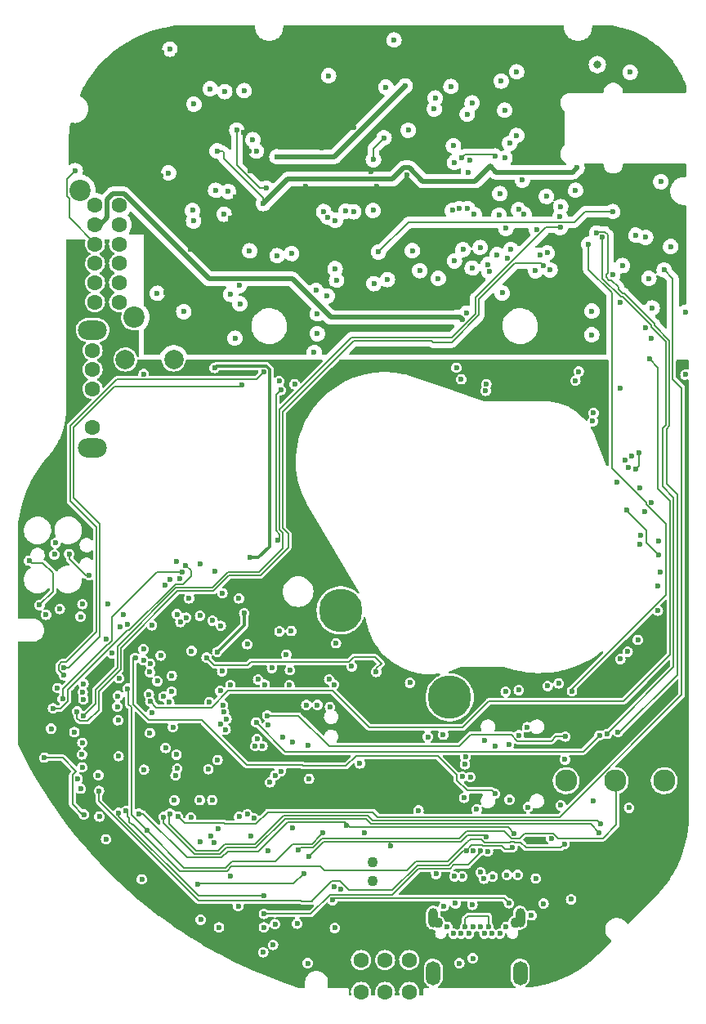
<source format=gbr>
G04 #@! TF.GenerationSoftware,KiCad,Pcbnew,6.0.11+dfsg-1~bpo11+1*
G04 #@! TF.CreationDate,2023-05-24T11:45:55-04:00*
G04 #@! TF.ProjectId,RUSP_Mainboard,52555350-5f4d-4616-996e-626f6172642e,rev?*
G04 #@! TF.SameCoordinates,Original*
G04 #@! TF.FileFunction,Copper,L2,Inr*
G04 #@! TF.FilePolarity,Positive*
%FSLAX46Y46*%
G04 Gerber Fmt 4.6, Leading zero omitted, Abs format (unit mm)*
G04 Created by KiCad (PCBNEW 6.0.11+dfsg-1~bpo11+1) date 2023-05-24 11:45:55*
%MOMM*%
%LPD*%
G01*
G04 APERTURE LIST*
G04 #@! TA.AperFunction,ComponentPad*
%ADD10C,2.300000*%
G04 #@! TD*
G04 #@! TA.AperFunction,ComponentPad*
%ADD11C,1.600000*%
G04 #@! TD*
G04 #@! TA.AperFunction,ComponentPad*
%ADD12C,0.600000*%
G04 #@! TD*
G04 #@! TA.AperFunction,ComponentPad*
%ADD13O,1.000000X2.000000*%
G04 #@! TD*
G04 #@! TA.AperFunction,ComponentPad*
%ADD14O,1.500000X2.500000*%
G04 #@! TD*
G04 #@! TA.AperFunction,ComponentPad*
%ADD15C,1.100000*%
G04 #@! TD*
G04 #@! TA.AperFunction,ComponentPad*
%ADD16C,2.000000*%
G04 #@! TD*
G04 #@! TA.AperFunction,ComponentPad*
%ADD17O,3.000000X2.000000*%
G04 #@! TD*
G04 #@! TA.AperFunction,ComponentPad*
%ADD18C,2.200000*%
G04 #@! TD*
G04 #@! TA.AperFunction,ComponentPad*
%ADD19C,4.500000*%
G04 #@! TD*
G04 #@! TA.AperFunction,ViaPad*
%ADD20C,0.600000*%
G04 #@! TD*
G04 #@! TA.AperFunction,ViaPad*
%ADD21C,0.800000*%
G04 #@! TD*
G04 #@! TA.AperFunction,Conductor*
%ADD22C,0.200000*%
G04 #@! TD*
G04 #@! TA.AperFunction,Conductor*
%ADD23C,0.350000*%
G04 #@! TD*
G04 #@! TA.AperFunction,Conductor*
%ADD24C,0.500000*%
G04 #@! TD*
G04 #@! TA.AperFunction,Conductor*
%ADD25C,0.180000*%
G04 #@! TD*
G04 APERTURE END LIST*
D10*
X178930000Y-133100000D03*
X173850000Y-133100000D03*
X168770000Y-133100000D03*
D11*
X147510000Y-154972500D03*
X150010000Y-154972500D03*
X152510000Y-154972500D03*
X147510000Y-151672500D03*
X150010000Y-151672500D03*
X152510000Y-151672500D03*
D12*
X162550000Y-148230000D03*
X161900000Y-148930000D03*
X161100000Y-148930000D03*
X160700000Y-148230000D03*
X160300000Y-148930000D03*
X159900000Y-148230000D03*
X159100000Y-148230000D03*
X158700000Y-148930000D03*
X158300000Y-148230000D03*
X157900000Y-148930000D03*
X157100000Y-148930000D03*
X156450000Y-148230000D03*
D13*
X164000000Y-147280000D03*
D14*
X164000000Y-153030000D03*
D13*
X155000000Y-147280000D03*
D14*
X155000000Y-153030000D03*
D15*
X163550000Y-147830000D03*
X155450000Y-147830000D03*
D16*
X128100000Y-89460000D03*
X123100000Y-89460000D03*
D15*
X148700000Y-141550000D03*
X148700000Y-143450000D03*
D17*
X119700000Y-86400000D03*
X119700000Y-98600000D03*
D11*
X119700000Y-96500000D03*
X119700000Y-92500000D03*
X119700000Y-90500000D03*
X119700000Y-88500000D03*
D18*
X118400000Y-71900000D03*
X124000000Y-85100000D03*
D11*
X119950000Y-73500000D03*
X119950000Y-75500000D03*
X119950000Y-77500000D03*
X119950000Y-79500000D03*
X119950000Y-81500000D03*
X119950000Y-83500000D03*
X122450000Y-73500000D03*
X122450000Y-75500000D03*
X122450000Y-77500000D03*
X122450000Y-79500000D03*
X122450000Y-81500000D03*
X122450000Y-83500000D03*
D19*
X156700000Y-124450000D03*
X145400000Y-115450000D03*
D20*
X118800000Y-136600000D03*
X116300000Y-115300000D03*
X114700000Y-130700000D03*
X181179011Y-84552065D03*
X160350000Y-128950000D03*
X117813864Y-128068089D03*
X126761642Y-120124531D03*
X160682080Y-79618887D03*
X165591939Y-80264500D03*
X140100000Y-123190500D03*
X127270000Y-129690000D03*
X146550612Y-121251713D03*
X144300000Y-125450000D03*
X169282949Y-145374500D03*
X138616501Y-132550022D03*
X166424001Y-145825000D03*
X124800000Y-143300000D03*
X139060000Y-117610000D03*
X135725500Y-118950000D03*
X157400000Y-90300000D03*
X157194989Y-69043714D03*
X163650000Y-66250000D03*
X127574936Y-70119523D03*
X140900000Y-147900000D03*
X158200000Y-134860000D03*
X134000000Y-143000000D03*
X158330000Y-130650000D03*
X142122279Y-132900000D03*
X122340250Y-124308774D03*
X158477511Y-84630652D03*
X118745693Y-124656497D03*
X127700003Y-57299997D03*
X130874260Y-110599502D03*
X159250000Y-74425000D03*
X133150000Y-113675000D03*
X128400002Y-110400001D03*
X159030111Y-79980111D03*
X126403025Y-82596975D03*
X118650000Y-114800000D03*
X173587195Y-80693617D03*
X129150000Y-84500000D03*
X119350000Y-111810000D03*
X166851029Y-123282469D03*
X118641966Y-129152356D03*
X144716820Y-123141028D03*
X117275000Y-109600000D03*
X124973324Y-120599000D03*
X162625000Y-142850000D03*
X136849500Y-122600500D03*
X157200000Y-143000000D03*
X156100000Y-146100000D03*
X137450010Y-148300000D03*
X127200000Y-112850000D03*
X159499020Y-136050000D03*
X128400000Y-110400000D03*
X181122243Y-91014065D03*
X129895340Y-136921118D03*
X129949500Y-119650000D03*
X125643008Y-121849880D03*
X179600000Y-77750000D03*
X132400000Y-111400500D03*
X137296779Y-129505989D03*
X159050000Y-145950000D03*
X136400000Y-137000000D03*
X137378476Y-150856308D03*
X132800000Y-148300000D03*
X134875000Y-136825000D03*
X163360000Y-138540000D03*
X118457058Y-133914514D03*
X113122343Y-110293032D03*
X146000000Y-137700000D03*
X162824399Y-129372918D03*
X114200000Y-114899996D03*
X124500000Y-136500000D03*
X123350500Y-123550000D03*
X158833958Y-132710879D03*
X115860000Y-108460000D03*
X143537863Y-138520999D03*
X125307886Y-138244710D03*
X127890000Y-123860000D03*
X162500000Y-123875000D03*
X114883338Y-115897623D03*
X147400000Y-131300000D03*
X118150000Y-132900000D03*
X128400000Y-130400000D03*
X158284154Y-131398099D03*
X129357430Y-110803789D03*
X115600000Y-125600000D03*
X134800000Y-146100000D03*
X159100000Y-151500000D03*
X138600000Y-147950000D03*
X157700000Y-152000000D03*
X116600000Y-124600000D03*
X128967063Y-111443607D03*
X115400000Y-127700000D03*
X161800000Y-74500000D03*
X162525000Y-75875000D03*
D21*
X172000000Y-58900500D03*
D20*
X158016468Y-132670500D03*
X168650000Y-130900500D03*
X129700000Y-114200000D03*
X144750000Y-144050000D03*
X167100000Y-80175989D03*
X128450000Y-115850000D03*
X177600500Y-104256581D03*
X174378862Y-120493677D03*
X118450000Y-116100000D03*
X177600000Y-87300000D03*
X150930000Y-56350000D03*
X127705378Y-112244622D03*
X144917713Y-118850011D03*
X134881641Y-81803134D03*
X178525000Y-111450000D03*
X142000000Y-152000000D03*
X161445041Y-129517929D03*
X135400000Y-61600000D03*
X152590000Y-122950000D03*
X141850000Y-125239500D03*
X178350500Y-108263411D03*
X128470084Y-131820051D03*
X133400000Y-61700000D03*
X115754055Y-109644213D03*
X140155200Y-121634800D03*
X127904763Y-122229298D03*
X178272695Y-115475989D03*
X131900000Y-61400000D03*
X138081782Y-133256773D03*
X139780000Y-120010000D03*
X130900000Y-147500000D03*
X138400000Y-150100000D03*
X118598468Y-130376300D03*
X164225000Y-70875000D03*
X137894061Y-140318967D03*
X128020000Y-127540000D03*
X144013452Y-82866548D03*
X171425000Y-86900000D03*
X159850000Y-77850000D03*
X165700000Y-75975000D03*
X171437642Y-84437376D03*
X137450010Y-146885986D03*
X165169554Y-147042081D03*
X162149044Y-82563288D03*
X159920751Y-140340978D03*
X163850000Y-73925000D03*
X157198812Y-79249130D03*
X145000000Y-127500000D03*
X136850000Y-124450000D03*
X127979037Y-131253812D03*
X168022838Y-129235339D03*
X164850012Y-139430015D03*
X159721655Y-131905457D03*
X151546582Y-126271498D03*
X124987893Y-127564330D03*
X165325000Y-145900000D03*
X126066488Y-136643599D03*
X119000000Y-117900000D03*
X122600989Y-127600000D03*
X117425999Y-127226919D03*
X132338159Y-90324500D03*
X135403513Y-115739500D03*
X133992878Y-82707122D03*
X136000000Y-109949500D03*
X132619368Y-119759332D03*
X144800000Y-148350000D03*
X145428351Y-144368734D03*
X148550000Y-70000000D03*
X129800000Y-78000000D03*
X127300000Y-64100000D03*
X129200000Y-60600000D03*
X152248765Y-70308265D03*
X126750000Y-70400000D03*
X127000000Y-67100002D03*
X119600000Y-67900000D03*
X125300000Y-67150000D03*
X139400000Y-64300000D03*
X149170000Y-80210000D03*
X125300000Y-68250000D03*
X157800000Y-88500000D03*
X179300000Y-59900000D03*
X123900000Y-63700000D03*
X122850000Y-64550000D03*
X129100000Y-62450000D03*
X119900000Y-68750000D03*
X156380000Y-63880000D03*
X129500000Y-72500000D03*
X153900000Y-73849989D03*
X127300000Y-71150000D03*
X141731444Y-71501444D03*
X119850000Y-66200000D03*
X125500000Y-71800000D03*
X123700000Y-62250000D03*
X132500000Y-64500000D03*
X125150000Y-66200000D03*
X123550000Y-60300000D03*
X123350000Y-70100000D03*
X122000000Y-64650000D03*
X124800000Y-64000000D03*
X146800000Y-65400000D03*
X126349997Y-66649997D03*
X127800000Y-65600000D03*
X125700000Y-65200000D03*
X135890599Y-67864015D03*
X127900000Y-71950000D03*
X124900000Y-57850000D03*
X126250000Y-69750000D03*
X128100000Y-64100000D03*
X141406185Y-78418322D03*
X122400000Y-70350000D03*
X119800000Y-67050000D03*
X129092582Y-59600011D03*
X129200000Y-61550000D03*
X132500000Y-65750000D03*
X135360000Y-65920000D03*
X125550000Y-69150000D03*
X129050000Y-58700000D03*
X127300000Y-64900000D03*
X136990000Y-78120000D03*
X123600000Y-61250000D03*
X128600000Y-65900000D03*
X133952047Y-74810500D03*
X126850000Y-57650000D03*
X128700000Y-67500000D03*
X143500000Y-67500000D03*
X125500000Y-64400000D03*
X124200000Y-70500000D03*
X150001485Y-74401485D03*
X121500000Y-70250000D03*
X128800000Y-63600000D03*
X125900000Y-66000000D03*
X129500000Y-67500000D03*
X156150000Y-76250000D03*
X136000000Y-69900000D03*
X136800000Y-61000000D03*
X128550000Y-72300000D03*
X126950000Y-73350000D03*
X121150000Y-65000000D03*
X120500000Y-65550000D03*
X134489882Y-72612770D03*
X120777856Y-69534553D03*
X135218913Y-74810500D03*
X128450000Y-57950000D03*
X140706018Y-72298907D03*
X124206000Y-58420000D03*
X149138556Y-71474500D03*
X136170000Y-65450000D03*
X127800000Y-67400000D03*
X124500000Y-65600000D03*
X134250000Y-64250000D03*
X129500000Y-65900000D03*
X123800000Y-65100000D03*
X124900000Y-71100000D03*
X127300000Y-82500000D03*
X125900000Y-57750000D03*
X173650000Y-58200000D03*
X126200000Y-72600000D03*
X155521196Y-81050500D03*
X132600000Y-67850498D03*
X137400000Y-73300000D03*
X169900000Y-69600000D03*
X124126110Y-120410332D03*
X161400500Y-134437862D03*
X176475000Y-107650000D03*
X157300000Y-145799499D03*
X140456670Y-137969779D03*
X158000000Y-143000000D03*
X138280000Y-121420000D03*
X163875500Y-128375512D03*
X133582115Y-126682259D03*
X122360000Y-126840000D03*
X125840000Y-126059500D03*
X133316512Y-125981396D03*
X163040005Y-78056896D03*
X162699993Y-78969764D03*
X166798580Y-78412573D03*
X166079278Y-78623191D03*
X161616598Y-78593479D03*
X121300000Y-114800000D03*
X117900000Y-69900000D03*
X139212897Y-92612967D03*
X138889500Y-108150000D03*
X142122279Y-140930649D03*
X160520999Y-138924500D03*
X121100000Y-118400000D03*
X148760000Y-74010000D03*
X126416867Y-122778798D03*
X150600000Y-139850000D03*
X133120000Y-121750000D03*
X132127751Y-116499500D03*
X156030000Y-128330000D03*
X131512068Y-120334751D03*
X149095378Y-121814622D03*
X168150000Y-75789500D03*
X118769375Y-126385500D03*
X172210082Y-138488090D03*
X127050000Y-136850000D03*
X162836444Y-145780989D03*
X144562098Y-145467734D03*
X178925000Y-80175000D03*
X128525000Y-136800000D03*
X171592212Y-135184899D03*
X163750000Y-142850000D03*
X174350000Y-83525000D03*
X128300000Y-132550000D03*
X125674711Y-124876525D03*
X177400000Y-89400000D03*
X165625806Y-143223694D03*
X172225000Y-128400000D03*
X136653901Y-127049500D03*
X176425000Y-108575000D03*
X176880378Y-105244622D03*
X175148391Y-119724147D03*
X171531031Y-95850551D03*
X174010435Y-102197674D03*
X175530199Y-99449500D03*
X176199992Y-118499992D03*
X178350500Y-109720100D03*
X175025000Y-105075000D03*
X175288211Y-135894238D03*
X147900000Y-138520999D03*
X155300000Y-142750500D03*
X125850000Y-117000000D03*
X125672241Y-120957022D03*
X168569806Y-139669806D03*
X123150500Y-136238774D03*
X128800000Y-116650000D03*
X162400000Y-63625000D03*
X122425291Y-136428050D03*
X137450010Y-144999979D03*
X120361717Y-134146580D03*
X158422103Y-140349247D03*
X163200000Y-140000000D03*
X130200000Y-63000000D03*
X129399602Y-116200298D03*
X121099243Y-139157793D03*
X120300000Y-132525000D03*
X130831066Y-115991822D03*
X141023279Y-140300000D03*
X131700000Y-131900000D03*
X142980000Y-84720000D03*
X136545458Y-129505989D03*
X134870000Y-114210000D03*
X133487973Y-127800004D03*
X144825500Y-80045512D03*
X132938473Y-127262533D03*
X144980000Y-81240000D03*
X131800000Y-124930000D03*
X163860000Y-123710000D03*
X144210549Y-122588360D03*
X154440000Y-128550000D03*
X132980000Y-117049000D03*
X140280000Y-117580000D03*
X124982444Y-119472261D03*
X137413676Y-90749432D03*
X116718845Y-122152957D03*
X116725500Y-121382500D03*
X135197098Y-92127402D03*
X159023533Y-62870000D03*
X128750000Y-112160989D03*
X162900000Y-135075000D03*
X177350000Y-81050000D03*
X167215339Y-139097630D03*
X174150000Y-128050000D03*
X171919045Y-76344317D03*
X173000000Y-128247863D03*
X172530000Y-76780000D03*
X164825663Y-135831139D03*
X169375000Y-123799500D03*
X171105271Y-77515469D03*
X160260719Y-143242631D03*
X159903252Y-142576141D03*
X161158188Y-143023512D03*
X160666444Y-140416444D03*
X137850000Y-127325000D03*
X177000000Y-86125000D03*
X172312635Y-137550095D03*
X127716214Y-136506618D03*
X116061170Y-123492234D03*
X160797263Y-80359486D03*
X168125000Y-74675999D03*
X128175000Y-135125000D03*
X176000000Y-76575000D03*
X177683236Y-84116764D03*
X122561920Y-117115329D03*
X178575000Y-71025000D03*
X168689210Y-128519318D03*
X137799440Y-126340560D03*
X130800000Y-135099502D03*
X174400000Y-92400000D03*
X157900000Y-91500000D03*
X144156444Y-60056444D03*
X142660000Y-88720000D03*
X150250000Y-81175000D03*
X148850000Y-81597112D03*
X142980000Y-86780000D03*
X170075000Y-90700000D03*
X160440000Y-92690000D03*
X158075000Y-78075000D03*
X169725000Y-91650000D03*
X160500000Y-92000000D03*
X158010516Y-85310516D03*
X157400000Y-85100000D03*
X168000000Y-123000000D03*
X164725000Y-127550000D03*
X139223613Y-132110512D03*
X132650498Y-130949500D03*
X166425000Y-79725000D03*
X118100000Y-125925000D03*
X140646555Y-92006555D03*
X136749255Y-128784727D03*
X134449502Y-87250385D03*
X118751574Y-123051574D03*
X125000000Y-90950500D03*
X157090619Y-67312351D03*
X168200000Y-135650000D03*
X161375000Y-68375000D03*
X135960500Y-78200000D03*
X149900000Y-66500000D03*
X148800000Y-68750500D03*
X166725000Y-72550000D03*
X157957845Y-68546003D03*
X175400000Y-59700000D03*
X122435500Y-122480632D03*
X134967878Y-83682122D03*
X135750000Y-136550002D03*
X125630775Y-128149225D03*
X122400000Y-130549500D03*
X118624056Y-131703277D03*
X123287462Y-116925236D03*
X127040000Y-124370000D03*
X122900000Y-115850000D03*
X133210000Y-125239500D03*
X122260000Y-125409500D03*
X139025261Y-91682978D03*
X125017385Y-131952356D03*
X155200000Y-62369500D03*
X133760000Y-72050000D03*
X163640000Y-59650000D03*
X162032208Y-60609500D03*
X136303556Y-66679500D03*
X130170000Y-75110000D03*
X162900000Y-67050000D03*
X162430000Y-68580000D03*
X133323518Y-74402204D03*
X130050000Y-74010000D03*
X168210000Y-73620000D03*
X169747963Y-71924500D03*
X132450000Y-71930000D03*
X158761782Y-68838218D03*
X161900000Y-72275000D03*
X158550000Y-73825000D03*
X164420000Y-74430000D03*
X138825000Y-78700000D03*
X140325000Y-78475000D03*
X143641906Y-74121866D03*
X144080000Y-74730000D03*
X144849499Y-75050501D03*
X145940000Y-74090000D03*
X146760000Y-74150000D03*
X120400000Y-136800000D03*
X132739257Y-138075000D03*
X136100000Y-138799988D03*
X132100000Y-135100016D03*
X121710331Y-119894149D03*
X127646689Y-124958776D03*
X156980000Y-74010000D03*
X152400000Y-65700000D03*
X155100000Y-63500000D03*
X157708958Y-73835717D03*
X177000500Y-76800000D03*
X176400000Y-102800000D03*
X178249500Y-112900000D03*
X174915728Y-99878662D03*
X171600000Y-95000000D03*
X175200000Y-100600000D03*
X176300000Y-99100000D03*
X176000000Y-100800000D03*
X158519404Y-64037626D03*
X156830000Y-61170500D03*
X150100000Y-61250000D03*
X152834584Y-78171409D03*
X158650000Y-70050000D03*
X174600000Y-79725000D03*
X130809699Y-139411025D03*
X139381045Y-128555860D03*
X132934885Y-123795114D03*
X125538514Y-124139500D03*
X118669370Y-123910890D03*
X133980000Y-123190500D03*
X153480000Y-136170000D03*
X159171514Y-140360932D03*
X140440000Y-129100000D03*
X131913682Y-138840539D03*
X143000000Y-125239500D03*
X132331350Y-139463479D03*
X142042969Y-129460500D03*
X130600000Y-143800000D03*
X141572779Y-142725149D03*
X152100000Y-61100000D03*
X138800000Y-68450500D03*
X153600000Y-80250000D03*
X137700000Y-71700000D03*
X134649637Y-65680966D03*
X142850000Y-82300000D03*
X136670000Y-67850498D03*
X137540000Y-123150000D03*
X149325000Y-78325000D03*
X173600000Y-74125000D03*
D22*
X116600000Y-130700000D02*
X114700000Y-130700000D01*
X117600489Y-132499511D02*
X118000000Y-132100000D01*
X118000000Y-132100000D02*
X116600000Y-130700000D01*
X118700000Y-136600000D02*
X117600489Y-135500489D01*
X118800000Y-136600000D02*
X118700000Y-136600000D01*
X117600489Y-135500489D02*
X117600489Y-132499511D01*
X118962132Y-111810000D02*
X119350000Y-111810000D01*
X117275000Y-110122868D02*
X118962132Y-111810000D01*
X117275000Y-109600000D02*
X117275000Y-110122868D01*
X133693783Y-140400031D02*
X133030292Y-141063522D01*
X113374332Y-110545021D02*
X114545021Y-110545021D01*
X145800000Y-137400000D02*
X139904184Y-137400000D01*
X139904184Y-137400000D02*
X136904153Y-140400031D01*
X145800000Y-137400000D02*
X145800000Y-137500000D01*
X115600000Y-113499996D02*
X114200000Y-114899996D01*
X145800000Y-137500000D02*
X146000000Y-137700000D01*
X136904153Y-140400031D02*
X133693783Y-140400031D01*
X129487786Y-141063522D02*
X124924264Y-136500000D01*
X146330000Y-137930000D02*
X162750000Y-137930000D01*
X115600000Y-111600000D02*
X115600000Y-113499996D01*
X162750000Y-137930000D02*
X163360000Y-138540000D01*
X145800000Y-137400000D02*
X146330000Y-137930000D01*
X114545021Y-110545021D02*
X115600000Y-111600000D01*
X124924264Y-136500000D02*
X124500000Y-136500000D01*
X113122343Y-110293032D02*
X113374332Y-110545021D01*
X133030292Y-141063522D02*
X129487786Y-141063522D01*
X143283392Y-138775470D02*
X143537863Y-138520999D01*
X133461581Y-142117203D02*
X134128721Y-141450063D01*
X140458994Y-139649998D02*
X142414391Y-139649998D01*
X143283392Y-138780998D02*
X143283392Y-138775470D01*
X123700000Y-125474270D02*
X123400000Y-125174270D01*
X123700000Y-136636824D02*
X123700000Y-125474270D01*
X142414391Y-139649998D02*
X143283392Y-138780998D01*
X125307886Y-138244710D02*
X129180379Y-142117203D01*
X138658929Y-141450063D02*
X140458994Y-139649998D01*
X129180379Y-142117203D02*
X133461581Y-142117203D01*
X123400000Y-125174270D02*
X123400000Y-123599500D01*
X134128721Y-141450063D02*
X138658929Y-141450063D01*
X125307886Y-138244710D02*
X123700000Y-136636824D01*
X123400000Y-123599500D02*
X123350500Y-123550000D01*
X129899999Y-111877128D02*
X129899999Y-111346358D01*
X115600000Y-125600000D02*
X116377127Y-125600000D01*
X129066638Y-112710489D02*
X129899999Y-111877128D01*
X128279320Y-112710489D02*
X129066638Y-112710489D01*
X117149511Y-123650489D02*
X123325264Y-117474736D01*
X123325264Y-117474736D02*
X123515073Y-117474736D01*
X129899999Y-111346358D02*
X129357430Y-110803789D01*
X117149511Y-124827616D02*
X117149511Y-123650489D01*
X116377127Y-125600000D02*
X117149511Y-124827616D01*
X123515073Y-117474736D02*
X128279320Y-112710489D01*
X121250489Y-118949511D02*
X121327616Y-118949511D01*
X128910670Y-111500000D02*
X128967063Y-111443607D01*
X126350000Y-111500000D02*
X128910670Y-111500000D01*
X121700000Y-116150000D02*
X126350000Y-111500000D01*
X121700000Y-118577127D02*
X121700000Y-116150000D01*
X116600000Y-123600000D02*
X121250489Y-118949511D01*
X121327616Y-118949511D02*
X121700000Y-118577127D01*
X116600000Y-124600000D02*
X116600000Y-123600000D01*
X142311099Y-146885986D02*
X144278851Y-144918234D01*
X157128625Y-141831292D02*
X158594770Y-141831292D01*
X144278851Y-144918234D02*
X146215736Y-144918234D01*
X146233981Y-144899989D02*
X150780178Y-144899989D01*
X150780178Y-144899989D02*
X153480134Y-142200033D01*
X156759884Y-142200033D02*
X157128625Y-141831292D01*
X146215736Y-144918234D02*
X146233981Y-144899989D01*
X137450010Y-146885986D02*
X142311099Y-146885986D01*
X158594770Y-141831292D02*
X160100000Y-140326062D01*
X153480134Y-142200033D02*
X156759884Y-142200033D01*
D23*
X132619368Y-119759332D02*
X132655131Y-119759332D01*
X132338159Y-90324500D02*
X132537728Y-90124931D01*
X138038177Y-108813265D02*
X136901942Y-109949500D01*
X137672354Y-90124931D02*
X138038177Y-90490754D01*
X132537728Y-90124931D02*
X137672354Y-90124931D01*
X132655131Y-119759332D02*
X135403513Y-117010950D01*
X135403513Y-117010950D02*
X135403513Y-115739500D01*
X138038177Y-90490754D02*
X138038177Y-108813265D01*
X136901942Y-109949500D02*
X136000000Y-109949500D01*
D24*
X151949021Y-69598764D02*
X150772785Y-70775000D01*
X160875000Y-69425000D02*
X159325000Y-70975000D01*
X161499501Y-70049501D02*
X160875000Y-69425000D01*
D22*
X133300000Y-68600000D02*
X137400000Y-72700000D01*
D24*
X153904745Y-70975000D02*
X152528509Y-69598764D01*
D22*
X133300000Y-68000000D02*
X133150498Y-67850498D01*
D24*
X150772785Y-70775000D02*
X139925000Y-70775000D01*
D22*
X133150498Y-67850498D02*
X132600000Y-67850498D01*
D24*
X169900000Y-69600000D02*
X169450499Y-70049501D01*
X152528509Y-69598764D02*
X151949021Y-69598764D01*
D22*
X137400000Y-73300000D02*
X137400000Y-72700000D01*
D24*
X159325000Y-70975000D02*
X153904745Y-70975000D01*
X169450499Y-70049501D02*
X161499501Y-70049501D01*
D22*
X133300000Y-68600000D02*
X133300000Y-68000000D01*
D24*
X139925000Y-70775000D02*
X137400000Y-73300000D01*
D22*
X158600000Y-147100000D02*
X158300000Y-147400000D01*
X160700000Y-147100000D02*
X158600000Y-147100000D01*
X158300000Y-147400000D02*
X158300000Y-148200000D01*
X160700000Y-148225000D02*
X160700000Y-147100000D01*
X157456887Y-133069622D02*
X157456887Y-132500011D01*
X145954226Y-131550041D02*
X141526079Y-131550041D01*
X158510887Y-134123622D02*
X157456887Y-133069622D01*
X141526079Y-131550041D02*
X141462026Y-131485988D01*
X131038879Y-126820000D02*
X125540000Y-126820000D01*
X157456887Y-132500011D02*
X155456876Y-130500000D01*
X123995778Y-120280000D02*
X124126110Y-120410332D01*
X161400500Y-134437862D02*
X161086260Y-134123622D01*
X155456876Y-130500000D02*
X147004267Y-130500000D01*
X135704867Y-131485988D02*
X131038879Y-126820000D01*
X141462026Y-131485988D02*
X135704867Y-131485988D01*
X147004267Y-130500000D02*
X145954226Y-131550041D01*
X123900000Y-120280000D02*
X123995778Y-120280000D01*
X125540000Y-126820000D02*
X123900000Y-125180000D01*
X123900000Y-125180000D02*
X123900000Y-120280000D01*
X161086260Y-134123622D02*
X158510887Y-134123622D01*
X117300000Y-74750000D02*
X117300000Y-72798002D01*
X117049999Y-72548001D02*
X117049999Y-71251999D01*
X120050000Y-77500000D02*
X117300000Y-74750000D01*
X117075000Y-71226998D02*
X117075000Y-70725000D01*
X117300000Y-72798002D02*
X117049999Y-72548001D01*
X117075000Y-70725000D02*
X117900000Y-69900000D01*
X117049999Y-71251999D02*
X117075000Y-71226998D01*
X160316499Y-138720000D02*
X160520999Y-138924500D01*
X157874990Y-139420000D02*
X158574990Y-138720000D01*
X138705978Y-93119886D02*
X138705979Y-107202119D01*
X158574990Y-138720000D02*
X160316499Y-138720000D01*
X142122279Y-140930649D02*
X143632928Y-139420000D01*
X150520000Y-139770000D02*
X150600000Y-139850000D01*
X139060489Y-107556629D02*
X139060489Y-107979011D01*
X150520000Y-139420000D02*
X150520000Y-139770000D01*
X139212897Y-92612967D02*
X138705978Y-93119886D01*
X143632928Y-139420000D02*
X150520000Y-139420000D01*
X150520000Y-139420000D02*
X157874990Y-139420000D01*
X138705979Y-107202119D02*
X139060489Y-107556629D01*
X139060489Y-107979011D02*
X138889500Y-108150000D01*
X136130000Y-120770000D02*
X146286220Y-120770000D01*
X149095378Y-121504622D02*
X149095378Y-121814622D01*
X131512068Y-120334751D02*
X132308786Y-121131469D01*
X149624999Y-120975001D02*
X149095378Y-121504622D01*
X148929997Y-120279999D02*
X149624999Y-120975001D01*
X132308786Y-121131469D02*
X135768531Y-121131469D01*
X146776221Y-120279999D02*
X148929997Y-120279999D01*
X135768531Y-121131469D02*
X136130000Y-120770000D01*
X146286220Y-120770000D02*
X146776221Y-120279999D01*
D25*
X122270489Y-121404511D02*
X120020489Y-123654511D01*
X139045490Y-107061488D02*
X139429000Y-107444998D01*
X159395489Y-84688513D02*
X156934002Y-87150000D01*
X168150000Y-75789500D02*
X166669502Y-75789500D01*
X146550000Y-87150000D02*
X139045490Y-94654510D01*
X120020489Y-125134386D02*
X118769375Y-126385500D01*
X159395489Y-83063513D02*
X159395489Y-84688513D01*
X132088512Y-113120490D02*
X128349446Y-113120490D01*
X136938512Y-111495490D02*
X133713512Y-111495490D01*
X166669502Y-75789500D02*
X159395489Y-83063513D01*
X139429000Y-107444998D02*
X139429000Y-109005002D01*
X122270489Y-119199447D02*
X122270489Y-121404511D01*
X133713512Y-111495490D02*
X132088512Y-113120490D01*
X139429000Y-109005002D02*
X136938512Y-111495490D01*
X139045490Y-94654510D02*
X139045490Y-107061488D01*
X128349446Y-113120490D02*
X122270489Y-119199447D01*
X156934002Y-87150000D02*
X146550000Y-87150000D01*
X120020489Y-123654511D02*
X120020489Y-125134386D01*
D22*
X148030091Y-137050000D02*
X139640616Y-137050000D01*
X139640616Y-137050000D02*
X136640596Y-140050020D01*
X133548804Y-140050020D02*
X132885313Y-140713511D01*
X171302491Y-137580499D02*
X148560590Y-137580499D01*
X132885313Y-140713511D02*
X130257043Y-140713511D01*
X148560590Y-137580499D02*
X148030091Y-137050000D01*
X130257043Y-140713511D02*
X127050000Y-137506468D01*
X172210082Y-138488090D02*
X171302491Y-137580499D01*
X136640596Y-140050020D02*
X133548804Y-140050020D01*
X127050000Y-137506468D02*
X127050000Y-136850000D01*
X162305454Y-145249999D02*
X146378266Y-145249999D01*
X162836444Y-145780989D02*
X162305454Y-145249999D01*
X144762078Y-145267754D02*
X144562098Y-145467734D01*
X146378266Y-145249999D02*
X146360511Y-145267754D01*
X146360511Y-145267754D02*
X144762078Y-145267754D01*
X137837127Y-136340000D02*
X148750000Y-136340000D01*
X148750000Y-136340000D02*
X149260000Y-136850000D01*
X149260000Y-136850000D02*
X168120791Y-136850000D01*
X179825499Y-81075499D02*
X178925000Y-80175000D01*
X133350000Y-137475000D02*
X133424511Y-137549511D01*
X180750000Y-92402113D02*
X179825499Y-91477612D01*
X179825499Y-91477612D02*
X179825499Y-81075499D01*
X133424511Y-137549511D02*
X136627616Y-137549511D01*
X129200000Y-137475000D02*
X133350000Y-137475000D01*
X168120791Y-136850000D02*
X180750000Y-124220791D01*
X128525000Y-136800000D02*
X129200000Y-137475000D01*
X136627616Y-137549511D02*
X137837127Y-136340000D01*
X180750000Y-124220791D02*
X180750000Y-92402113D01*
X126306462Y-125508276D02*
X125674711Y-124876525D01*
X158025000Y-127600000D02*
X148405407Y-127600000D01*
X179558365Y-120016635D02*
X174689001Y-124885999D01*
X178300000Y-102822373D02*
X179558365Y-104080738D01*
X133767111Y-123740000D02*
X131998835Y-125508276D01*
X179558365Y-104080738D02*
X179558365Y-120016635D01*
X144545407Y-123740000D02*
X133767111Y-123740000D01*
X178300000Y-90300000D02*
X178300000Y-102822373D01*
X160739001Y-124885999D02*
X158025000Y-127600000D01*
X174689001Y-124885999D02*
X160739001Y-124885999D01*
X148405407Y-127600000D02*
X144545407Y-123740000D01*
X131998835Y-125508276D02*
X126306462Y-125508276D01*
X177400000Y-89400000D02*
X178300000Y-90300000D01*
X170544328Y-130080672D02*
X139685073Y-130080672D01*
X139685073Y-130080672D02*
X136653901Y-127049500D01*
X172225000Y-128400000D02*
X170544328Y-130080672D01*
X177075000Y-108444600D02*
X177075000Y-107200000D01*
X177075000Y-107200000D02*
X175025000Y-105150000D01*
X178350500Y-109720100D02*
X177075000Y-108444600D01*
X175025000Y-105150000D02*
X175025000Y-105075000D01*
X123512229Y-137372998D02*
X123798229Y-137658998D01*
X163451111Y-139474000D02*
X164054000Y-139474000D01*
X160293388Y-139474000D02*
X162948889Y-139474000D01*
X159971499Y-139128111D02*
X159971499Y-139152111D01*
X158519937Y-139450000D02*
X158560000Y-139450000D01*
X164054000Y-139474000D02*
X164628025Y-140048025D01*
X143278658Y-141988658D02*
X143700000Y-142410000D01*
X168191587Y-140048025D02*
X168569806Y-139669806D01*
X143700000Y-142410000D02*
X152281576Y-142410000D01*
X128716391Y-142467219D02*
X133606555Y-142467219D01*
X153211426Y-141480149D02*
X156489788Y-141480149D01*
X164628025Y-140048025D02*
X168191587Y-140048025D01*
X158881889Y-139128111D02*
X159971499Y-139128111D01*
X156489788Y-141480149D02*
X158519937Y-139450000D01*
X158560000Y-139450000D02*
X158881889Y-139128111D01*
X123512229Y-136943337D02*
X123512229Y-137372998D01*
X152281576Y-142410000D02*
X153211426Y-141480149D01*
X162972389Y-139450500D02*
X163427611Y-139450500D01*
X123150500Y-136238774D02*
X123350489Y-136438763D01*
X159971499Y-139152111D02*
X160293388Y-139474000D01*
X123908170Y-137658998D02*
X128716391Y-142467219D01*
X162948889Y-139474000D02*
X162972389Y-139450500D01*
X133606555Y-142467219D02*
X134085116Y-141988658D01*
X123350489Y-136781596D02*
X123512229Y-136943337D01*
X134085116Y-141988658D02*
X143278658Y-141988658D01*
X163427611Y-139450500D02*
X163451111Y-139474000D01*
X123350489Y-136438763D02*
X123350489Y-136781596D01*
X123798229Y-137658998D02*
X123908170Y-137658998D01*
X137450010Y-144999979D02*
X130644220Y-144999979D01*
X130644220Y-144999979D02*
X122425291Y-136781050D01*
X122425291Y-136781050D02*
X122425291Y-136428050D01*
X158422103Y-140317897D02*
X158422103Y-140349247D01*
X162390000Y-140160000D02*
X163040000Y-140160000D01*
X158115680Y-140349247D02*
X158422103Y-140349247D01*
X142470000Y-145570000D02*
X142470000Y-145552873D01*
X150735871Y-144450000D02*
X153335358Y-141850513D01*
X156614414Y-141850513D02*
X158115680Y-140349247D01*
X153335358Y-141850513D02*
X156614414Y-141850513D01*
X120361717Y-135212466D02*
X130699240Y-145549989D01*
X144522384Y-143500489D02*
X145337233Y-143500489D01*
X146286744Y-144450000D02*
X150735871Y-144450000D01*
X141386054Y-145570000D02*
X142470000Y-145570000D01*
X160790000Y-139850000D02*
X160763501Y-139823501D01*
X145337233Y-143500489D02*
X146286744Y-144450000D01*
X141366043Y-145549989D02*
X141386054Y-145570000D01*
X130699240Y-145549989D02*
X141366043Y-145549989D01*
X162080000Y-139850000D02*
X160790000Y-139850000D01*
X120361717Y-134146580D02*
X120361717Y-135212466D01*
X160115118Y-139790000D02*
X158950000Y-139790000D01*
X160763501Y-139823501D02*
X160148620Y-139823501D01*
X158950000Y-139790000D02*
X158422103Y-140317897D01*
X142470000Y-145552873D02*
X144522384Y-143500489D01*
X162390000Y-140160000D02*
X162080000Y-139850000D01*
X160148620Y-139823501D02*
X160115118Y-139790000D01*
X163040000Y-140160000D02*
X163200000Y-140000000D01*
X163914000Y-139100000D02*
X164467376Y-138546624D01*
X172592437Y-139038091D02*
X173950000Y-137680528D01*
X158449720Y-138351000D02*
X162341000Y-138351000D01*
X173950000Y-137680528D02*
X173950000Y-133250000D01*
X167932913Y-139038091D02*
X172592437Y-139038091D01*
X141272780Y-140050499D02*
X142508159Y-140050499D01*
X164467376Y-138546624D02*
X167441446Y-138546624D01*
X157730221Y-139070499D02*
X158449720Y-138351000D01*
X143488160Y-139070499D02*
X157730221Y-139070499D01*
X163090000Y-139100000D02*
X163914000Y-139100000D01*
X167441446Y-138546624D02*
X167932913Y-139038091D01*
X141023279Y-140300000D02*
X141272780Y-140050499D01*
X142508159Y-140050499D02*
X143488160Y-139070499D01*
X162341000Y-138351000D02*
X163090000Y-139100000D01*
X117400480Y-104150480D02*
X120099988Y-106849988D01*
X137413676Y-90749432D02*
X136663108Y-91500000D01*
X122250000Y-91500000D02*
X117400480Y-96349520D01*
X116952730Y-120832999D02*
X116497888Y-120832999D01*
X116175999Y-121154888D02*
X116175999Y-121610111D01*
X120099988Y-117685741D02*
X116952730Y-120832999D01*
X120099988Y-106849988D02*
X120099988Y-117685741D01*
X116175999Y-121610111D02*
X116718845Y-122152957D01*
X116497888Y-120832999D02*
X116175999Y-121154888D01*
X117400480Y-96349520D02*
X117400480Y-104150480D01*
X136663108Y-91500000D02*
X122250000Y-91500000D01*
X117750000Y-103750000D02*
X120449999Y-106449999D01*
X117750000Y-96497495D02*
X117750000Y-103750000D01*
X121947495Y-92300000D02*
X117750000Y-96497495D01*
X135197098Y-92127402D02*
X135024500Y-92300000D01*
X117199979Y-121382500D02*
X116725500Y-121382500D01*
X120449999Y-118132480D02*
X117199979Y-121382500D01*
X120449999Y-106449999D02*
X120449999Y-118132480D01*
X135024500Y-92300000D02*
X121947495Y-92300000D01*
X173207909Y-81229341D02*
X172910499Y-80931931D01*
X173079501Y-76552388D02*
X172757612Y-76230499D01*
X177899012Y-85920444D02*
X177899012Y-85752615D01*
X174604555Y-82625988D02*
X174196286Y-82217719D01*
X180257387Y-122117613D02*
X180257387Y-103457387D01*
X172032863Y-76230499D02*
X171919045Y-76344317D01*
X173464919Y-81229340D02*
X173207909Y-81229341D01*
X174150000Y-128050000D02*
X174325000Y-128050000D01*
X179157757Y-102357757D02*
X179157757Y-96657870D01*
X174325000Y-128050000D02*
X180257387Y-122117613D01*
X173079501Y-80483386D02*
X173079501Y-76552388D01*
X179466080Y-87487512D02*
X177899012Y-85920444D01*
X180257387Y-103457387D02*
X179157757Y-102357757D01*
X174772385Y-82625988D02*
X174604555Y-82625988D01*
X172757612Y-76230499D02*
X172032863Y-76230499D01*
X172910499Y-80652388D02*
X173079501Y-80483386D01*
X179466080Y-96349547D02*
X179466080Y-87487512D01*
X172910499Y-80931931D02*
X172910499Y-80652388D01*
X174196286Y-82217719D02*
X174196285Y-81960705D01*
X177899012Y-85752615D02*
X174772385Y-82625988D01*
X174196285Y-81960705D02*
X173464919Y-81229340D01*
X179157757Y-96657870D02*
X179466080Y-96349547D01*
X178764288Y-96557055D02*
X179116569Y-96204774D01*
X173000000Y-128247863D02*
X179907876Y-121339987D01*
X179116569Y-96204774D02*
X179116569Y-87632285D01*
X174627612Y-82975499D02*
X174459783Y-82975499D01*
X177549501Y-86065217D02*
X177549501Y-85897388D01*
X178764288Y-102589288D02*
X178764288Y-96557055D01*
X179907876Y-121339987D02*
X179907876Y-103732876D01*
X179907876Y-103732876D02*
X178764288Y-102589288D01*
X177549501Y-85897388D02*
X174627612Y-82975499D01*
X172530000Y-81045716D02*
X172530000Y-76780000D01*
X174459783Y-82975499D02*
X172530000Y-81045716D01*
X179116569Y-87632285D02*
X177549501Y-86065217D01*
X179074501Y-113874999D02*
X179074501Y-106507695D01*
X169375000Y-123574500D02*
X179074501Y-113874999D01*
X169375000Y-123799500D02*
X169375000Y-123574500D01*
X171105271Y-80115271D02*
X171105271Y-77515469D01*
X173497264Y-100688621D02*
X173497264Y-82507264D01*
X177050999Y-104484193D02*
X177050999Y-104242356D01*
X177050999Y-104242356D02*
X173497264Y-100688621D01*
X173497264Y-82507264D02*
X171105271Y-80115271D01*
X179074501Y-106507695D02*
X177050999Y-104484193D01*
X132740334Y-140363500D02*
X130402022Y-140363500D01*
X130402022Y-140363500D02*
X127600001Y-137561479D01*
X136495617Y-139700009D02*
X133403825Y-139700009D01*
X127600001Y-136622831D02*
X127716214Y-136506618D01*
X139495146Y-136700480D02*
X136495617Y-139700009D01*
X133403825Y-139700009D02*
X132740334Y-140363500D01*
X127600001Y-137561479D02*
X127600001Y-136622831D01*
X148706079Y-137230998D02*
X148175561Y-136700480D01*
X172312635Y-137550095D02*
X171993538Y-137230998D01*
X171993538Y-137230998D02*
X148706079Y-137230998D01*
X148175561Y-136700480D02*
X139495146Y-136700480D01*
X167244163Y-128975000D02*
X163727876Y-128975000D01*
X163677889Y-128925013D02*
X163647888Y-128925013D01*
X168689210Y-128519318D02*
X167699845Y-128519318D01*
X141033519Y-126340560D02*
X137799440Y-126340560D01*
X163647888Y-128925013D02*
X163072875Y-128350000D01*
X167699845Y-128519318D02*
X167244163Y-128975000D01*
X144192959Y-129500000D02*
X141033519Y-126340560D01*
X157700000Y-129500000D02*
X144192959Y-129500000D01*
X158850000Y-128350000D02*
X157700000Y-129500000D01*
X163727876Y-128975000D02*
X163677889Y-128925013D01*
X163072875Y-128350000D02*
X158850000Y-128350000D01*
D24*
X121200000Y-72900000D02*
X121799511Y-72300489D01*
X120400000Y-75550000D02*
X121200000Y-74750000D01*
X121799511Y-72300489D02*
X122946855Y-72300489D01*
X121200000Y-74750000D02*
X121200000Y-72900000D01*
X122946855Y-72300489D02*
X131750000Y-81103634D01*
X157400000Y-85100000D02*
X157800000Y-85100000D01*
X157800000Y-85100000D02*
X158010516Y-85310516D01*
X144400000Y-85100000D02*
X157400000Y-85100000D01*
X131750000Y-81103634D02*
X140403634Y-81103634D01*
X140403634Y-81103634D02*
X144400000Y-85100000D01*
D25*
X118425000Y-126925000D02*
X118100000Y-126600000D01*
X120350000Y-125775000D02*
X119200000Y-126925000D01*
X139375000Y-106925000D02*
X139975000Y-107525000D01*
X132225000Y-113450000D02*
X128485920Y-113450000D01*
X159725000Y-83200000D02*
X159725000Y-84825000D01*
X159725000Y-84825000D02*
X156900000Y-87650000D01*
X146750000Y-87525000D02*
X139375000Y-94900000D01*
X166425000Y-79725000D02*
X166150000Y-79450000D01*
X137075000Y-111825000D02*
X133850000Y-111825000D01*
X120350000Y-123800000D02*
X120350000Y-125775000D01*
X122600000Y-121550000D02*
X120350000Y-123800000D01*
X156900000Y-87650000D02*
X154950000Y-87650000D01*
X128485920Y-113450000D02*
X122600000Y-119335920D01*
X139975000Y-108925000D02*
X137075000Y-111825000D01*
X122600000Y-119335920D02*
X122600000Y-121550000D01*
X139375000Y-94900000D02*
X139375000Y-106925000D01*
X139975000Y-107525000D02*
X139975000Y-108925000D01*
X119200000Y-126925000D02*
X118425000Y-126925000D01*
X154825000Y-87525000D02*
X146750000Y-87525000D01*
X163475000Y-79450000D02*
X159725000Y-83200000D01*
X166150000Y-79450000D02*
X163475000Y-79450000D01*
X154950000Y-87650000D02*
X154825000Y-87525000D01*
X118100000Y-126600000D02*
X118100000Y-125925000D01*
X133850000Y-111825000D02*
X132225000Y-113450000D01*
X158289581Y-68214267D02*
X157957845Y-68546003D01*
X161375000Y-68375000D02*
X161214267Y-68214267D01*
X161214267Y-68214267D02*
X158289581Y-68214267D01*
D22*
X149900000Y-66500000D02*
X148800000Y-67600000D01*
X148800000Y-67600000D02*
X148800000Y-68750500D01*
X176300000Y-100500000D02*
X176000000Y-100800000D01*
X176300000Y-99100000D02*
X176300000Y-100500000D01*
X130625000Y-143775000D02*
X140522928Y-143775000D01*
X140522928Y-143775000D02*
X141572779Y-142725149D01*
X130600000Y-143800000D02*
X130625000Y-143775000D01*
D24*
X152100000Y-61100000D02*
X144749500Y-68450500D01*
X144749500Y-68450500D02*
X138800000Y-68450500D01*
D22*
X134649637Y-69326764D02*
X134649637Y-65680966D01*
X137700000Y-71700000D02*
X137022873Y-71700000D01*
X137022873Y-71700000D02*
X134649637Y-69326764D01*
D25*
X173600000Y-74125000D02*
X170725000Y-74125000D01*
X169600000Y-75250000D02*
X152400000Y-75250000D01*
X170725000Y-74125000D02*
X169600000Y-75250000D01*
X152400000Y-75250000D02*
X149325000Y-78325000D01*
G04 #@! TA.AperFunction,Conductor*
G36*
X123751474Y-74166475D02*
G01*
X131172322Y-81587323D01*
X131184709Y-81601736D01*
X131193041Y-81613059D01*
X131193045Y-81613063D01*
X131197383Y-81618958D01*
X131237200Y-81652785D01*
X131244704Y-81659705D01*
X131250303Y-81665304D01*
X131272351Y-81682748D01*
X131275727Y-81685517D01*
X131325175Y-81727526D01*
X131325178Y-81727528D01*
X131330755Y-81732266D01*
X131337274Y-81735594D01*
X131342184Y-81738869D01*
X131347204Y-81741970D01*
X131352949Y-81746515D01*
X131410386Y-81773359D01*
X131418343Y-81777078D01*
X131422289Y-81779006D01*
X131486616Y-81811853D01*
X131493728Y-81813593D01*
X131499251Y-81815647D01*
X131504860Y-81817513D01*
X131511493Y-81820613D01*
X131582190Y-81835319D01*
X131586448Y-81836282D01*
X131656606Y-81853449D01*
X131662211Y-81853797D01*
X131662213Y-81853797D01*
X131667648Y-81854134D01*
X131667646Y-81854166D01*
X131671775Y-81854413D01*
X131675655Y-81854759D01*
X131682830Y-81856252D01*
X131690151Y-81856054D01*
X131690152Y-81856054D01*
X131759399Y-81854180D01*
X131762807Y-81854134D01*
X133411543Y-81854134D01*
X133479664Y-81874136D01*
X133526157Y-81927792D01*
X133536261Y-81998066D01*
X133506767Y-82062646D01*
X133496759Y-82072160D01*
X133496923Y-82072328D01*
X133368610Y-82197981D01*
X133364791Y-82203906D01*
X133364790Y-82203908D01*
X133286236Y-82325800D01*
X133271324Y-82348939D01*
X133268915Y-82355559D01*
X133268913Y-82355562D01*
X133251829Y-82402500D01*
X133209900Y-82517700D01*
X133187392Y-82695875D01*
X133188079Y-82702882D01*
X133188079Y-82702885D01*
X133194035Y-82763624D01*
X133204917Y-82874608D01*
X133207140Y-82881290D01*
X133207140Y-82881291D01*
X133224964Y-82934871D01*
X133261604Y-83045018D01*
X133265251Y-83051040D01*
X133303855Y-83114782D01*
X133354637Y-83198634D01*
X133359526Y-83203697D01*
X133359527Y-83203698D01*
X133373024Y-83217674D01*
X133479392Y-83327821D01*
X133629667Y-83426158D01*
X133797994Y-83488758D01*
X133804975Y-83489689D01*
X133804977Y-83489690D01*
X133969027Y-83511579D01*
X133969031Y-83511579D01*
X133976008Y-83512510D01*
X133983020Y-83511872D01*
X133983023Y-83511872D01*
X134028731Y-83507712D01*
X134098384Y-83521458D01*
X134149548Y-83570679D01*
X134165979Y-83639748D01*
X134165157Y-83648982D01*
X134164314Y-83655660D01*
X134162392Y-83670875D01*
X134163079Y-83677882D01*
X134163079Y-83677885D01*
X134167392Y-83721869D01*
X134179917Y-83849608D01*
X134182140Y-83856290D01*
X134182140Y-83856291D01*
X134231808Y-84005599D01*
X134236604Y-84020018D01*
X134240251Y-84026040D01*
X134325412Y-84166657D01*
X134329637Y-84173634D01*
X134334526Y-84178697D01*
X134334527Y-84178698D01*
X134401407Y-84247954D01*
X134454392Y-84302821D01*
X134604667Y-84401158D01*
X134772994Y-84463758D01*
X134779975Y-84464689D01*
X134779977Y-84464690D01*
X134944027Y-84486579D01*
X134944031Y-84486579D01*
X134951008Y-84487510D01*
X134958020Y-84486872D01*
X134958024Y-84486872D01*
X135122838Y-84471873D01*
X135122839Y-84471873D01*
X135129859Y-84471234D01*
X135300660Y-84415737D01*
X135306711Y-84412130D01*
X135448870Y-84327387D01*
X135448872Y-84327386D01*
X135454922Y-84323779D01*
X135584977Y-84199929D01*
X135593878Y-84186533D01*
X135680460Y-84056215D01*
X135684361Y-84050344D01*
X135706276Y-83992652D01*
X135745635Y-83889041D01*
X135745636Y-83889036D01*
X135748135Y-83882458D01*
X135753557Y-83843879D01*
X135772578Y-83708538D01*
X135772578Y-83708533D01*
X135773129Y-83704615D01*
X135773443Y-83682122D01*
X135753424Y-83503650D01*
X135750842Y-83496234D01*
X135711726Y-83383909D01*
X135694363Y-83334049D01*
X135690472Y-83327821D01*
X135602927Y-83187721D01*
X135599194Y-83181747D01*
X135528415Y-83110472D01*
X135477611Y-83059312D01*
X135477607Y-83059309D01*
X135472648Y-83054315D01*
X135457999Y-83045018D01*
X135414738Y-83017564D01*
X135321014Y-82958085D01*
X135272733Y-82940893D01*
X135158464Y-82900203D01*
X135158459Y-82900202D01*
X135151829Y-82897841D01*
X135144843Y-82897008D01*
X135144839Y-82897007D01*
X135013035Y-82881291D01*
X134973502Y-82876577D01*
X134934925Y-82880632D01*
X134865088Y-82867860D01*
X134813241Y-82819359D01*
X134795846Y-82750526D01*
X134796980Y-82737792D01*
X134797578Y-82733539D01*
X134797579Y-82733531D01*
X134798129Y-82729615D01*
X134798184Y-82725656D01*
X134798488Y-82721707D01*
X134800027Y-82721825D01*
X134819095Y-82660059D01*
X134873389Y-82614312D01*
X134912714Y-82604159D01*
X135043622Y-82592246D01*
X135214423Y-82536749D01*
X135255103Y-82512499D01*
X135362633Y-82448399D01*
X135362635Y-82448398D01*
X135368685Y-82444791D01*
X135498740Y-82320941D01*
X135598124Y-82171356D01*
X135617717Y-82119778D01*
X135659398Y-82010053D01*
X135659399Y-82010048D01*
X135661898Y-82003470D01*
X135667642Y-81962599D01*
X135696930Y-81897925D01*
X135756534Y-81859351D01*
X135792416Y-81854134D01*
X140040577Y-81854134D01*
X140108698Y-81874136D01*
X140129672Y-81891039D01*
X142320585Y-84081952D01*
X142354611Y-84144264D01*
X142349546Y-84215079D01*
X142337403Y-84239300D01*
X142258446Y-84361817D01*
X142256037Y-84368437D01*
X142256035Y-84368440D01*
X142238821Y-84415737D01*
X142197022Y-84530578D01*
X142174514Y-84708753D01*
X142175201Y-84715760D01*
X142175201Y-84715763D01*
X142181627Y-84781294D01*
X142192039Y-84887486D01*
X142194262Y-84894168D01*
X142194262Y-84894169D01*
X142235957Y-85019509D01*
X142248726Y-85057896D01*
X142252373Y-85063918D01*
X142317219Y-85170991D01*
X142341759Y-85211512D01*
X142346648Y-85216575D01*
X142346649Y-85216576D01*
X142416697Y-85289112D01*
X142466514Y-85340699D01*
X142616789Y-85439036D01*
X142785116Y-85501636D01*
X142792097Y-85502567D01*
X142792099Y-85502568D01*
X142956149Y-85524457D01*
X142956153Y-85524457D01*
X142963130Y-85525388D01*
X142970142Y-85524750D01*
X142970146Y-85524750D01*
X143134960Y-85509751D01*
X143134961Y-85509751D01*
X143141981Y-85509112D01*
X143312782Y-85453615D01*
X143319226Y-85449774D01*
X143402112Y-85400364D01*
X143466273Y-85362117D01*
X143535027Y-85344417D01*
X143602436Y-85366699D01*
X143619884Y-85381251D01*
X143822322Y-85583689D01*
X143834709Y-85598102D01*
X143843041Y-85609425D01*
X143843045Y-85609429D01*
X143847383Y-85615324D01*
X143887200Y-85649151D01*
X143894704Y-85656071D01*
X143900303Y-85661670D01*
X143922351Y-85679114D01*
X143925727Y-85681883D01*
X143975175Y-85723892D01*
X143975178Y-85723894D01*
X143980755Y-85728632D01*
X143987274Y-85731960D01*
X143992184Y-85735235D01*
X143997204Y-85738336D01*
X144002949Y-85742881D01*
X144009587Y-85745983D01*
X144009588Y-85745984D01*
X144068343Y-85773444D01*
X144072289Y-85775372D01*
X144136616Y-85808219D01*
X144143725Y-85809958D01*
X144149260Y-85812017D01*
X144154868Y-85813883D01*
X144161493Y-85816979D01*
X144168653Y-85818468D01*
X144168655Y-85818469D01*
X144232193Y-85831685D01*
X144236482Y-85832656D01*
X144238211Y-85833079D01*
X144306606Y-85849815D01*
X144312206Y-85850162D01*
X144312210Y-85850163D01*
X144317648Y-85850500D01*
X144317646Y-85850532D01*
X144321776Y-85850779D01*
X144325656Y-85851125D01*
X144332831Y-85852618D01*
X144340152Y-85852420D01*
X144340153Y-85852420D01*
X144409400Y-85850546D01*
X144412808Y-85850500D01*
X157094219Y-85850500D01*
X157162340Y-85870502D01*
X157208833Y-85924158D01*
X157218937Y-85994432D01*
X157189443Y-86059012D01*
X157183314Y-86065595D01*
X156726314Y-86522595D01*
X156664002Y-86556621D01*
X156637219Y-86559500D01*
X146596958Y-86559500D01*
X146580511Y-86558422D01*
X146558188Y-86555483D01*
X146550000Y-86554405D01*
X146511301Y-86559500D01*
X146511296Y-86559500D01*
X146404035Y-86573621D01*
X146404033Y-86573622D01*
X146395849Y-86574699D01*
X146343430Y-86596412D01*
X146252202Y-86634199D01*
X146245652Y-86639225D01*
X146159819Y-86705088D01*
X146159817Y-86705090D01*
X146138395Y-86721528D01*
X146128851Y-86728851D01*
X146123825Y-86735401D01*
X146123822Y-86735404D01*
X146110115Y-86753268D01*
X146099248Y-86765659D01*
X143901812Y-88963095D01*
X143839500Y-88997121D01*
X143812717Y-89000000D01*
X143574008Y-89000000D01*
X143505887Y-88979998D01*
X143459394Y-88926342D01*
X143449234Y-88856465D01*
X143461366Y-88770135D01*
X143465251Y-88742493D01*
X143465565Y-88720000D01*
X143445546Y-88541528D01*
X143439427Y-88523955D01*
X143388803Y-88378584D01*
X143386485Y-88371927D01*
X143380698Y-88362665D01*
X143295049Y-88225599D01*
X143291316Y-88219625D01*
X143187915Y-88115500D01*
X143169733Y-88097190D01*
X143169729Y-88097187D01*
X143164770Y-88092193D01*
X143156484Y-88086934D01*
X143082741Y-88040136D01*
X143013136Y-87995963D01*
X142945495Y-87971877D01*
X142850586Y-87938081D01*
X142850581Y-87938080D01*
X142843951Y-87935719D01*
X142836965Y-87934886D01*
X142836961Y-87934885D01*
X142709177Y-87919648D01*
X142665624Y-87914455D01*
X142658621Y-87915191D01*
X142658620Y-87915191D01*
X142494025Y-87932490D01*
X142494021Y-87932491D01*
X142487017Y-87933227D01*
X142480346Y-87935498D01*
X142323677Y-87988832D01*
X142323674Y-87988833D01*
X142317007Y-87991103D01*
X142311009Y-87994793D01*
X142311007Y-87994794D01*
X142267610Y-88021492D01*
X142164045Y-88085206D01*
X142159014Y-88090132D01*
X142159011Y-88090135D01*
X142096883Y-88150976D01*
X142035732Y-88210859D01*
X142031913Y-88216784D01*
X142031912Y-88216786D01*
X142015935Y-88241578D01*
X141938446Y-88361817D01*
X141877022Y-88530578D01*
X141854514Y-88708753D01*
X141855201Y-88715760D01*
X141855201Y-88715763D01*
X141869511Y-88861705D01*
X141856251Y-88931452D01*
X141807389Y-88982959D01*
X141744112Y-89000000D01*
X129618889Y-89000000D01*
X129550768Y-88979998D01*
X129503341Y-88924245D01*
X129426928Y-88748507D01*
X129292905Y-88541339D01*
X129287023Y-88534874D01*
X129240243Y-88483464D01*
X129126846Y-88358842D01*
X129122795Y-88355643D01*
X129122791Y-88355639D01*
X128937264Y-88209119D01*
X128937259Y-88209116D01*
X128933210Y-88205918D01*
X128928694Y-88203425D01*
X128928691Y-88203423D01*
X128721722Y-88089170D01*
X128721718Y-88089168D01*
X128717198Y-88086673D01*
X128712329Y-88084949D01*
X128712325Y-88084947D01*
X128489485Y-88006035D01*
X128489481Y-88006034D01*
X128484610Y-88004309D01*
X128479517Y-88003402D01*
X128479514Y-88003401D01*
X128246783Y-87961945D01*
X128246777Y-87961944D01*
X128241694Y-87961039D01*
X128162324Y-87960069D01*
X128000142Y-87958088D01*
X128000140Y-87958088D01*
X127994972Y-87958025D01*
X127751070Y-87995347D01*
X127516540Y-88072003D01*
X127472536Y-88094910D01*
X127330290Y-88168959D01*
X127297679Y-88185935D01*
X127293546Y-88189038D01*
X127293543Y-88189040D01*
X127104499Y-88330978D01*
X127100364Y-88334083D01*
X126929896Y-88512468D01*
X126926982Y-88516740D01*
X126926981Y-88516741D01*
X126861163Y-88613227D01*
X126790851Y-88716300D01*
X126717649Y-88874000D01*
X126693024Y-88927051D01*
X126646199Y-88980417D01*
X126578736Y-89000000D01*
X125126000Y-89000000D01*
X125057879Y-88979998D01*
X125011386Y-88926342D01*
X125000000Y-88874000D01*
X125000000Y-87239138D01*
X133644016Y-87239138D01*
X133644703Y-87246145D01*
X133644703Y-87246148D01*
X133650245Y-87302666D01*
X133661541Y-87417871D01*
X133663764Y-87424553D01*
X133663764Y-87424554D01*
X133709675Y-87562568D01*
X133718228Y-87588281D01*
X133721875Y-87594303D01*
X133788587Y-87704457D01*
X133811261Y-87741897D01*
X133816150Y-87746960D01*
X133816151Y-87746961D01*
X133852898Y-87785013D01*
X133936016Y-87871084D01*
X134086291Y-87969421D01*
X134254618Y-88032021D01*
X134261599Y-88032952D01*
X134261601Y-88032953D01*
X134425651Y-88054842D01*
X134425655Y-88054842D01*
X134432632Y-88055773D01*
X134439644Y-88055135D01*
X134439648Y-88055135D01*
X134604462Y-88040136D01*
X134604463Y-88040136D01*
X134611483Y-88039497D01*
X134782284Y-87984000D01*
X134820802Y-87961039D01*
X134930494Y-87895650D01*
X134930496Y-87895649D01*
X134936546Y-87892042D01*
X135066601Y-87768192D01*
X135084072Y-87741897D01*
X135154567Y-87635792D01*
X135165985Y-87618607D01*
X135197061Y-87536799D01*
X135227259Y-87457304D01*
X135227260Y-87457299D01*
X135229759Y-87450721D01*
X135231142Y-87440880D01*
X135254202Y-87276801D01*
X135254202Y-87276796D01*
X135254753Y-87272878D01*
X135255067Y-87250385D01*
X135235048Y-87071913D01*
X135228929Y-87054340D01*
X135178305Y-86908969D01*
X135175987Y-86902312D01*
X135167515Y-86888753D01*
X135084551Y-86755984D01*
X135080818Y-86750010D01*
X135016938Y-86685683D01*
X134959235Y-86627575D01*
X134959231Y-86627572D01*
X134954272Y-86622578D01*
X134943263Y-86615591D01*
X134877128Y-86573621D01*
X134802638Y-86526348D01*
X134772854Y-86515742D01*
X134640088Y-86468466D01*
X134640083Y-86468465D01*
X134633453Y-86466104D01*
X134626467Y-86465271D01*
X134626463Y-86465270D01*
X134498679Y-86450033D01*
X134455126Y-86444840D01*
X134448123Y-86445576D01*
X134448122Y-86445576D01*
X134283527Y-86462875D01*
X134283523Y-86462876D01*
X134276519Y-86463612D01*
X134269848Y-86465883D01*
X134113179Y-86519217D01*
X134113176Y-86519218D01*
X134106509Y-86521488D01*
X134100511Y-86525178D01*
X134100509Y-86525179D01*
X134073465Y-86541817D01*
X133953547Y-86615591D01*
X133948516Y-86620517D01*
X133948513Y-86620520D01*
X133886385Y-86681361D01*
X133825234Y-86741244D01*
X133821415Y-86747169D01*
X133821414Y-86747171D01*
X133731767Y-86886276D01*
X133727948Y-86892202D01*
X133725539Y-86898822D01*
X133725537Y-86898825D01*
X133707826Y-86947486D01*
X133666524Y-87060963D01*
X133644016Y-87239138D01*
X125000000Y-87239138D01*
X125000000Y-86408802D01*
X125020002Y-86340681D01*
X125044168Y-86312993D01*
X125135224Y-86235224D01*
X125198509Y-86161127D01*
X125295621Y-86047424D01*
X125295624Y-86047419D01*
X125298836Y-86043659D01*
X125299794Y-86042095D01*
X136145028Y-86042095D01*
X136170534Y-86309431D01*
X136171619Y-86313865D01*
X136171620Y-86313871D01*
X136222694Y-86522595D01*
X136234364Y-86570285D01*
X136236076Y-86574511D01*
X136236077Y-86574515D01*
X136320913Y-86783963D01*
X136335182Y-86819192D01*
X136470875Y-87050938D01*
X136524161Y-87117569D01*
X136615795Y-87232151D01*
X136638601Y-87260669D01*
X136834846Y-87443991D01*
X136908629Y-87495176D01*
X137051746Y-87594461D01*
X137051751Y-87594464D01*
X137055499Y-87597064D01*
X137059584Y-87599096D01*
X137059587Y-87599098D01*
X137128970Y-87633615D01*
X137295938Y-87716680D01*
X137300272Y-87718101D01*
X137300275Y-87718102D01*
X137546793Y-87798915D01*
X137546798Y-87798916D01*
X137551126Y-87800335D01*
X137555617Y-87801115D01*
X137555618Y-87801115D01*
X137811936Y-87845620D01*
X137811944Y-87845621D01*
X137815717Y-87846276D01*
X137819554Y-87846467D01*
X137898996Y-87850422D01*
X137899004Y-87850422D01*
X137900567Y-87850500D01*
X138068223Y-87850500D01*
X138070491Y-87850335D01*
X138070503Y-87850335D01*
X138200823Y-87840879D01*
X138267846Y-87836016D01*
X138272301Y-87835032D01*
X138272304Y-87835032D01*
X138525620Y-87779105D01*
X138525624Y-87779104D01*
X138530080Y-87778120D01*
X138723737Y-87704750D01*
X138776941Y-87684593D01*
X138776944Y-87684592D01*
X138781211Y-87682975D01*
X138990123Y-87566934D01*
X139011983Y-87554792D01*
X139011984Y-87554792D01*
X139015976Y-87552574D01*
X139091186Y-87495176D01*
X139225833Y-87392417D01*
X139225837Y-87392413D01*
X139229458Y-87389650D01*
X139417185Y-87197614D01*
X139503586Y-87078912D01*
X139572538Y-86984183D01*
X139572540Y-86984180D01*
X139575225Y-86980491D01*
X139682780Y-86776062D01*
X139686626Y-86768753D01*
X142174514Y-86768753D01*
X142175201Y-86775760D01*
X142175201Y-86775763D01*
X142179846Y-86823131D01*
X142192039Y-86947486D01*
X142194262Y-86954168D01*
X142194262Y-86954169D01*
X142246292Y-87110578D01*
X142248726Y-87117896D01*
X142252373Y-87123918D01*
X142333033Y-87257103D01*
X142341759Y-87271512D01*
X142346648Y-87276575D01*
X142346649Y-87276576D01*
X142361482Y-87291936D01*
X142466514Y-87400699D01*
X142616789Y-87499036D01*
X142785116Y-87561636D01*
X142792097Y-87562567D01*
X142792099Y-87562568D01*
X142956149Y-87584457D01*
X142956153Y-87584457D01*
X142963130Y-87585388D01*
X142970142Y-87584750D01*
X142970146Y-87584750D01*
X143134960Y-87569751D01*
X143134961Y-87569751D01*
X143141981Y-87569112D01*
X143312782Y-87513615D01*
X143401924Y-87460476D01*
X143460992Y-87425265D01*
X143460994Y-87425264D01*
X143467044Y-87421657D01*
X143597099Y-87297807D01*
X143603115Y-87288753D01*
X143692582Y-87154093D01*
X143696483Y-87148222D01*
X143712173Y-87106919D01*
X143757757Y-86986919D01*
X143757758Y-86986914D01*
X143760257Y-86980336D01*
X143764874Y-86947486D01*
X143784700Y-86806416D01*
X143784700Y-86806411D01*
X143785251Y-86802493D01*
X143785565Y-86780000D01*
X143765546Y-86601528D01*
X143759427Y-86583955D01*
X143725009Y-86485121D01*
X143706485Y-86431927D01*
X143690034Y-86405599D01*
X143615049Y-86285599D01*
X143611316Y-86279625D01*
X143539812Y-86207620D01*
X143489733Y-86157190D01*
X143489729Y-86157187D01*
X143484770Y-86152193D01*
X143473761Y-86145206D01*
X143422208Y-86112490D01*
X143333136Y-86055963D01*
X143281359Y-86037526D01*
X143170586Y-85998081D01*
X143170581Y-85998080D01*
X143163951Y-85995719D01*
X143156965Y-85994886D01*
X143156961Y-85994885D01*
X143029177Y-85979648D01*
X142985624Y-85974455D01*
X142978621Y-85975191D01*
X142978620Y-85975191D01*
X142814025Y-85992490D01*
X142814021Y-85992491D01*
X142807017Y-85993227D01*
X142800346Y-85995498D01*
X142643677Y-86048832D01*
X142643674Y-86048833D01*
X142637007Y-86051103D01*
X142631009Y-86054793D01*
X142631007Y-86054794D01*
X142568895Y-86093006D01*
X142484045Y-86145206D01*
X142479014Y-86150132D01*
X142479011Y-86150135D01*
X142452637Y-86175963D01*
X142355732Y-86270859D01*
X142351913Y-86276784D01*
X142351912Y-86276786D01*
X142278397Y-86390859D01*
X142258446Y-86421817D01*
X142256037Y-86428437D01*
X142256035Y-86428440D01*
X142235405Y-86485121D01*
X142197022Y-86590578D01*
X142174514Y-86768753D01*
X139686626Y-86768753D01*
X139698140Y-86746868D01*
X139698143Y-86746862D01*
X139700265Y-86742828D01*
X139705316Y-86728527D01*
X139788165Y-86493916D01*
X139788165Y-86493915D01*
X139789688Y-86489603D01*
X139814778Y-86362306D01*
X139840739Y-86230594D01*
X139840740Y-86230588D01*
X139841620Y-86226122D01*
X139842541Y-86207620D01*
X139854745Y-85962474D01*
X139854745Y-85962468D01*
X139854972Y-85957905D01*
X139829466Y-85690569D01*
X139826659Y-85679094D01*
X139766721Y-85434149D01*
X139765636Y-85429715D01*
X139742727Y-85373154D01*
X139666531Y-85185037D01*
X139666531Y-85185036D01*
X139664818Y-85180808D01*
X139529125Y-84949062D01*
X139418211Y-84810371D01*
X139364251Y-84742897D01*
X139364250Y-84742895D01*
X139361399Y-84739331D01*
X139165154Y-84556009D01*
X139068205Y-84488753D01*
X138948254Y-84405539D01*
X138948249Y-84405536D01*
X138944501Y-84402936D01*
X138940416Y-84400904D01*
X138940413Y-84400902D01*
X138816263Y-84339139D01*
X138704062Y-84283320D01*
X138699728Y-84281899D01*
X138699725Y-84281898D01*
X138453207Y-84201085D01*
X138453202Y-84201084D01*
X138448874Y-84199665D01*
X138444382Y-84198885D01*
X138188064Y-84154380D01*
X138188056Y-84154379D01*
X138184283Y-84153724D01*
X138175622Y-84153293D01*
X138101004Y-84149578D01*
X138100996Y-84149578D01*
X138099433Y-84149500D01*
X137931777Y-84149500D01*
X137929509Y-84149665D01*
X137929497Y-84149665D01*
X137806578Y-84158584D01*
X137732154Y-84163984D01*
X137727699Y-84164968D01*
X137727696Y-84164968D01*
X137474380Y-84220895D01*
X137474376Y-84220896D01*
X137469920Y-84221880D01*
X137382480Y-84255008D01*
X137223059Y-84315407D01*
X137223056Y-84315408D01*
X137218789Y-84317025D01*
X137172425Y-84342778D01*
X136994983Y-84441339D01*
X136984024Y-84447426D01*
X136980392Y-84450198D01*
X136774167Y-84607583D01*
X136774163Y-84607587D01*
X136770542Y-84610350D01*
X136767357Y-84613608D01*
X136767356Y-84613609D01*
X136737359Y-84644295D01*
X136582815Y-84802386D01*
X136560395Y-84833188D01*
X136441468Y-84996576D01*
X136424775Y-85019509D01*
X136385021Y-85095070D01*
X136301860Y-85253132D01*
X136301857Y-85253138D01*
X136299735Y-85257172D01*
X136298215Y-85261477D01*
X136298213Y-85261481D01*
X136230364Y-85453615D01*
X136210312Y-85510397D01*
X136188697Y-85620063D01*
X136159772Y-85766817D01*
X136158380Y-85773878D01*
X136158153Y-85778431D01*
X136158153Y-85778434D01*
X136147337Y-85995719D01*
X136145028Y-86042095D01*
X125299794Y-86042095D01*
X125430466Y-85828859D01*
X125437443Y-85812017D01*
X125524979Y-85600684D01*
X125524980Y-85600682D01*
X125526873Y-85596111D01*
X125556491Y-85472742D01*
X125584528Y-85355961D01*
X125584529Y-85355955D01*
X125585683Y-85351148D01*
X125605449Y-85100000D01*
X125585683Y-84848852D01*
X125584499Y-84843918D01*
X125540458Y-84660476D01*
X125526873Y-84603889D01*
X125524979Y-84599316D01*
X125479183Y-84488753D01*
X128344514Y-84488753D01*
X128345201Y-84495760D01*
X128345201Y-84495763D01*
X128353277Y-84578120D01*
X128362039Y-84667486D01*
X128364262Y-84674168D01*
X128364262Y-84674169D01*
X128407219Y-84803303D01*
X128418726Y-84837896D01*
X128422373Y-84843918D01*
X128501568Y-84974684D01*
X128511759Y-84991512D01*
X128516648Y-84996575D01*
X128516649Y-84996576D01*
X128541844Y-85022666D01*
X128636514Y-85120699D01*
X128786789Y-85219036D01*
X128955116Y-85281636D01*
X128962097Y-85282567D01*
X128962099Y-85282568D01*
X129126149Y-85304457D01*
X129126153Y-85304457D01*
X129133130Y-85305388D01*
X129140142Y-85304750D01*
X129140146Y-85304750D01*
X129304960Y-85289751D01*
X129304961Y-85289751D01*
X129311981Y-85289112D01*
X129444207Y-85246149D01*
X129476082Y-85235792D01*
X129482782Y-85233615D01*
X129494738Y-85226488D01*
X129630992Y-85145265D01*
X129630994Y-85145264D01*
X129637044Y-85141657D01*
X129767099Y-85017807D01*
X129784570Y-84991512D01*
X129850638Y-84892071D01*
X129866483Y-84868222D01*
X129886012Y-84816812D01*
X129927757Y-84706919D01*
X129927758Y-84706914D01*
X129930257Y-84700336D01*
X129942904Y-84610350D01*
X129954700Y-84526416D01*
X129954700Y-84526411D01*
X129955251Y-84522493D01*
X129955565Y-84500000D01*
X129935546Y-84321528D01*
X129932964Y-84314112D01*
X129906912Y-84239302D01*
X129876485Y-84151927D01*
X129816678Y-84056215D01*
X129785049Y-84005599D01*
X129781316Y-83999625D01*
X129699535Y-83917271D01*
X129659733Y-83877190D01*
X129659729Y-83877187D01*
X129654770Y-83872193D01*
X129643761Y-83865206D01*
X129583335Y-83826859D01*
X129503136Y-83775963D01*
X129425430Y-83748293D01*
X129340586Y-83718081D01*
X129340581Y-83718080D01*
X129333951Y-83715719D01*
X129326965Y-83714886D01*
X129326961Y-83714885D01*
X129198998Y-83699627D01*
X129155624Y-83694455D01*
X129148621Y-83695191D01*
X129148620Y-83695191D01*
X128984025Y-83712490D01*
X128984021Y-83712491D01*
X128977017Y-83713227D01*
X128970346Y-83715498D01*
X128813677Y-83768832D01*
X128813674Y-83768833D01*
X128807007Y-83771103D01*
X128801009Y-83774793D01*
X128801007Y-83774794D01*
X128743900Y-83809927D01*
X128654045Y-83865206D01*
X128649014Y-83870132D01*
X128649011Y-83870135D01*
X128619041Y-83899484D01*
X128525732Y-83990859D01*
X128521913Y-83996784D01*
X128521912Y-83996786D01*
X128432265Y-84135891D01*
X128428446Y-84141817D01*
X128426037Y-84148437D01*
X128426035Y-84148440D01*
X128409496Y-84193882D01*
X128367022Y-84310578D01*
X128344514Y-84488753D01*
X125479183Y-84488753D01*
X125432361Y-84375715D01*
X125432359Y-84375711D01*
X125430466Y-84371141D01*
X125298836Y-84156341D01*
X125295624Y-84152581D01*
X125295621Y-84152576D01*
X125138437Y-83968538D01*
X125135224Y-83964776D01*
X125044169Y-83887008D01*
X125005361Y-83827559D01*
X125000000Y-83791198D01*
X125000000Y-82585728D01*
X125597539Y-82585728D01*
X125598226Y-82592735D01*
X125598226Y-82592738D01*
X125600459Y-82615507D01*
X125615064Y-82764461D01*
X125617287Y-82771143D01*
X125617287Y-82771144D01*
X125660729Y-82901736D01*
X125671751Y-82934871D01*
X125675398Y-82940893D01*
X125756752Y-83075224D01*
X125764784Y-83088487D01*
X125889539Y-83217674D01*
X126039814Y-83316011D01*
X126208141Y-83378611D01*
X126215122Y-83379542D01*
X126215124Y-83379543D01*
X126379174Y-83401432D01*
X126379178Y-83401432D01*
X126386155Y-83402363D01*
X126393167Y-83401725D01*
X126393171Y-83401725D01*
X126557985Y-83386726D01*
X126557986Y-83386726D01*
X126565006Y-83386087D01*
X126735807Y-83330590D01*
X126766739Y-83312151D01*
X126884017Y-83242240D01*
X126884019Y-83242239D01*
X126890069Y-83238632D01*
X127020124Y-83114782D01*
X127037595Y-83088487D01*
X127115607Y-82971068D01*
X127119508Y-82965197D01*
X127146041Y-82895349D01*
X127180782Y-82803894D01*
X127180783Y-82803889D01*
X127183282Y-82797311D01*
X127187091Y-82770207D01*
X127207725Y-82623391D01*
X127207725Y-82623386D01*
X127208276Y-82619468D01*
X127208590Y-82596975D01*
X127188571Y-82418503D01*
X127182452Y-82400930D01*
X127131828Y-82255559D01*
X127129510Y-82248902D01*
X127084723Y-82177227D01*
X127038074Y-82102574D01*
X127034341Y-82096600D01*
X126941859Y-82003470D01*
X126912758Y-81974165D01*
X126912754Y-81974162D01*
X126907795Y-81969168D01*
X126896786Y-81962181D01*
X126806695Y-81905008D01*
X126756161Y-81872938D01*
X126718004Y-81859351D01*
X126593611Y-81815056D01*
X126593606Y-81815055D01*
X126586976Y-81812694D01*
X126579990Y-81811861D01*
X126579986Y-81811860D01*
X126435460Y-81794627D01*
X126408649Y-81791430D01*
X126401646Y-81792166D01*
X126401645Y-81792166D01*
X126237050Y-81809465D01*
X126237046Y-81809466D01*
X126230042Y-81810202D01*
X126223371Y-81812473D01*
X126066702Y-81865807D01*
X126066699Y-81865808D01*
X126060032Y-81868078D01*
X126054034Y-81871768D01*
X126054032Y-81871769D01*
X126032095Y-81885265D01*
X125907070Y-81962181D01*
X125902039Y-81967107D01*
X125902036Y-81967110D01*
X125848863Y-82019181D01*
X125778757Y-82087834D01*
X125774938Y-82093759D01*
X125774937Y-82093761D01*
X125721147Y-82177227D01*
X125681471Y-82238792D01*
X125620047Y-82407553D01*
X125597539Y-82585728D01*
X125000000Y-82585728D01*
X125000000Y-76500000D01*
X123579454Y-76500000D01*
X123511333Y-76479998D01*
X123464840Y-76426342D01*
X123454736Y-76356068D01*
X123476239Y-76301733D01*
X123580568Y-76152734D01*
X123605189Y-76099936D01*
X123674416Y-75951478D01*
X123674417Y-75951476D01*
X123676739Y-75946496D01*
X123678425Y-75940206D01*
X123734211Y-75732007D01*
X123734211Y-75732005D01*
X123735635Y-75726692D01*
X123755468Y-75500000D01*
X123735635Y-75273308D01*
X123723113Y-75226576D01*
X123678162Y-75058814D01*
X123678161Y-75058812D01*
X123676739Y-75053504D01*
X123673502Y-75046562D01*
X123582891Y-74852247D01*
X123582889Y-74852244D01*
X123580568Y-74847266D01*
X123450047Y-74660861D01*
X123378281Y-74589095D01*
X123344255Y-74526783D01*
X123349320Y-74455968D01*
X123378281Y-74410905D01*
X123450047Y-74339139D01*
X123515994Y-74244956D01*
X123559166Y-74183300D01*
X123614623Y-74138971D01*
X123685242Y-74131662D01*
X123751474Y-74166475D01*
G37*
G04 #@! TD.AperFunction*
G04 #@! TA.AperFunction,Conductor*
G36*
X136491621Y-54820502D02*
G01*
X136538114Y-54874158D01*
X136549500Y-54926500D01*
X136549500Y-54951259D01*
X136548000Y-54970643D01*
X136544391Y-54993823D01*
X136545199Y-55000000D01*
X136545015Y-55000000D01*
X136545512Y-55006315D01*
X136545512Y-55006317D01*
X136547291Y-55028919D01*
X136562928Y-55227610D01*
X136564082Y-55232417D01*
X136564083Y-55232423D01*
X136569408Y-55254601D01*
X136616227Y-55449615D01*
X136703599Y-55660549D01*
X136822892Y-55855219D01*
X136826107Y-55858983D01*
X136826109Y-55858986D01*
X136939558Y-55991817D01*
X136971170Y-56028830D01*
X136974926Y-56032038D01*
X137138248Y-56171528D01*
X137144781Y-56177108D01*
X137149004Y-56179696D01*
X137149007Y-56179698D01*
X137213364Y-56219136D01*
X137339451Y-56296401D01*
X137458621Y-56345763D01*
X137532624Y-56376416D01*
X137550385Y-56383773D01*
X137628351Y-56402491D01*
X137767577Y-56435917D01*
X137767583Y-56435918D01*
X137772390Y-56437072D01*
X138000000Y-56454985D01*
X138227610Y-56437072D01*
X138232417Y-56435918D01*
X138232423Y-56435917D01*
X138371649Y-56402491D01*
X138449615Y-56383773D01*
X138467377Y-56376416D01*
X138541379Y-56345763D01*
X138558303Y-56338753D01*
X150124514Y-56338753D01*
X150125201Y-56345760D01*
X150125201Y-56345763D01*
X150133277Y-56428120D01*
X150142039Y-56517486D01*
X150144262Y-56524168D01*
X150144262Y-56524169D01*
X150195164Y-56677187D01*
X150198726Y-56687896D01*
X150202373Y-56693918D01*
X150270008Y-56805596D01*
X150291759Y-56841512D01*
X150416514Y-56970699D01*
X150566789Y-57069036D01*
X150735116Y-57131636D01*
X150742097Y-57132567D01*
X150742099Y-57132568D01*
X150906149Y-57154457D01*
X150906153Y-57154457D01*
X150913130Y-57155388D01*
X150920142Y-57154750D01*
X150920146Y-57154750D01*
X151084960Y-57139751D01*
X151084961Y-57139751D01*
X151091981Y-57139112D01*
X151262782Y-57083615D01*
X151293714Y-57065176D01*
X151410992Y-56995265D01*
X151410994Y-56995264D01*
X151417044Y-56991657D01*
X151547099Y-56867807D01*
X151564570Y-56841512D01*
X151601502Y-56785924D01*
X151646483Y-56718222D01*
X151668025Y-56661512D01*
X151707757Y-56556919D01*
X151707758Y-56556914D01*
X151710257Y-56550336D01*
X151714874Y-56517486D01*
X151734700Y-56376416D01*
X151734700Y-56376411D01*
X151735251Y-56372493D01*
X151735565Y-56350000D01*
X151715546Y-56171528D01*
X151709427Y-56153955D01*
X151666971Y-56032038D01*
X151656485Y-56001927D01*
X151608413Y-55924995D01*
X151565049Y-55855599D01*
X151561316Y-55849625D01*
X151497771Y-55785635D01*
X151439733Y-55727190D01*
X151439729Y-55727187D01*
X151434770Y-55722193D01*
X151423761Y-55715206D01*
X151366747Y-55679024D01*
X151283136Y-55625963D01*
X151253352Y-55615357D01*
X151120586Y-55568081D01*
X151120581Y-55568080D01*
X151113951Y-55565719D01*
X151106965Y-55564886D01*
X151106961Y-55564885D01*
X150979177Y-55549648D01*
X150935624Y-55544455D01*
X150928621Y-55545191D01*
X150928620Y-55545191D01*
X150764025Y-55562490D01*
X150764021Y-55562491D01*
X150757017Y-55563227D01*
X150750346Y-55565498D01*
X150593677Y-55618832D01*
X150593674Y-55618833D01*
X150587007Y-55621103D01*
X150581009Y-55624793D01*
X150581007Y-55624794D01*
X150516031Y-55664768D01*
X150434045Y-55715206D01*
X150429014Y-55720132D01*
X150429011Y-55720135D01*
X150421807Y-55727190D01*
X150305732Y-55840859D01*
X150301913Y-55846784D01*
X150301912Y-55846786D01*
X150251510Y-55924995D01*
X150208446Y-55991817D01*
X150147022Y-56160578D01*
X150124514Y-56338753D01*
X138558303Y-56338753D01*
X138660549Y-56296401D01*
X138786636Y-56219136D01*
X138850993Y-56179698D01*
X138850996Y-56179696D01*
X138855219Y-56177108D01*
X138861753Y-56171528D01*
X139025074Y-56032038D01*
X139028830Y-56028830D01*
X139060442Y-55991817D01*
X139173891Y-55858986D01*
X139173893Y-55858983D01*
X139177108Y-55855219D01*
X139296401Y-55660549D01*
X139383773Y-55449615D01*
X139430592Y-55254601D01*
X139435917Y-55232423D01*
X139435918Y-55232417D01*
X139437072Y-55227610D01*
X139452273Y-55034453D01*
X139453632Y-55023436D01*
X139454689Y-55017156D01*
X139454690Y-55017144D01*
X139455496Y-55012354D01*
X139455647Y-55000000D01*
X139451773Y-54972949D01*
X139450500Y-54955087D01*
X139450500Y-54926500D01*
X139470502Y-54858379D01*
X139524158Y-54811886D01*
X139576500Y-54800500D01*
X168423500Y-54800500D01*
X168491621Y-54820502D01*
X168538114Y-54874158D01*
X168549500Y-54926500D01*
X168549500Y-54951259D01*
X168548000Y-54970643D01*
X168544391Y-54993823D01*
X168545199Y-55000000D01*
X168545015Y-55000000D01*
X168545512Y-55006315D01*
X168545512Y-55006317D01*
X168547291Y-55028919D01*
X168562928Y-55227610D01*
X168564082Y-55232417D01*
X168564083Y-55232423D01*
X168569408Y-55254601D01*
X168616227Y-55449615D01*
X168703599Y-55660549D01*
X168822892Y-55855219D01*
X168826107Y-55858983D01*
X168826109Y-55858986D01*
X168939558Y-55991817D01*
X168971170Y-56028830D01*
X168974926Y-56032038D01*
X169138248Y-56171528D01*
X169144781Y-56177108D01*
X169149004Y-56179696D01*
X169149007Y-56179698D01*
X169213364Y-56219136D01*
X169339451Y-56296401D01*
X169458621Y-56345763D01*
X169532624Y-56376416D01*
X169550385Y-56383773D01*
X169628351Y-56402491D01*
X169767577Y-56435917D01*
X169767583Y-56435918D01*
X169772390Y-56437072D01*
X170000000Y-56454985D01*
X170227610Y-56437072D01*
X170232417Y-56435918D01*
X170232423Y-56435917D01*
X170371649Y-56402491D01*
X170449615Y-56383773D01*
X170467377Y-56376416D01*
X170541379Y-56345763D01*
X170660549Y-56296401D01*
X170786636Y-56219136D01*
X170850993Y-56179698D01*
X170850996Y-56179696D01*
X170855219Y-56177108D01*
X170861753Y-56171528D01*
X171025074Y-56032038D01*
X171028830Y-56028830D01*
X171060442Y-55991817D01*
X171173891Y-55858986D01*
X171173893Y-55858983D01*
X171177108Y-55855219D01*
X171296401Y-55660549D01*
X171383773Y-55449615D01*
X171430592Y-55254601D01*
X171435917Y-55232423D01*
X171435918Y-55232417D01*
X171437072Y-55227610D01*
X171452273Y-55034453D01*
X171453632Y-55023436D01*
X171454689Y-55017156D01*
X171454690Y-55017144D01*
X171455496Y-55012354D01*
X171455647Y-55000000D01*
X171451773Y-54972949D01*
X171450500Y-54955087D01*
X171450500Y-54926500D01*
X171470502Y-54858379D01*
X171524158Y-54811886D01*
X171576500Y-54800500D01*
X172211259Y-54800500D01*
X172230643Y-54802000D01*
X172244950Y-54804228D01*
X172244953Y-54804228D01*
X172253823Y-54805609D01*
X172276522Y-54802640D01*
X172296747Y-54801637D01*
X172578574Y-54810363D01*
X172843010Y-54818550D01*
X172850793Y-54819033D01*
X173213358Y-54852794D01*
X173427673Y-54872751D01*
X173435398Y-54873712D01*
X174007872Y-54963016D01*
X174015520Y-54964452D01*
X174581364Y-55088997D01*
X174588914Y-55090906D01*
X175145962Y-55250212D01*
X175153386Y-55252586D01*
X175159075Y-55254601D01*
X175699520Y-55446050D01*
X175706786Y-55448880D01*
X176239892Y-55675750D01*
X176246967Y-55679023D01*
X176765047Y-55938452D01*
X176771889Y-55942148D01*
X177272921Y-56233125D01*
X177279515Y-56237232D01*
X177700742Y-56518078D01*
X177761581Y-56558641D01*
X177767929Y-56563163D01*
X178126195Y-56835489D01*
X178229193Y-56913780D01*
X178235234Y-56918674D01*
X178673944Y-57297169D01*
X178679678Y-57302436D01*
X178855457Y-57474166D01*
X179060095Y-57674090D01*
X179094093Y-57707305D01*
X179099494Y-57712917D01*
X179464291Y-58116349D01*
X179488091Y-58142670D01*
X179493133Y-58148605D01*
X179854421Y-58601597D01*
X179859075Y-58607819D01*
X180074735Y-58915498D01*
X180191618Y-59082253D01*
X180195894Y-59088773D01*
X180498461Y-59582881D01*
X180502326Y-59589655D01*
X180626676Y-59824169D01*
X180770510Y-60095427D01*
X180773743Y-60101525D01*
X180777179Y-60108519D01*
X181008349Y-60618418D01*
X181016412Y-60636202D01*
X181019409Y-60643397D01*
X181105230Y-60868832D01*
X181191256Y-61094805D01*
X181199500Y-61139633D01*
X181199500Y-61718914D01*
X181179498Y-61787035D01*
X181125842Y-61833528D01*
X181073583Y-61844914D01*
X174774283Y-61849086D01*
X174706149Y-61829129D01*
X174659621Y-61775504D01*
X174648738Y-61734712D01*
X174638217Y-61621177D01*
X174638215Y-61621165D01*
X174637678Y-61615371D01*
X174630105Y-61588753D01*
X174588529Y-61442631D01*
X174588529Y-61442630D01*
X174586935Y-61437029D01*
X174504286Y-61271048D01*
X174392546Y-61123080D01*
X174255519Y-60998163D01*
X174250571Y-60995100D01*
X174250568Y-60995097D01*
X174126182Y-60918081D01*
X174097872Y-60900552D01*
X173939018Y-60839012D01*
X173930402Y-60835674D01*
X173930400Y-60835673D01*
X173924973Y-60833571D01*
X173919255Y-60832502D01*
X173919251Y-60832501D01*
X173748435Y-60800570D01*
X173748433Y-60800570D01*
X173742710Y-60799500D01*
X173557290Y-60799500D01*
X173551567Y-60800570D01*
X173551565Y-60800570D01*
X173380749Y-60832501D01*
X173380745Y-60832502D01*
X173375027Y-60833571D01*
X173369600Y-60835673D01*
X173369598Y-60835674D01*
X173360982Y-60839012D01*
X173202128Y-60900552D01*
X173173818Y-60918081D01*
X173049432Y-60995097D01*
X173049429Y-60995100D01*
X173044481Y-60998163D01*
X172907454Y-61123080D01*
X172795714Y-61271048D01*
X172713065Y-61437029D01*
X172662322Y-61615371D01*
X172661785Y-61621164D01*
X172661785Y-61621165D01*
X172660194Y-61638332D01*
X172654481Y-61700000D01*
X172651226Y-61735125D01*
X172625024Y-61801110D01*
X172567308Y-61842454D01*
X172525763Y-61849500D01*
X169202576Y-61849500D01*
X169181671Y-61847754D01*
X169162354Y-61844504D01*
X169156252Y-61844429D01*
X169154865Y-61844412D01*
X169154859Y-61844412D01*
X169150000Y-61844353D01*
X169145182Y-61845043D01*
X169145180Y-61845043D01*
X169136080Y-61846346D01*
X169129847Y-61847081D01*
X169039780Y-61855427D01*
X168965371Y-61862322D01*
X168959775Y-61863914D01*
X168959771Y-61863915D01*
X168792631Y-61911471D01*
X168787029Y-61913065D01*
X168781812Y-61915663D01*
X168662734Y-61974957D01*
X168621048Y-61995714D01*
X168473080Y-62107454D01*
X168348163Y-62244481D01*
X168345100Y-62249429D01*
X168345097Y-62249432D01*
X168337070Y-62262396D01*
X168250552Y-62402128D01*
X168248447Y-62407562D01*
X168190636Y-62556791D01*
X168183571Y-62575027D01*
X168182502Y-62580745D01*
X168182501Y-62580749D01*
X168153158Y-62737722D01*
X168149500Y-62757290D01*
X168149500Y-62942710D01*
X168150570Y-62948433D01*
X168150570Y-62948435D01*
X168173358Y-63070336D01*
X168183571Y-63124973D01*
X168185673Y-63130400D01*
X168185674Y-63130402D01*
X168203605Y-63176687D01*
X168250552Y-63297872D01*
X168275334Y-63337896D01*
X168340145Y-63442569D01*
X168348163Y-63455519D01*
X168473080Y-63592546D01*
X168599433Y-63687963D01*
X168641739Y-63744975D01*
X168649500Y-63788512D01*
X168649500Y-67211488D01*
X168629498Y-67279609D01*
X168599433Y-67312037D01*
X168473080Y-67407454D01*
X168348163Y-67544481D01*
X168345100Y-67549429D01*
X168345097Y-67549432D01*
X168313787Y-67600000D01*
X168250552Y-67702128D01*
X168248447Y-67707562D01*
X168186415Y-67867687D01*
X168183571Y-67875027D01*
X168182502Y-67880745D01*
X168182501Y-67880749D01*
X168152120Y-68043275D01*
X168149500Y-68057290D01*
X168149500Y-68242710D01*
X168150570Y-68248433D01*
X168150570Y-68248435D01*
X168181492Y-68413849D01*
X168183571Y-68424973D01*
X168185673Y-68430400D01*
X168185674Y-68430402D01*
X168201478Y-68471197D01*
X168250552Y-68597872D01*
X168285896Y-68654955D01*
X168343946Y-68748708D01*
X168348163Y-68755519D01*
X168473080Y-68892546D01*
X168621048Y-69004286D01*
X168626263Y-69006883D01*
X168626265Y-69006884D01*
X168733360Y-69060211D01*
X168785424Y-69108480D01*
X168803126Y-69177234D01*
X168780847Y-69244644D01*
X168725659Y-69289308D01*
X168677197Y-69299001D01*
X163147460Y-69299001D01*
X163079339Y-69278999D01*
X163032846Y-69225343D01*
X163022742Y-69155069D01*
X163048059Y-69098445D01*
X163047099Y-69097807D01*
X163049326Y-69094455D01*
X163052729Y-69089334D01*
X163111567Y-69000775D01*
X163146483Y-68948222D01*
X163167632Y-68892546D01*
X163207757Y-68786919D01*
X163207758Y-68786914D01*
X163210257Y-68780336D01*
X163227878Y-68654955D01*
X163234700Y-68606416D01*
X163234700Y-68606411D01*
X163235251Y-68602493D01*
X163235565Y-68580000D01*
X163215546Y-68401528D01*
X163212339Y-68392317D01*
X163165099Y-68256664D01*
X163156485Y-68231927D01*
X163148466Y-68219093D01*
X163065049Y-68085599D01*
X163061316Y-68079625D01*
X163044923Y-68063117D01*
X163025219Y-68043275D01*
X162991412Y-67980844D01*
X162996724Y-67910047D01*
X163039469Y-67853360D01*
X163075689Y-67834658D01*
X163226082Y-67785792D01*
X163232782Y-67783615D01*
X163248148Y-67774455D01*
X163380992Y-67695265D01*
X163380994Y-67695264D01*
X163387044Y-67691657D01*
X163517099Y-67567807D01*
X163529308Y-67549432D01*
X163575546Y-67479837D01*
X163616483Y-67418222D01*
X163641413Y-67352594D01*
X163677757Y-67256919D01*
X163677758Y-67256914D01*
X163680257Y-67250336D01*
X163684241Y-67221988D01*
X163694722Y-67147413D01*
X163724010Y-67082739D01*
X163783614Y-67044166D01*
X163798106Y-67041383D01*
X163798062Y-67041168D01*
X163804968Y-67039750D01*
X163811981Y-67039112D01*
X163982782Y-66983615D01*
X164004053Y-66970935D01*
X164130992Y-66895265D01*
X164130994Y-66895264D01*
X164137044Y-66891657D01*
X164267099Y-66767807D01*
X164303294Y-66713330D01*
X164333242Y-66668253D01*
X164366483Y-66618222D01*
X164393619Y-66546786D01*
X164427757Y-66456919D01*
X164427758Y-66456914D01*
X164430257Y-66450336D01*
X164434311Y-66421492D01*
X164454700Y-66276416D01*
X164454700Y-66276411D01*
X164455251Y-66272493D01*
X164455565Y-66250000D01*
X164435546Y-66071528D01*
X164429427Y-66053955D01*
X164394721Y-65954294D01*
X164376485Y-65901927D01*
X164372294Y-65895219D01*
X164285049Y-65755599D01*
X164281316Y-65749625D01*
X164195027Y-65662732D01*
X164159733Y-65627190D01*
X164159729Y-65627187D01*
X164154770Y-65622193D01*
X164143761Y-65615206D01*
X164019517Y-65536359D01*
X164003136Y-65525963D01*
X163956883Y-65509493D01*
X163840586Y-65468081D01*
X163840581Y-65468080D01*
X163833951Y-65465719D01*
X163826965Y-65464886D01*
X163826961Y-65464885D01*
X163699177Y-65449648D01*
X163655624Y-65444455D01*
X163648621Y-65445191D01*
X163648620Y-65445191D01*
X163484025Y-65462490D01*
X163484021Y-65462491D01*
X163477017Y-65463227D01*
X163470346Y-65465498D01*
X163313677Y-65518832D01*
X163313674Y-65518833D01*
X163307007Y-65521103D01*
X163301009Y-65524793D01*
X163301007Y-65524794D01*
X163277412Y-65539310D01*
X163154045Y-65615206D01*
X163149014Y-65620132D01*
X163149011Y-65620135D01*
X163141807Y-65627190D01*
X163025732Y-65740859D01*
X163021913Y-65746784D01*
X163021912Y-65746786D01*
X162956393Y-65848452D01*
X162928446Y-65891817D01*
X162926037Y-65898437D01*
X162926035Y-65898440D01*
X162905706Y-65954294D01*
X162867022Y-66060578D01*
X162856760Y-66141817D01*
X162855478Y-66151962D01*
X162827096Y-66217038D01*
X162768036Y-66256440D01*
X162743641Y-66261480D01*
X162741464Y-66261709D01*
X162734025Y-66262490D01*
X162734021Y-66262491D01*
X162727017Y-66263227D01*
X162720346Y-66265498D01*
X162563677Y-66318832D01*
X162563674Y-66318833D01*
X162557007Y-66321103D01*
X162551009Y-66324793D01*
X162551007Y-66324794D01*
X162529405Y-66338084D01*
X162404045Y-66415206D01*
X162399014Y-66420132D01*
X162399011Y-66420135D01*
X162361449Y-66456919D01*
X162275732Y-66540859D01*
X162271913Y-66546784D01*
X162271912Y-66546786D01*
X162197035Y-66662973D01*
X162178446Y-66691817D01*
X162176037Y-66698437D01*
X162176035Y-66698440D01*
X162152925Y-66761936D01*
X162117022Y-66860578D01*
X162094514Y-67038753D01*
X162095201Y-67045760D01*
X162095201Y-67045763D01*
X162097125Y-67065383D01*
X162112039Y-67217486D01*
X162114262Y-67224168D01*
X162114262Y-67224169D01*
X162150422Y-67332870D01*
X162168726Y-67387896D01*
X162172373Y-67393918D01*
X162242119Y-67509082D01*
X162261759Y-67541512D01*
X162286074Y-67566691D01*
X162305603Y-67586914D01*
X162338535Y-67649811D01*
X162332235Y-67720527D01*
X162288703Y-67776612D01*
X162255572Y-67793719D01*
X162087008Y-67851103D01*
X162086258Y-67848901D01*
X162026975Y-67858128D01*
X161962056Y-67829387D01*
X161954052Y-67821995D01*
X161884733Y-67752190D01*
X161884729Y-67752187D01*
X161879770Y-67747193D01*
X161857871Y-67733295D01*
X161805406Y-67700000D01*
X161728136Y-67650963D01*
X161695554Y-67639361D01*
X161565586Y-67593081D01*
X161565581Y-67593080D01*
X161558951Y-67590719D01*
X161551965Y-67589886D01*
X161551961Y-67589885D01*
X161424177Y-67574648D01*
X161380624Y-67569455D01*
X161373621Y-67570191D01*
X161373620Y-67570191D01*
X161209025Y-67587490D01*
X161209021Y-67587491D01*
X161202017Y-67588227D01*
X161117364Y-67617045D01*
X161076760Y-67623767D01*
X158336539Y-67623767D01*
X158320092Y-67622689D01*
X158297769Y-67619750D01*
X158289581Y-67618672D01*
X158250882Y-67623767D01*
X158250877Y-67623767D01*
X158143616Y-67637888D01*
X158143614Y-67637889D01*
X158135430Y-67638966D01*
X158086432Y-67659262D01*
X158034199Y-67680897D01*
X157963611Y-67688486D01*
X157900124Y-67656706D01*
X157863897Y-67595648D01*
X157867820Y-67526402D01*
X157866623Y-67526095D01*
X157868181Y-67520028D01*
X157868197Y-67519740D01*
X157868375Y-67519271D01*
X157870876Y-67512687D01*
X157876478Y-67472827D01*
X157895319Y-67338767D01*
X157895319Y-67338762D01*
X157895870Y-67334844D01*
X157896184Y-67312351D01*
X157876165Y-67133879D01*
X157871890Y-67121601D01*
X157835745Y-67017807D01*
X157817104Y-66964278D01*
X157757082Y-66868222D01*
X157725668Y-66817950D01*
X157721935Y-66811976D01*
X157623975Y-66713330D01*
X157600352Y-66689541D01*
X157600348Y-66689538D01*
X157595389Y-66684544D01*
X157584380Y-66677557D01*
X157531374Y-66643919D01*
X157443755Y-66588314D01*
X157413971Y-66577708D01*
X157281205Y-66530432D01*
X157281200Y-66530431D01*
X157274570Y-66528070D01*
X157267584Y-66527237D01*
X157267580Y-66527236D01*
X157139796Y-66511999D01*
X157096243Y-66506806D01*
X157089240Y-66507542D01*
X157089239Y-66507542D01*
X156924644Y-66524841D01*
X156924640Y-66524842D01*
X156917636Y-66525578D01*
X156910965Y-66527849D01*
X156754296Y-66581183D01*
X156754293Y-66581184D01*
X156747626Y-66583454D01*
X156741628Y-66587144D01*
X156741626Y-66587145D01*
X156681568Y-66624093D01*
X156594664Y-66677557D01*
X156589633Y-66682483D01*
X156589630Y-66682486D01*
X156555512Y-66715897D01*
X156466351Y-66803210D01*
X156462532Y-66809135D01*
X156462531Y-66809137D01*
X156421462Y-66872864D01*
X156369065Y-66954168D01*
X156307641Y-67122929D01*
X156285133Y-67301104D01*
X156285820Y-67308111D01*
X156285820Y-67308114D01*
X156288441Y-67334844D01*
X156302658Y-67479837D01*
X156304881Y-67486519D01*
X156304881Y-67486520D01*
X156348845Y-67618681D01*
X156359345Y-67650247D01*
X156362992Y-67656269D01*
X156448729Y-67797837D01*
X156452378Y-67803863D01*
X156457267Y-67808926D01*
X156457268Y-67808927D01*
X156495871Y-67848901D01*
X156577133Y-67933050D01*
X156727408Y-68031387D01*
X156734012Y-68033843D01*
X156853516Y-68078286D01*
X156910392Y-68120779D01*
X156935266Y-68187275D01*
X156920241Y-68256664D01*
X156870087Y-68306914D01*
X156863242Y-68310393D01*
X156858666Y-68312546D01*
X156851996Y-68314817D01*
X156699034Y-68408920D01*
X156694003Y-68413846D01*
X156694000Y-68413849D01*
X156663692Y-68443529D01*
X156570721Y-68534573D01*
X156566902Y-68540498D01*
X156566901Y-68540500D01*
X156516965Y-68617986D01*
X156473435Y-68685531D01*
X156471026Y-68692151D01*
X156471024Y-68692154D01*
X156450440Y-68748708D01*
X156412011Y-68854292D01*
X156389503Y-69032467D01*
X156390190Y-69039474D01*
X156390190Y-69039477D01*
X156395348Y-69092075D01*
X156407028Y-69211200D01*
X156409251Y-69217882D01*
X156409251Y-69217883D01*
X156453663Y-69351391D01*
X156463715Y-69381610D01*
X156467362Y-69387632D01*
X156533424Y-69496713D01*
X156556748Y-69535226D01*
X156561637Y-69540289D01*
X156561638Y-69540290D01*
X156582141Y-69561521D01*
X156681503Y-69664413D01*
X156831778Y-69762750D01*
X157000105Y-69825350D01*
X157007086Y-69826281D01*
X157007088Y-69826282D01*
X157171138Y-69848171D01*
X157171142Y-69848171D01*
X157178119Y-69849102D01*
X157185131Y-69848464D01*
X157185135Y-69848464D01*
X157349949Y-69833465D01*
X157349950Y-69833465D01*
X157356970Y-69832826D01*
X157527771Y-69777329D01*
X157609638Y-69728527D01*
X157675981Y-69688979D01*
X157675983Y-69688978D01*
X157682033Y-69685371D01*
X157685883Y-69681705D01*
X157751598Y-69656696D01*
X157821071Y-69671326D01*
X157871606Y-69721193D01*
X157887158Y-69790466D01*
X157879823Y-69825406D01*
X157876890Y-69833465D01*
X157867022Y-69860578D01*
X157844514Y-70038753D01*
X157847159Y-70065723D01*
X157849167Y-70086204D01*
X157835908Y-70155951D01*
X157787045Y-70207459D01*
X157723768Y-70224500D01*
X154267803Y-70224500D01*
X154199682Y-70204498D01*
X154178708Y-70187595D01*
X153106187Y-69115075D01*
X153093800Y-69100662D01*
X153085464Y-69089334D01*
X153085462Y-69089332D01*
X153081126Y-69083440D01*
X153041311Y-69049614D01*
X153033806Y-69042693D01*
X153030801Y-69039688D01*
X153030794Y-69039682D01*
X153028206Y-69037094D01*
X153006158Y-69019650D01*
X153002782Y-69016881D01*
X152953334Y-68974872D01*
X152953331Y-68974870D01*
X152947754Y-68970132D01*
X152941235Y-68966804D01*
X152936325Y-68963529D01*
X152931305Y-68960428D01*
X152925560Y-68955883D01*
X152914762Y-68950836D01*
X152860166Y-68925320D01*
X152856214Y-68923389D01*
X152846859Y-68918612D01*
X152791893Y-68890545D01*
X152784784Y-68888806D01*
X152779249Y-68886747D01*
X152773641Y-68884881D01*
X152767016Y-68881785D01*
X152759856Y-68880296D01*
X152759854Y-68880295D01*
X152696316Y-68867079D01*
X152692027Y-68866108D01*
X152672034Y-68861216D01*
X152621903Y-68848949D01*
X152616303Y-68848602D01*
X152616299Y-68848601D01*
X152610861Y-68848264D01*
X152610863Y-68848232D01*
X152606733Y-68847985D01*
X152602853Y-68847639D01*
X152595678Y-68846146D01*
X152588357Y-68846344D01*
X152588356Y-68846344D01*
X152519109Y-68848218D01*
X152515701Y-68848264D01*
X152015475Y-68848264D01*
X151996525Y-68846831D01*
X151982625Y-68844716D01*
X151982621Y-68844716D01*
X151975391Y-68843616D01*
X151968099Y-68844209D01*
X151968096Y-68844209D01*
X151923346Y-68847849D01*
X151913132Y-68848264D01*
X151905199Y-68848264D01*
X151899324Y-68848949D01*
X151877285Y-68851518D01*
X151872910Y-68851951D01*
X151844130Y-68854292D01*
X151800962Y-68857803D01*
X151794000Y-68860058D01*
X151788205Y-68861216D01*
X151782463Y-68862573D01*
X151775193Y-68863421D01*
X151707285Y-68888070D01*
X151703157Y-68889487D01*
X151641438Y-68909481D01*
X151641436Y-68909482D01*
X151634475Y-68911737D01*
X151628221Y-68915532D01*
X151622842Y-68917995D01*
X151617566Y-68920637D01*
X151610690Y-68923133D01*
X151568436Y-68950836D01*
X151550322Y-68962712D01*
X151546602Y-68965059D01*
X151489660Y-68999612D01*
X151489653Y-68999617D01*
X151484861Y-69002525D01*
X151476569Y-69009849D01*
X151476547Y-69009824D01*
X151473452Y-69012570D01*
X151470458Y-69015073D01*
X151464336Y-69019087D01*
X151448429Y-69035879D01*
X151411638Y-69074716D01*
X151409260Y-69077158D01*
X150498823Y-69987595D01*
X150436511Y-70021621D01*
X150409728Y-70024500D01*
X139991454Y-70024500D01*
X139972504Y-70023067D01*
X139958604Y-70020952D01*
X139958600Y-70020952D01*
X139951370Y-70019852D01*
X139944078Y-70020445D01*
X139944075Y-70020445D01*
X139899325Y-70024085D01*
X139889111Y-70024500D01*
X139881178Y-70024500D01*
X139871882Y-70025584D01*
X139853264Y-70027754D01*
X139848889Y-70028187D01*
X139818726Y-70030640D01*
X139776941Y-70034039D01*
X139769979Y-70036294D01*
X139764184Y-70037452D01*
X139758442Y-70038809D01*
X139751172Y-70039657D01*
X139683264Y-70064306D01*
X139679136Y-70065723D01*
X139617417Y-70085717D01*
X139617415Y-70085718D01*
X139610454Y-70087973D01*
X139604200Y-70091768D01*
X139598821Y-70094231D01*
X139593545Y-70096873D01*
X139586669Y-70099369D01*
X139527663Y-70138055D01*
X139526301Y-70138948D01*
X139522581Y-70141295D01*
X139465639Y-70175848D01*
X139465632Y-70175853D01*
X139460840Y-70178761D01*
X139452548Y-70186085D01*
X139452526Y-70186060D01*
X139449431Y-70188806D01*
X139446437Y-70191309D01*
X139440315Y-70195323D01*
X139416757Y-70220191D01*
X139387617Y-70250952D01*
X139385239Y-70253394D01*
X138474381Y-71164252D01*
X138412069Y-71198278D01*
X138341254Y-71193213D01*
X138295880Y-71163941D01*
X138209733Y-71077190D01*
X138209729Y-71077187D01*
X138204770Y-71072193D01*
X138198737Y-71068364D01*
X138146860Y-71035442D01*
X138053136Y-70975963D01*
X137987458Y-70952576D01*
X137890586Y-70918081D01*
X137890581Y-70918080D01*
X137883951Y-70915719D01*
X137876965Y-70914886D01*
X137876961Y-70914885D01*
X137749177Y-70899648D01*
X137705624Y-70894455D01*
X137698621Y-70895191D01*
X137698620Y-70895191D01*
X137534025Y-70912490D01*
X137534021Y-70912491D01*
X137527017Y-70913227D01*
X137520346Y-70915498D01*
X137363677Y-70968832D01*
X137363674Y-70968833D01*
X137357007Y-70971103D01*
X137351008Y-70974794D01*
X137351005Y-70974795D01*
X137342964Y-70979742D01*
X137309396Y-71000393D01*
X137240896Y-71019052D01*
X137173182Y-70997714D01*
X137154279Y-70982171D01*
X135287042Y-69114934D01*
X135253016Y-69052622D01*
X135250137Y-69025839D01*
X135250137Y-66715897D01*
X135263060Y-66671887D01*
X135261902Y-66669462D01*
X135490004Y-66669462D01*
X135497033Y-66680399D01*
X135501536Y-66703600D01*
X135515595Y-66846986D01*
X135517818Y-66853668D01*
X135517818Y-66853669D01*
X135526523Y-66879836D01*
X135572282Y-67017396D01*
X135575929Y-67023418D01*
X135661460Y-67164646D01*
X135665315Y-67171012D01*
X135670204Y-67176075D01*
X135670205Y-67176076D01*
X135712271Y-67219636D01*
X135790070Y-67300199D01*
X135795962Y-67304054D01*
X135795966Y-67304058D01*
X135890890Y-67366174D01*
X135936939Y-67420211D01*
X135946462Y-67490566D01*
X135940298Y-67514700D01*
X135889433Y-67654450D01*
X135889432Y-67654455D01*
X135887022Y-67661076D01*
X135864514Y-67839251D01*
X135865201Y-67846258D01*
X135865201Y-67846261D01*
X135867822Y-67872991D01*
X135882039Y-68017984D01*
X135884262Y-68024666D01*
X135884262Y-68024667D01*
X135936295Y-68181085D01*
X135938726Y-68188394D01*
X135942373Y-68194416D01*
X136016976Y-68317600D01*
X136031759Y-68342010D01*
X136036648Y-68347073D01*
X136036649Y-68347074D01*
X136096532Y-68409084D01*
X136156514Y-68471197D01*
X136306789Y-68569534D01*
X136475116Y-68632134D01*
X136482097Y-68633065D01*
X136482099Y-68633066D01*
X136646149Y-68654955D01*
X136646153Y-68654955D01*
X136653130Y-68655886D01*
X136660142Y-68655248D01*
X136660146Y-68655248D01*
X136824960Y-68640249D01*
X136824961Y-68640249D01*
X136831981Y-68639610D01*
X136960436Y-68597872D01*
X136996082Y-68586290D01*
X137002782Y-68584113D01*
X137016288Y-68576062D01*
X137150992Y-68495763D01*
X137150994Y-68495762D01*
X137157044Y-68492155D01*
X137212596Y-68439253D01*
X137994514Y-68439253D01*
X138012039Y-68617986D01*
X138014262Y-68624668D01*
X138014262Y-68624669D01*
X138063726Y-68773364D01*
X138068726Y-68788396D01*
X138072373Y-68794418D01*
X138151256Y-68924669D01*
X138161759Y-68942012D01*
X138166648Y-68947075D01*
X138166649Y-68947076D01*
X138223782Y-69006238D01*
X138286514Y-69071199D01*
X138436789Y-69169536D01*
X138605116Y-69232136D01*
X138612097Y-69233067D01*
X138612099Y-69233068D01*
X138776149Y-69254957D01*
X138776153Y-69254957D01*
X138783130Y-69255888D01*
X138790142Y-69255250D01*
X138790146Y-69255250D01*
X138954960Y-69240251D01*
X138954961Y-69240251D01*
X138961981Y-69239612D01*
X139061836Y-69207167D01*
X139100772Y-69201000D01*
X144683046Y-69201000D01*
X144701996Y-69202433D01*
X144715896Y-69204548D01*
X144715900Y-69204548D01*
X144723130Y-69205648D01*
X144730422Y-69205055D01*
X144730425Y-69205055D01*
X144775175Y-69201415D01*
X144785389Y-69201000D01*
X144793322Y-69201000D01*
X144803160Y-69199853D01*
X144821236Y-69197746D01*
X144825611Y-69197313D01*
X144855774Y-69194860D01*
X144897559Y-69191461D01*
X144904521Y-69189206D01*
X144910316Y-69188048D01*
X144916058Y-69186691D01*
X144923328Y-69185843D01*
X144991236Y-69161194D01*
X144995364Y-69159777D01*
X145057083Y-69139783D01*
X145057085Y-69139782D01*
X145064046Y-69137527D01*
X145070300Y-69133732D01*
X145075679Y-69131269D01*
X145080955Y-69128627D01*
X145087831Y-69126131D01*
X145148209Y-69086546D01*
X145151919Y-69084205D01*
X145208861Y-69049652D01*
X145208868Y-69049647D01*
X145213660Y-69046739D01*
X145221952Y-69039415D01*
X145221974Y-69039440D01*
X145225069Y-69036694D01*
X145228063Y-69034191D01*
X145234185Y-69030177D01*
X145286884Y-68974547D01*
X145289261Y-68972106D01*
X145522114Y-68739253D01*
X147994514Y-68739253D01*
X147995201Y-68746260D01*
X147995201Y-68746263D01*
X148002899Y-68824769D01*
X148012039Y-68917986D01*
X148014262Y-68924668D01*
X148014262Y-68924669D01*
X148064988Y-69077158D01*
X148068726Y-69088396D01*
X148072373Y-69094418D01*
X148149432Y-69221657D01*
X148161759Y-69242012D01*
X148166648Y-69247075D01*
X148166649Y-69247076D01*
X148191844Y-69273166D01*
X148286514Y-69371199D01*
X148436789Y-69469536D01*
X148605116Y-69532136D01*
X148612097Y-69533067D01*
X148612099Y-69533068D01*
X148776149Y-69554957D01*
X148776153Y-69554957D01*
X148783130Y-69555888D01*
X148790142Y-69555250D01*
X148790146Y-69555250D01*
X148954960Y-69540251D01*
X148954961Y-69540251D01*
X148961981Y-69539612D01*
X149132782Y-69484115D01*
X149211121Y-69437416D01*
X149280992Y-69395765D01*
X149280994Y-69395764D01*
X149287044Y-69392157D01*
X149417099Y-69268307D01*
X149431238Y-69247027D01*
X149480023Y-69173598D01*
X149516483Y-69118722D01*
X149534535Y-69071199D01*
X149577757Y-68957419D01*
X149577758Y-68957414D01*
X149580257Y-68950836D01*
X149581550Y-68941635D01*
X149604700Y-68776916D01*
X149604700Y-68776911D01*
X149605251Y-68772993D01*
X149605565Y-68750500D01*
X149585546Y-68572028D01*
X149579427Y-68554455D01*
X149532344Y-68419251D01*
X149526485Y-68402427D01*
X149521766Y-68394874D01*
X149435049Y-68256099D01*
X149431316Y-68250125D01*
X149427510Y-68246292D01*
X149401117Y-68181085D01*
X149400500Y-68168631D01*
X149400500Y-67900925D01*
X149420502Y-67832804D01*
X149437405Y-67811830D01*
X149917672Y-67331563D01*
X149979984Y-67297537D01*
X149995347Y-67295177D01*
X150054960Y-67289752D01*
X150054970Y-67289750D01*
X150061981Y-67289112D01*
X150232782Y-67233615D01*
X150269901Y-67211488D01*
X150380992Y-67145265D01*
X150380994Y-67145264D01*
X150387044Y-67141657D01*
X150517099Y-67017807D01*
X150616483Y-66868222D01*
X150638927Y-66809137D01*
X150677757Y-66706919D01*
X150677758Y-66706914D01*
X150680257Y-66700336D01*
X150682287Y-66685891D01*
X150704700Y-66526416D01*
X150704700Y-66526411D01*
X150705251Y-66522493D01*
X150705453Y-66508027D01*
X150705510Y-66503963D01*
X150705510Y-66503958D01*
X150705565Y-66500000D01*
X150685546Y-66321528D01*
X150626485Y-66151927D01*
X150562287Y-66049188D01*
X150535049Y-66005599D01*
X150531316Y-65999625D01*
X150439255Y-65906919D01*
X150409733Y-65877190D01*
X150409729Y-65877187D01*
X150404770Y-65872193D01*
X150393761Y-65865206D01*
X150346860Y-65835442D01*
X150253136Y-65775963D01*
X150223352Y-65765357D01*
X150090586Y-65718081D01*
X150090581Y-65718080D01*
X150083951Y-65715719D01*
X150076965Y-65714886D01*
X150076961Y-65714885D01*
X149947916Y-65699498D01*
X149905624Y-65694455D01*
X149898621Y-65695191D01*
X149898620Y-65695191D01*
X149734025Y-65712490D01*
X149734021Y-65712491D01*
X149727017Y-65713227D01*
X149720346Y-65715498D01*
X149563677Y-65768832D01*
X149563674Y-65768833D01*
X149557007Y-65771103D01*
X149551009Y-65774793D01*
X149551007Y-65774794D01*
X149480526Y-65818155D01*
X149404045Y-65865206D01*
X149399014Y-65870132D01*
X149399011Y-65870135D01*
X149336883Y-65930976D01*
X149275732Y-65990859D01*
X149271913Y-65996784D01*
X149271912Y-65996786D01*
X149242386Y-66042601D01*
X149178446Y-66141817D01*
X149176037Y-66148437D01*
X149176035Y-66148440D01*
X149134256Y-66263227D01*
X149117022Y-66310578D01*
X149104619Y-66408757D01*
X149076239Y-66473829D01*
X149068709Y-66482056D01*
X148409062Y-67141703D01*
X148396672Y-67152570D01*
X148371718Y-67171718D01*
X148366695Y-67178264D01*
X148332605Y-67222691D01*
X148300824Y-67264109D01*
X148275464Y-67297159D01*
X148214956Y-67443238D01*
X148194318Y-67600000D01*
X148195396Y-67608188D01*
X148198422Y-67631173D01*
X148199500Y-67647619D01*
X148199500Y-68168593D01*
X148179498Y-68236714D01*
X148177099Y-68240021D01*
X148175732Y-68241359D01*
X148172590Y-68246235D01*
X148172586Y-68246240D01*
X148082265Y-68386391D01*
X148078446Y-68392317D01*
X148076037Y-68398937D01*
X148076035Y-68398940D01*
X148059806Y-68443529D01*
X148017022Y-68561078D01*
X147994514Y-68739253D01*
X145522114Y-68739253D01*
X148572614Y-65688753D01*
X151594514Y-65688753D01*
X151595201Y-65695760D01*
X151595201Y-65695763D01*
X151602833Y-65773598D01*
X151612039Y-65867486D01*
X151614262Y-65874168D01*
X151614262Y-65874169D01*
X151664398Y-66024884D01*
X151668726Y-66037896D01*
X151672373Y-66043918D01*
X151752538Y-66176286D01*
X151761759Y-66191512D01*
X151766648Y-66196575D01*
X151766649Y-66196576D01*
X151829327Y-66261480D01*
X151886514Y-66320699D01*
X152036789Y-66419036D01*
X152205116Y-66481636D01*
X152212097Y-66482567D01*
X152212099Y-66482568D01*
X152376149Y-66504457D01*
X152376153Y-66504457D01*
X152383130Y-66505388D01*
X152390142Y-66504750D01*
X152390146Y-66504750D01*
X152554960Y-66489751D01*
X152554961Y-66489751D01*
X152561981Y-66489112D01*
X152732782Y-66433615D01*
X152763714Y-66415176D01*
X152880992Y-66345265D01*
X152880994Y-66345264D01*
X152887044Y-66341657D01*
X153017099Y-66217807D01*
X153021250Y-66211560D01*
X153112582Y-66074093D01*
X153116483Y-66068222D01*
X153144439Y-65994627D01*
X153177757Y-65906919D01*
X153177758Y-65906914D01*
X153180257Y-65900336D01*
X153181237Y-65893364D01*
X153204700Y-65726416D01*
X153204700Y-65726411D01*
X153205251Y-65722493D01*
X153205565Y-65700000D01*
X153185546Y-65521528D01*
X153179427Y-65503955D01*
X153128803Y-65358584D01*
X153126485Y-65351927D01*
X153031316Y-65199625D01*
X152967771Y-65135635D01*
X152909733Y-65077190D01*
X152909729Y-65077187D01*
X152904770Y-65072193D01*
X152893761Y-65065206D01*
X152846860Y-65035442D01*
X152753136Y-64975963D01*
X152710295Y-64960708D01*
X152590586Y-64918081D01*
X152590581Y-64918080D01*
X152583951Y-64915719D01*
X152576965Y-64914886D01*
X152576961Y-64914885D01*
X152444134Y-64899047D01*
X152405624Y-64894455D01*
X152398621Y-64895191D01*
X152398620Y-64895191D01*
X152234025Y-64912490D01*
X152234021Y-64912491D01*
X152227017Y-64913227D01*
X152220346Y-64915498D01*
X152063677Y-64968832D01*
X152063674Y-64968833D01*
X152057007Y-64971103D01*
X152051009Y-64974793D01*
X152051007Y-64974794D01*
X151980526Y-65018154D01*
X151904045Y-65065206D01*
X151899014Y-65070132D01*
X151899011Y-65070135D01*
X151891807Y-65077190D01*
X151775732Y-65190859D01*
X151771913Y-65196784D01*
X151771912Y-65196786D01*
X151694532Y-65316857D01*
X151678446Y-65341817D01*
X151676037Y-65348437D01*
X151676035Y-65348440D01*
X151647734Y-65426198D01*
X151617022Y-65510578D01*
X151594514Y-65688753D01*
X148572614Y-65688753D01*
X150772615Y-63488753D01*
X154294514Y-63488753D01*
X154295201Y-63495760D01*
X154295201Y-63495763D01*
X154297363Y-63517807D01*
X154312039Y-63667486D01*
X154314262Y-63674168D01*
X154314262Y-63674169D01*
X154362229Y-63818364D01*
X154368726Y-63837896D01*
X154372373Y-63843918D01*
X154448076Y-63968918D01*
X154461759Y-63991512D01*
X154466648Y-63996575D01*
X154466649Y-63996576D01*
X154491844Y-64022666D01*
X154586514Y-64120699D01*
X154736789Y-64219036D01*
X154905116Y-64281636D01*
X154912097Y-64282567D01*
X154912099Y-64282568D01*
X155076149Y-64304457D01*
X155076153Y-64304457D01*
X155083130Y-64305388D01*
X155090142Y-64304750D01*
X155090146Y-64304750D01*
X155254960Y-64289751D01*
X155254961Y-64289751D01*
X155261981Y-64289112D01*
X155432782Y-64233615D01*
X155532793Y-64173997D01*
X155580992Y-64145265D01*
X155580994Y-64145264D01*
X155587044Y-64141657D01*
X155708098Y-64026379D01*
X157713918Y-64026379D01*
X157714605Y-64033386D01*
X157714605Y-64033389D01*
X157715027Y-64037693D01*
X157731443Y-64205112D01*
X157733666Y-64211794D01*
X157733666Y-64211795D01*
X157779397Y-64349268D01*
X157788130Y-64375522D01*
X157791777Y-64381544D01*
X157820972Y-64429750D01*
X157881163Y-64529138D01*
X158005918Y-64658325D01*
X158156193Y-64756662D01*
X158324520Y-64819262D01*
X158331501Y-64820193D01*
X158331503Y-64820194D01*
X158495553Y-64842083D01*
X158495557Y-64842083D01*
X158502534Y-64843014D01*
X158509546Y-64842376D01*
X158509550Y-64842376D01*
X158674364Y-64827377D01*
X158674365Y-64827377D01*
X158681385Y-64826738D01*
X158852186Y-64771241D01*
X158883118Y-64752802D01*
X159000396Y-64682891D01*
X159000398Y-64682890D01*
X159006448Y-64679283D01*
X159136503Y-64555433D01*
X159153974Y-64529138D01*
X159186195Y-64480640D01*
X159235887Y-64405848D01*
X159259367Y-64344036D01*
X159297161Y-64244545D01*
X159297162Y-64244540D01*
X159299661Y-64237962D01*
X159302321Y-64219036D01*
X159324104Y-64064042D01*
X159324104Y-64064037D01*
X159324655Y-64060119D01*
X159324969Y-64037626D01*
X159304950Y-63859154D01*
X159272542Y-63766090D01*
X159269029Y-63695183D01*
X159304411Y-63633631D01*
X159337658Y-63613753D01*
X161594514Y-63613753D01*
X161595201Y-63620760D01*
X161595201Y-63620763D01*
X161600374Y-63673517D01*
X161612039Y-63792486D01*
X161614262Y-63799168D01*
X161614262Y-63799169D01*
X161661981Y-63942618D01*
X161668726Y-63962896D01*
X161672373Y-63968918D01*
X161743974Y-64087145D01*
X161761759Y-64116512D01*
X161766648Y-64121575D01*
X161766649Y-64121576D01*
X161840550Y-64198102D01*
X161886514Y-64245699D01*
X162036789Y-64344036D01*
X162205116Y-64406636D01*
X162212097Y-64407567D01*
X162212099Y-64407568D01*
X162376149Y-64429457D01*
X162376153Y-64429457D01*
X162383130Y-64430388D01*
X162390142Y-64429750D01*
X162390146Y-64429750D01*
X162554960Y-64414751D01*
X162554961Y-64414751D01*
X162561981Y-64414112D01*
X162732782Y-64358615D01*
X162823142Y-64304750D01*
X162880992Y-64270265D01*
X162880994Y-64270264D01*
X162887044Y-64266657D01*
X163017099Y-64142807D01*
X163029225Y-64124557D01*
X163084348Y-64041589D01*
X163116483Y-63993222D01*
X163144977Y-63918212D01*
X163177757Y-63831919D01*
X163177758Y-63831914D01*
X163180257Y-63825336D01*
X163182795Y-63807276D01*
X163204700Y-63651416D01*
X163204700Y-63651411D01*
X163205251Y-63647493D01*
X163205565Y-63625000D01*
X163185546Y-63446528D01*
X163179427Y-63428955D01*
X163149814Y-63343918D01*
X163126485Y-63276927D01*
X163106699Y-63245262D01*
X163035049Y-63130599D01*
X163031316Y-63124625D01*
X162958646Y-63051446D01*
X162909733Y-63002190D01*
X162909729Y-63002187D01*
X162904770Y-62997193D01*
X162894790Y-62990859D01*
X162827940Y-62948435D01*
X162753136Y-62900963D01*
X162718226Y-62888532D01*
X162590586Y-62843081D01*
X162590581Y-62843080D01*
X162583951Y-62840719D01*
X162576965Y-62839886D01*
X162576961Y-62839885D01*
X162449177Y-62824648D01*
X162405624Y-62819455D01*
X162398621Y-62820191D01*
X162398620Y-62820191D01*
X162234025Y-62837490D01*
X162234021Y-62837491D01*
X162227017Y-62838227D01*
X162220346Y-62840498D01*
X162063677Y-62893832D01*
X162063674Y-62893833D01*
X162057007Y-62896103D01*
X162051009Y-62899793D01*
X162051007Y-62899794D01*
X162015570Y-62921595D01*
X161904045Y-62990206D01*
X161899014Y-62995132D01*
X161899011Y-62995135D01*
X161855764Y-63037486D01*
X161775732Y-63115859D01*
X161771913Y-63121784D01*
X161771912Y-63121786D01*
X161682639Y-63260311D01*
X161678446Y-63266817D01*
X161676037Y-63273437D01*
X161676035Y-63273440D01*
X161647734Y-63351198D01*
X161617022Y-63435578D01*
X161594514Y-63613753D01*
X159337658Y-63613753D01*
X159343820Y-63610069D01*
X159343200Y-63608702D01*
X159349616Y-63605792D01*
X159356315Y-63603615D01*
X159482348Y-63528485D01*
X159504525Y-63515265D01*
X159504527Y-63515264D01*
X159510577Y-63511657D01*
X159640632Y-63387807D01*
X159740016Y-63238222D01*
X159763391Y-63176687D01*
X159801290Y-63076919D01*
X159801291Y-63076914D01*
X159803790Y-63070336D01*
X159804770Y-63063364D01*
X159828233Y-62896416D01*
X159828233Y-62896411D01*
X159828784Y-62892493D01*
X159829098Y-62870000D01*
X159809079Y-62691528D01*
X159804360Y-62677975D01*
X159774982Y-62593615D01*
X159750018Y-62521927D01*
X159724842Y-62481636D01*
X159658582Y-62375599D01*
X159654849Y-62369625D01*
X159561919Y-62276044D01*
X159533266Y-62247190D01*
X159533262Y-62247187D01*
X159528303Y-62242193D01*
X159519804Y-62236799D01*
X159462216Y-62200253D01*
X159376669Y-62145963D01*
X159323246Y-62126940D01*
X159214119Y-62088081D01*
X159214114Y-62088080D01*
X159207484Y-62085719D01*
X159200498Y-62084886D01*
X159200494Y-62084885D01*
X159060748Y-62068222D01*
X159029157Y-62064455D01*
X159022154Y-62065191D01*
X159022153Y-62065191D01*
X158857558Y-62082490D01*
X158857554Y-62082491D01*
X158850550Y-62083227D01*
X158843879Y-62085498D01*
X158687210Y-62138832D01*
X158687207Y-62138833D01*
X158680540Y-62141103D01*
X158674542Y-62144793D01*
X158674540Y-62144794D01*
X158627953Y-62173455D01*
X158527578Y-62235206D01*
X158522547Y-62240132D01*
X158522544Y-62240135D01*
X158499812Y-62262396D01*
X158399265Y-62360859D01*
X158395446Y-62366784D01*
X158395445Y-62366786D01*
X158309836Y-62499625D01*
X158301979Y-62511817D01*
X158299570Y-62518437D01*
X158299568Y-62518440D01*
X158285615Y-62556777D01*
X158240555Y-62680578D01*
X158218047Y-62858753D01*
X158218734Y-62865760D01*
X158218734Y-62865763D01*
X158223653Y-62915927D01*
X158235572Y-63037486D01*
X158237795Y-63044168D01*
X158237795Y-63044169D01*
X158271110Y-63144320D01*
X158273632Y-63215272D01*
X158237394Y-63276324D01*
X158192156Y-63303369D01*
X158183081Y-63306458D01*
X158183078Y-63306459D01*
X158176411Y-63308729D01*
X158170413Y-63312419D01*
X158170411Y-63312420D01*
X158144230Y-63328527D01*
X158023449Y-63402832D01*
X158018418Y-63407758D01*
X158018415Y-63407761D01*
X157956287Y-63468602D01*
X157895136Y-63528485D01*
X157891317Y-63534410D01*
X157891316Y-63534412D01*
X157840184Y-63613753D01*
X157797850Y-63679443D01*
X157795441Y-63686063D01*
X157795439Y-63686066D01*
X157774747Y-63742918D01*
X157736426Y-63848204D01*
X157713918Y-64026379D01*
X155708098Y-64026379D01*
X155717099Y-64017807D01*
X155734570Y-63991512D01*
X155769311Y-63939222D01*
X155816483Y-63868222D01*
X155839634Y-63807276D01*
X155877757Y-63706919D01*
X155877758Y-63706914D01*
X155880257Y-63700336D01*
X155881237Y-63693364D01*
X155904700Y-63526416D01*
X155904700Y-63526411D01*
X155905251Y-63522493D01*
X155905565Y-63500000D01*
X155885546Y-63321528D01*
X155879427Y-63303955D01*
X155828803Y-63158584D01*
X155826485Y-63151927D01*
X155821732Y-63144320D01*
X155773774Y-63067570D01*
X155754638Y-62999201D01*
X155775504Y-62931340D01*
X155793737Y-62909555D01*
X155811992Y-62892171D01*
X155811995Y-62892168D01*
X155817099Y-62887307D01*
X155821221Y-62881104D01*
X155870739Y-62806572D01*
X155916483Y-62737722D01*
X155931372Y-62698527D01*
X155977757Y-62576419D01*
X155977758Y-62576414D01*
X155980257Y-62569836D01*
X155981345Y-62562095D01*
X156004700Y-62395916D01*
X156004700Y-62395911D01*
X156005251Y-62391993D01*
X156005565Y-62369500D01*
X155985546Y-62191028D01*
X155982276Y-62181636D01*
X155955220Y-62103942D01*
X155926485Y-62021427D01*
X155897631Y-61975250D01*
X155835049Y-61875099D01*
X155831316Y-61869125D01*
X155749797Y-61787035D01*
X155709733Y-61746690D01*
X155709729Y-61746687D01*
X155704770Y-61741693D01*
X155697059Y-61736799D01*
X155611396Y-61682436D01*
X155553136Y-61645463D01*
X155488629Y-61622493D01*
X155390586Y-61587581D01*
X155390581Y-61587580D01*
X155383951Y-61585219D01*
X155376965Y-61584386D01*
X155376961Y-61584385D01*
X155235236Y-61567486D01*
X155205624Y-61563955D01*
X155198621Y-61564691D01*
X155198620Y-61564691D01*
X155034025Y-61581990D01*
X155034021Y-61581991D01*
X155027017Y-61582727D01*
X155020346Y-61584998D01*
X154863677Y-61638332D01*
X154863674Y-61638333D01*
X154857007Y-61640603D01*
X154851009Y-61644293D01*
X154851007Y-61644294D01*
X154780526Y-61687654D01*
X154704045Y-61734706D01*
X154699014Y-61739632D01*
X154699011Y-61739635D01*
X154642416Y-61795057D01*
X154575732Y-61860359D01*
X154571913Y-61866284D01*
X154571912Y-61866286D01*
X154502520Y-61973962D01*
X154478446Y-62011317D01*
X154476037Y-62017937D01*
X154476035Y-62017940D01*
X154460132Y-62061635D01*
X154417022Y-62180078D01*
X154394514Y-62358253D01*
X154395201Y-62365260D01*
X154395201Y-62365263D01*
X154399349Y-62407562D01*
X154412039Y-62536986D01*
X154414262Y-62543668D01*
X154414262Y-62543669D01*
X154465776Y-62698527D01*
X154468726Y-62707396D01*
X154472373Y-62713418D01*
X154527362Y-62804216D01*
X154545541Y-62872846D01*
X154523731Y-62940409D01*
X154507744Y-62959510D01*
X154480764Y-62985931D01*
X154475732Y-62990859D01*
X154421656Y-63074768D01*
X154385676Y-63130599D01*
X154378446Y-63141817D01*
X154376037Y-63148437D01*
X154376035Y-63148440D01*
X154347734Y-63226198D01*
X154317022Y-63310578D01*
X154294514Y-63488753D01*
X150772615Y-63488753D01*
X152409232Y-61852136D01*
X152433810Y-61833002D01*
X152580992Y-61745265D01*
X152580994Y-61745264D01*
X152587044Y-61741657D01*
X152717099Y-61617807D01*
X152731547Y-61596062D01*
X152776416Y-61528527D01*
X152816483Y-61468222D01*
X152842683Y-61399251D01*
X152877757Y-61306919D01*
X152877758Y-61306914D01*
X152880257Y-61300336D01*
X152884373Y-61271048D01*
X152900085Y-61159253D01*
X156024514Y-61159253D01*
X156025201Y-61166260D01*
X156025201Y-61166263D01*
X156032996Y-61245763D01*
X156042039Y-61337986D01*
X156044262Y-61344668D01*
X156044262Y-61344669D01*
X156072158Y-61428527D01*
X156098726Y-61508396D01*
X156102373Y-61514418D01*
X156181737Y-61645463D01*
X156191759Y-61662012D01*
X156196648Y-61667075D01*
X156196649Y-61667076D01*
X156258395Y-61731015D01*
X156316514Y-61791199D01*
X156466789Y-61889536D01*
X156635116Y-61952136D01*
X156642097Y-61953067D01*
X156642099Y-61953068D01*
X156806149Y-61974957D01*
X156806153Y-61974957D01*
X156813130Y-61975888D01*
X156820142Y-61975250D01*
X156820146Y-61975250D01*
X156984960Y-61960251D01*
X156984961Y-61960251D01*
X156991981Y-61959612D01*
X157162782Y-61904115D01*
X157168833Y-61900508D01*
X157310992Y-61815765D01*
X157310994Y-61815764D01*
X157317044Y-61812157D01*
X157447099Y-61688307D01*
X157464570Y-61662012D01*
X157515737Y-61584998D01*
X157546483Y-61538722D01*
X157571033Y-61474093D01*
X157607757Y-61377419D01*
X157607758Y-61377414D01*
X157610257Y-61370836D01*
X157611979Y-61358584D01*
X157634700Y-61196916D01*
X157634700Y-61196911D01*
X157635251Y-61192993D01*
X157635565Y-61170500D01*
X157615546Y-60992028D01*
X157609427Y-60974455D01*
X157574721Y-60874794D01*
X157556485Y-60822427D01*
X157552294Y-60815719D01*
X157465049Y-60676099D01*
X157461316Y-60670125D01*
X157389944Y-60598253D01*
X161226722Y-60598253D01*
X161227409Y-60605260D01*
X161227409Y-60605263D01*
X161231149Y-60643401D01*
X161244247Y-60776986D01*
X161246470Y-60783668D01*
X161246470Y-60783669D01*
X161290397Y-60915719D01*
X161300934Y-60947396D01*
X161304581Y-60953418D01*
X161376514Y-61072193D01*
X161393967Y-61101012D01*
X161398856Y-61106075D01*
X161398857Y-61106076D01*
X161450210Y-61159253D01*
X161518722Y-61230199D01*
X161668997Y-61328536D01*
X161837324Y-61391136D01*
X161844305Y-61392067D01*
X161844307Y-61392068D01*
X162008357Y-61413957D01*
X162008361Y-61413957D01*
X162015338Y-61414888D01*
X162022350Y-61414250D01*
X162022354Y-61414250D01*
X162187168Y-61399251D01*
X162187169Y-61399251D01*
X162194189Y-61398612D01*
X162364990Y-61343115D01*
X162385327Y-61330992D01*
X162513200Y-61254765D01*
X162513202Y-61254764D01*
X162519252Y-61251157D01*
X162649307Y-61127307D01*
X162666778Y-61101012D01*
X162725300Y-61012928D01*
X162748691Y-60977722D01*
X162763376Y-60939064D01*
X162809965Y-60816419D01*
X162809966Y-60816414D01*
X162812465Y-60809836D01*
X162813918Y-60799500D01*
X162836908Y-60635916D01*
X162836908Y-60635911D01*
X162837459Y-60631993D01*
X162837686Y-60615719D01*
X162837718Y-60613463D01*
X162837718Y-60613458D01*
X162837773Y-60609500D01*
X162817754Y-60431028D01*
X162811635Y-60413455D01*
X162777309Y-60314885D01*
X162758693Y-60261427D01*
X162734473Y-60222666D01*
X162667257Y-60115099D01*
X162663524Y-60109125D01*
X162566712Y-60011635D01*
X162541941Y-59986690D01*
X162541937Y-59986687D01*
X162536978Y-59981693D01*
X162525969Y-59974706D01*
X162419153Y-59906919D01*
X162385344Y-59885463D01*
X162333556Y-59867022D01*
X162222794Y-59827581D01*
X162222789Y-59827580D01*
X162216159Y-59825219D01*
X162209173Y-59824386D01*
X162209169Y-59824385D01*
X162081385Y-59809148D01*
X162037832Y-59803955D01*
X162030829Y-59804691D01*
X162030828Y-59804691D01*
X161866233Y-59821990D01*
X161866229Y-59821991D01*
X161859225Y-59822727D01*
X161852554Y-59824998D01*
X161695885Y-59878332D01*
X161695882Y-59878333D01*
X161689215Y-59880603D01*
X161683217Y-59884293D01*
X161683215Y-59884294D01*
X161646439Y-59906919D01*
X161536253Y-59974706D01*
X161531222Y-59979632D01*
X161531219Y-59979635D01*
X161478546Y-60031217D01*
X161407940Y-60100359D01*
X161404121Y-60106284D01*
X161404120Y-60106286D01*
X161361341Y-60172666D01*
X161310654Y-60251317D01*
X161308245Y-60257937D01*
X161308243Y-60257940D01*
X161286354Y-60318081D01*
X161249230Y-60420078D01*
X161226722Y-60598253D01*
X157389944Y-60598253D01*
X157382601Y-60590859D01*
X157339733Y-60547690D01*
X157339729Y-60547687D01*
X157334770Y-60542693D01*
X157323761Y-60535706D01*
X157240028Y-60482568D01*
X157183136Y-60446463D01*
X157141497Y-60431636D01*
X157020586Y-60388581D01*
X157020581Y-60388580D01*
X157013951Y-60386219D01*
X157006965Y-60385386D01*
X157006961Y-60385385D01*
X156879177Y-60370148D01*
X156835624Y-60364955D01*
X156828621Y-60365691D01*
X156828620Y-60365691D01*
X156664025Y-60382990D01*
X156664021Y-60382991D01*
X156657017Y-60383727D01*
X156650346Y-60385998D01*
X156493677Y-60439332D01*
X156493674Y-60439333D01*
X156487007Y-60441603D01*
X156481009Y-60445293D01*
X156481007Y-60445294D01*
X156451858Y-60463227D01*
X156334045Y-60535706D01*
X156329014Y-60540632D01*
X156329011Y-60540635D01*
X156316364Y-60553020D01*
X156205732Y-60661359D01*
X156201913Y-60667284D01*
X156201912Y-60667286D01*
X156135267Y-60770699D01*
X156108446Y-60812317D01*
X156106037Y-60818937D01*
X156106035Y-60818940D01*
X156085706Y-60874794D01*
X156047022Y-60981078D01*
X156024514Y-61159253D01*
X152900085Y-61159253D01*
X152904700Y-61126416D01*
X152904700Y-61126411D01*
X152905251Y-61122493D01*
X152905565Y-61100000D01*
X152885546Y-60921528D01*
X152881039Y-60908584D01*
X152849522Y-60818081D01*
X152826485Y-60751927D01*
X152821924Y-60744627D01*
X152735049Y-60605599D01*
X152731316Y-60599625D01*
X152651085Y-60518832D01*
X152609733Y-60477190D01*
X152609729Y-60477187D01*
X152604770Y-60472193D01*
X152594221Y-60465498D01*
X152533666Y-60427069D01*
X152453136Y-60375963D01*
X152422222Y-60364955D01*
X152290586Y-60318081D01*
X152290581Y-60318080D01*
X152283951Y-60315719D01*
X152276965Y-60314886D01*
X152276961Y-60314885D01*
X152149177Y-60299648D01*
X152105624Y-60294455D01*
X152098621Y-60295191D01*
X152098620Y-60295191D01*
X151934025Y-60312490D01*
X151934021Y-60312491D01*
X151927017Y-60313227D01*
X151920346Y-60315498D01*
X151763677Y-60368832D01*
X151763674Y-60368833D01*
X151757007Y-60371103D01*
X151751009Y-60374793D01*
X151751007Y-60374794D01*
X151732436Y-60386219D01*
X151604045Y-60465206D01*
X151599014Y-60470132D01*
X151599011Y-60470135D01*
X151542002Y-60525963D01*
X151475732Y-60590859D01*
X151471913Y-60596784D01*
X151471912Y-60596786D01*
X151409750Y-60693243D01*
X151378446Y-60741817D01*
X151376037Y-60748436D01*
X151372902Y-60754751D01*
X151371400Y-60754005D01*
X151348180Y-60790453D01*
X151074471Y-61064162D01*
X151012159Y-61098188D01*
X150941344Y-61093123D01*
X150884508Y-61050576D01*
X150866385Y-61016504D01*
X150830997Y-60914885D01*
X150826485Y-60901927D01*
X150821924Y-60894627D01*
X150735049Y-60755599D01*
X150731316Y-60749625D01*
X150651085Y-60668832D01*
X150609733Y-60627190D01*
X150609729Y-60627187D01*
X150604770Y-60622193D01*
X150594221Y-60615498D01*
X150536882Y-60579110D01*
X150453136Y-60525963D01*
X150392740Y-60504457D01*
X150290586Y-60468081D01*
X150290581Y-60468080D01*
X150283951Y-60465719D01*
X150276965Y-60464886D01*
X150276961Y-60464885D01*
X150149177Y-60449648D01*
X150105624Y-60444455D01*
X150098621Y-60445191D01*
X150098620Y-60445191D01*
X149934025Y-60462490D01*
X149934021Y-60462491D01*
X149927017Y-60463227D01*
X149920346Y-60465498D01*
X149763677Y-60518832D01*
X149763674Y-60518833D01*
X149757007Y-60521103D01*
X149751009Y-60524793D01*
X149751007Y-60524794D01*
X149713358Y-60547956D01*
X149604045Y-60615206D01*
X149599014Y-60620132D01*
X149599011Y-60620135D01*
X149542002Y-60675963D01*
X149475732Y-60740859D01*
X149471913Y-60746784D01*
X149471912Y-60746786D01*
X149386228Y-60879742D01*
X149378446Y-60891817D01*
X149376037Y-60898437D01*
X149376035Y-60898440D01*
X149348680Y-60973598D01*
X149317022Y-61060578D01*
X149294514Y-61238753D01*
X149295201Y-61245760D01*
X149295201Y-61245763D01*
X149298192Y-61276265D01*
X149312039Y-61417486D01*
X149314262Y-61424168D01*
X149314262Y-61424169D01*
X149364160Y-61574169D01*
X149368726Y-61587896D01*
X149372373Y-61593918D01*
X149457641Y-61734712D01*
X149461759Y-61741512D01*
X149466648Y-61746575D01*
X149466649Y-61746576D01*
X149494585Y-61775504D01*
X149586514Y-61870699D01*
X149736789Y-61969036D01*
X149743393Y-61971492D01*
X149868315Y-62017950D01*
X149925191Y-62060443D01*
X149950065Y-62126940D01*
X149935040Y-62196328D01*
X149913490Y-62225143D01*
X144475538Y-67663095D01*
X144413226Y-67697121D01*
X144386443Y-67700000D01*
X139100582Y-67700000D01*
X139058315Y-67692699D01*
X138990585Y-67668581D01*
X138990583Y-67668580D01*
X138983951Y-67666219D01*
X138976965Y-67665386D01*
X138976961Y-67665385D01*
X138836175Y-67648598D01*
X138805624Y-67644955D01*
X138798621Y-67645691D01*
X138798620Y-67645691D01*
X138634025Y-67662990D01*
X138634021Y-67662991D01*
X138627017Y-67663727D01*
X138620346Y-67665998D01*
X138463677Y-67719332D01*
X138463674Y-67719333D01*
X138457007Y-67721603D01*
X138451009Y-67725293D01*
X138451007Y-67725294D01*
X138395845Y-67759230D01*
X138304045Y-67815706D01*
X138299014Y-67820632D01*
X138299011Y-67820635D01*
X138249592Y-67869030D01*
X138175732Y-67941359D01*
X138171913Y-67947284D01*
X138171912Y-67947286D01*
X138097264Y-68063117D01*
X138078446Y-68092317D01*
X138076037Y-68098937D01*
X138076035Y-68098940D01*
X138067681Y-68121894D01*
X138017022Y-68261078D01*
X137994514Y-68439253D01*
X137212596Y-68439253D01*
X137287099Y-68368305D01*
X137298421Y-68351265D01*
X137353102Y-68268963D01*
X137386483Y-68218720D01*
X137405510Y-68168631D01*
X137447757Y-68057417D01*
X137447758Y-68057412D01*
X137450257Y-68050834D01*
X137451319Y-68043275D01*
X137474700Y-67876914D01*
X137474700Y-67876909D01*
X137475251Y-67872991D01*
X137475403Y-67862074D01*
X137475510Y-67854461D01*
X137475510Y-67854456D01*
X137475565Y-67850498D01*
X137455546Y-67672026D01*
X137451102Y-67659263D01*
X137417209Y-67561936D01*
X137396485Y-67502425D01*
X137386547Y-67486520D01*
X137305049Y-67356097D01*
X137301316Y-67350123D01*
X137199488Y-67247582D01*
X137179733Y-67227688D01*
X137179729Y-67227685D01*
X137174770Y-67222691D01*
X137166569Y-67217486D01*
X137083306Y-67164646D01*
X137036507Y-67111257D01*
X137026002Y-67041042D01*
X137033032Y-67013517D01*
X137054007Y-66958302D01*
X137083813Y-66879836D01*
X137089415Y-66839977D01*
X137108256Y-66705916D01*
X137108256Y-66705911D01*
X137108807Y-66701993D01*
X137109121Y-66679500D01*
X137089102Y-66501028D01*
X137084953Y-66489112D01*
X137032359Y-66338084D01*
X137030041Y-66331427D01*
X137023856Y-66321528D01*
X136938605Y-66185099D01*
X136934872Y-66179125D01*
X136871327Y-66115135D01*
X136813289Y-66056690D01*
X136813285Y-66056687D01*
X136808326Y-66051693D01*
X136797317Y-66044706D01*
X136746068Y-66012183D01*
X136656692Y-65955463D01*
X136626908Y-65944857D01*
X136494142Y-65897581D01*
X136494137Y-65897580D01*
X136487507Y-65895219D01*
X136480521Y-65894386D01*
X136480517Y-65894385D01*
X136352733Y-65879148D01*
X136309180Y-65873955D01*
X136302177Y-65874691D01*
X136302176Y-65874691D01*
X136137581Y-65891990D01*
X136137577Y-65891991D01*
X136130573Y-65892727D01*
X136123902Y-65894998D01*
X135967233Y-65948332D01*
X135967230Y-65948333D01*
X135960563Y-65950603D01*
X135954565Y-65954293D01*
X135954563Y-65954294D01*
X135903145Y-65985927D01*
X135807601Y-66044706D01*
X135802570Y-66049632D01*
X135802567Y-66049635D01*
X135787006Y-66064874D01*
X135679288Y-66170359D01*
X135675469Y-66176284D01*
X135675468Y-66176286D01*
X135617975Y-66265498D01*
X135582002Y-66321317D01*
X135579593Y-66327937D01*
X135579591Y-66327940D01*
X135551290Y-66405698D01*
X135520578Y-66490078D01*
X135515988Y-66526416D01*
X135501144Y-66643919D01*
X135490004Y-66669462D01*
X135261902Y-66669462D01*
X135251745Y-66648195D01*
X135250137Y-66628128D01*
X135250137Y-66261798D01*
X135271189Y-66192071D01*
X135357850Y-66061635D01*
X135366120Y-66049188D01*
X135390151Y-65985927D01*
X135427394Y-65887885D01*
X135427395Y-65887880D01*
X135429894Y-65881302D01*
X135430874Y-65874330D01*
X135454337Y-65707382D01*
X135454337Y-65707377D01*
X135454888Y-65703459D01*
X135455202Y-65680966D01*
X135435183Y-65502494D01*
X135429064Y-65484921D01*
X135397607Y-65394589D01*
X135376122Y-65332893D01*
X135280953Y-65180591D01*
X135173309Y-65072193D01*
X135159370Y-65058156D01*
X135159366Y-65058153D01*
X135154407Y-65053159D01*
X135143398Y-65046172D01*
X135038720Y-64979742D01*
X135002773Y-64956929D01*
X134951274Y-64938591D01*
X134840223Y-64899047D01*
X134840218Y-64899046D01*
X134833588Y-64896685D01*
X134826602Y-64895852D01*
X134826598Y-64895851D01*
X134698814Y-64880614D01*
X134655261Y-64875421D01*
X134648258Y-64876157D01*
X134648257Y-64876157D01*
X134483662Y-64893456D01*
X134483658Y-64893457D01*
X134476654Y-64894193D01*
X134469983Y-64896464D01*
X134313314Y-64949798D01*
X134313311Y-64949799D01*
X134306644Y-64952069D01*
X134300646Y-64955759D01*
X134300644Y-64955760D01*
X134274030Y-64972133D01*
X134153682Y-65046172D01*
X134148651Y-65051098D01*
X134148648Y-65051101D01*
X134127110Y-65072193D01*
X134025369Y-65171825D01*
X134021550Y-65177750D01*
X134021549Y-65177752D01*
X134007453Y-65199625D01*
X133928083Y-65322783D01*
X133925674Y-65329403D01*
X133925672Y-65329406D01*
X133917475Y-65351927D01*
X133866659Y-65491544D01*
X133844151Y-65669719D01*
X133844838Y-65676726D01*
X133844838Y-65676729D01*
X133851986Y-65749625D01*
X133861676Y-65848452D01*
X133863899Y-65855134D01*
X133863899Y-65855135D01*
X133896487Y-65953098D01*
X133918363Y-66018862D01*
X133922010Y-66024884D01*
X134007126Y-66165427D01*
X134011396Y-66172478D01*
X134016286Y-66177542D01*
X134020588Y-66183128D01*
X134018785Y-66184516D01*
X134046704Y-66237824D01*
X134049137Y-66262467D01*
X134049137Y-67618681D01*
X134029135Y-67686802D01*
X133975479Y-67733295D01*
X133905205Y-67743399D01*
X133840625Y-67713905D01*
X133823174Y-67695384D01*
X133805251Y-67672026D01*
X133793160Y-67656269D01*
X133728282Y-67571718D01*
X133703328Y-67552570D01*
X133690938Y-67541703D01*
X133608795Y-67459560D01*
X133597927Y-67447169D01*
X133583803Y-67428762D01*
X133578780Y-67422216D01*
X133565154Y-67411760D01*
X133492612Y-67356097D01*
X133453339Y-67325962D01*
X133307260Y-67265454D01*
X133297044Y-67264109D01*
X133192427Y-67250336D01*
X133162219Y-67246359D01*
X133105216Y-67221988D01*
X133104770Y-67222691D01*
X133100452Y-67219951D01*
X132953136Y-67126461D01*
X132908326Y-67110505D01*
X132790586Y-67068579D01*
X132790581Y-67068578D01*
X132783951Y-67066217D01*
X132776965Y-67065384D01*
X132776961Y-67065383D01*
X132637953Y-67048808D01*
X132605624Y-67044953D01*
X132598621Y-67045689D01*
X132598620Y-67045689D01*
X132434025Y-67062988D01*
X132434021Y-67062989D01*
X132427017Y-67063725D01*
X132420346Y-67065996D01*
X132263677Y-67119330D01*
X132263674Y-67119331D01*
X132257007Y-67121601D01*
X132251009Y-67125291D01*
X132251007Y-67125292D01*
X132218542Y-67145265D01*
X132104045Y-67215704D01*
X132099014Y-67220630D01*
X132099011Y-67220633D01*
X132053242Y-67265454D01*
X131975732Y-67341357D01*
X131971913Y-67347282D01*
X131971912Y-67347284D01*
X131882265Y-67486389D01*
X131878446Y-67492315D01*
X131876037Y-67498935D01*
X131876035Y-67498938D01*
X131853106Y-67561936D01*
X131817022Y-67661076D01*
X131794514Y-67839251D01*
X131795201Y-67846258D01*
X131795201Y-67846261D01*
X131797822Y-67872991D01*
X131812039Y-68017984D01*
X131814262Y-68024666D01*
X131814262Y-68024667D01*
X131866295Y-68181085D01*
X131868726Y-68188394D01*
X131872373Y-68194416D01*
X131946976Y-68317600D01*
X131961759Y-68342010D01*
X131966648Y-68347073D01*
X131966649Y-68347074D01*
X132026532Y-68409084D01*
X132086514Y-68471197D01*
X132236789Y-68569534D01*
X132405116Y-68632134D01*
X132412097Y-68633065D01*
X132412099Y-68633066D01*
X132576150Y-68654955D01*
X132576153Y-68654955D01*
X132583130Y-68655886D01*
X132590138Y-68655248D01*
X132594850Y-68655347D01*
X132662536Y-68676773D01*
X132707893Y-68731392D01*
X132713885Y-68748623D01*
X132714956Y-68756762D01*
X132775464Y-68902841D01*
X132871718Y-69028282D01*
X132878264Y-69033305D01*
X132896671Y-69047429D01*
X132909062Y-69058297D01*
X136652873Y-72802108D01*
X136686899Y-72864420D01*
X136681834Y-72935235D01*
X136680081Y-72939281D01*
X136678446Y-72941817D01*
X136676038Y-72948433D01*
X136676037Y-72948435D01*
X136663997Y-72981515D01*
X136617022Y-73110578D01*
X136594514Y-73288753D01*
X136595201Y-73295760D01*
X136595201Y-73295763D01*
X136602292Y-73368081D01*
X136612039Y-73467486D01*
X136614262Y-73474168D01*
X136614262Y-73474169D01*
X136666299Y-73630599D01*
X136668726Y-73637896D01*
X136672373Y-73643918D01*
X136756958Y-73783584D01*
X136761759Y-73791512D01*
X136766648Y-73796575D01*
X136766649Y-73796576D01*
X136776899Y-73807190D01*
X136886514Y-73920699D01*
X137036789Y-74019036D01*
X137205116Y-74081636D01*
X137212097Y-74082567D01*
X137212099Y-74082568D01*
X137376149Y-74104457D01*
X137376153Y-74104457D01*
X137383130Y-74105388D01*
X137390142Y-74104750D01*
X137390146Y-74104750D01*
X137554960Y-74089751D01*
X137554961Y-74089751D01*
X137561981Y-74089112D01*
X137675499Y-74052227D01*
X137726082Y-74035792D01*
X137732782Y-74033615D01*
X137779003Y-74006062D01*
X137880992Y-73945265D01*
X137880994Y-73945264D01*
X137887044Y-73941657D01*
X138017099Y-73817807D01*
X138034570Y-73791512D01*
X138076132Y-73728955D01*
X138116483Y-73668222D01*
X138121186Y-73655840D01*
X138149880Y-73611487D01*
X139497614Y-72263753D01*
X161094514Y-72263753D01*
X161095201Y-72270760D01*
X161095201Y-72270763D01*
X161097354Y-72292722D01*
X161112039Y-72442486D01*
X161114262Y-72449168D01*
X161114262Y-72449169D01*
X161154112Y-72568963D01*
X161168726Y-72612896D01*
X161172373Y-72618918D01*
X161242910Y-72735388D01*
X161261759Y-72766512D01*
X161266648Y-72771575D01*
X161266649Y-72771576D01*
X161325549Y-72832568D01*
X161386514Y-72895699D01*
X161536789Y-72994036D01*
X161705116Y-73056636D01*
X161712097Y-73057567D01*
X161712099Y-73057568D01*
X161876149Y-73079457D01*
X161876153Y-73079457D01*
X161883130Y-73080388D01*
X161890142Y-73079750D01*
X161890146Y-73079750D01*
X162054960Y-73064751D01*
X162054961Y-73064751D01*
X162061981Y-73064112D01*
X162232782Y-73008615D01*
X162257239Y-72994036D01*
X162380992Y-72920265D01*
X162380994Y-72920264D01*
X162387044Y-72916657D01*
X162517099Y-72792807D01*
X162532893Y-72769036D01*
X162584303Y-72691657D01*
X162616483Y-72643222D01*
X162641860Y-72576416D01*
X162677757Y-72481919D01*
X162677758Y-72481914D01*
X162680257Y-72475336D01*
X162681506Y-72466447D01*
X162704700Y-72301416D01*
X162704700Y-72301411D01*
X162705251Y-72297493D01*
X162705565Y-72275000D01*
X162685546Y-72096528D01*
X162679427Y-72078955D01*
X162628803Y-71933584D01*
X162626485Y-71926927D01*
X162621378Y-71918753D01*
X162535049Y-71780599D01*
X162531316Y-71774625D01*
X162461430Y-71704250D01*
X162409733Y-71652190D01*
X162409729Y-71652187D01*
X162404770Y-71647193D01*
X162393761Y-71640206D01*
X162315490Y-71590534D01*
X162253136Y-71550963D01*
X162209214Y-71535323D01*
X162090586Y-71493081D01*
X162090581Y-71493080D01*
X162083951Y-71490719D01*
X162076965Y-71489886D01*
X162076961Y-71489885D01*
X161936234Y-71473105D01*
X161905624Y-71469455D01*
X161898621Y-71470191D01*
X161898620Y-71470191D01*
X161734025Y-71487490D01*
X161734021Y-71487491D01*
X161727017Y-71488227D01*
X161720346Y-71490498D01*
X161563677Y-71543832D01*
X161563674Y-71543833D01*
X161557007Y-71546103D01*
X161551009Y-71549793D01*
X161551007Y-71549794D01*
X161513384Y-71572940D01*
X161404045Y-71640206D01*
X161399014Y-71645132D01*
X161399011Y-71645135D01*
X161357583Y-71685705D01*
X161275732Y-71765859D01*
X161271913Y-71771784D01*
X161271912Y-71771786D01*
X161234746Y-71829457D01*
X161178446Y-71916817D01*
X161176037Y-71923437D01*
X161176035Y-71923440D01*
X161167463Y-71946993D01*
X161117022Y-72085578D01*
X161094514Y-72263753D01*
X139497614Y-72263753D01*
X140198962Y-71562405D01*
X140261274Y-71528379D01*
X140288057Y-71525500D01*
X150706331Y-71525500D01*
X150725281Y-71526933D01*
X150739181Y-71529048D01*
X150739185Y-71529048D01*
X150746415Y-71530148D01*
X150753707Y-71529555D01*
X150753710Y-71529555D01*
X150798460Y-71525915D01*
X150808674Y-71525500D01*
X150816607Y-71525500D01*
X150828315Y-71524135D01*
X150844521Y-71522246D01*
X150848896Y-71521813D01*
X150879059Y-71519360D01*
X150920844Y-71515961D01*
X150927806Y-71513706D01*
X150933601Y-71512548D01*
X150939343Y-71511191D01*
X150946613Y-71510343D01*
X151014521Y-71485694D01*
X151018649Y-71484277D01*
X151080368Y-71464283D01*
X151080370Y-71464282D01*
X151087331Y-71462027D01*
X151093585Y-71458232D01*
X151098964Y-71455769D01*
X151104240Y-71453127D01*
X151111116Y-71450631D01*
X151171494Y-71411046D01*
X151175204Y-71408705D01*
X151232146Y-71374152D01*
X151232153Y-71374147D01*
X151236945Y-71371239D01*
X151245237Y-71363915D01*
X151245259Y-71363940D01*
X151248354Y-71361194D01*
X151251348Y-71358691D01*
X151257470Y-71354677D01*
X151310168Y-71299048D01*
X151312545Y-71296607D01*
X152149670Y-70459482D01*
X152211982Y-70425456D01*
X152282797Y-70430521D01*
X152327860Y-70459482D01*
X152828935Y-70960558D01*
X153327070Y-71458693D01*
X153339456Y-71473105D01*
X153347789Y-71484429D01*
X153347792Y-71484433D01*
X153352128Y-71490324D01*
X153382305Y-71515961D01*
X153391926Y-71524135D01*
X153399442Y-71531065D01*
X153405048Y-71536671D01*
X153407909Y-71538934D01*
X153407914Y-71538939D01*
X153427099Y-71554117D01*
X153430500Y-71556906D01*
X153477096Y-71596492D01*
X153485500Y-71603632D01*
X153492023Y-71606963D01*
X153496961Y-71610256D01*
X153501955Y-71613340D01*
X153507694Y-71617881D01*
X153514321Y-71620978D01*
X153514327Y-71620982D01*
X153573108Y-71648454D01*
X153577049Y-71650380D01*
X153641361Y-71683219D01*
X153648472Y-71684959D01*
X153654014Y-71687020D01*
X153659607Y-71688881D01*
X153666238Y-71691980D01*
X153673400Y-71693470D01*
X153673401Y-71693470D01*
X153736954Y-71706689D01*
X153741238Y-71707659D01*
X153811351Y-71724815D01*
X153816951Y-71725162D01*
X153816955Y-71725163D01*
X153822393Y-71725500D01*
X153822391Y-71725532D01*
X153826504Y-71725779D01*
X153830411Y-71726128D01*
X153837576Y-71727618D01*
X153914145Y-71725546D01*
X153917553Y-71725500D01*
X159258546Y-71725500D01*
X159277496Y-71726933D01*
X159291396Y-71729048D01*
X159291400Y-71729048D01*
X159298630Y-71730148D01*
X159305922Y-71729555D01*
X159305925Y-71729555D01*
X159350675Y-71725915D01*
X159360889Y-71725500D01*
X159368822Y-71725500D01*
X159378118Y-71724416D01*
X159396736Y-71722246D01*
X159401111Y-71721813D01*
X159431274Y-71719360D01*
X159473059Y-71715961D01*
X159480021Y-71713706D01*
X159485816Y-71712548D01*
X159491558Y-71711191D01*
X159498828Y-71710343D01*
X159566736Y-71685694D01*
X159570864Y-71684277D01*
X159632583Y-71664283D01*
X159632585Y-71664282D01*
X159639546Y-71662027D01*
X159645800Y-71658232D01*
X159651179Y-71655769D01*
X159656455Y-71653127D01*
X159663331Y-71650631D01*
X159723709Y-71611046D01*
X159727419Y-71608705D01*
X159784361Y-71574152D01*
X159784368Y-71574147D01*
X159789160Y-71571239D01*
X159797452Y-71563915D01*
X159797474Y-71563940D01*
X159800569Y-71561194D01*
X159803563Y-71558691D01*
X159809685Y-71554677D01*
X159862384Y-71499047D01*
X159864761Y-71496606D01*
X160783456Y-70577911D01*
X160845768Y-70543885D01*
X160916583Y-70548950D01*
X160954130Y-70570981D01*
X160986682Y-70598636D01*
X160994198Y-70605566D01*
X160999804Y-70611172D01*
X161002665Y-70613435D01*
X161002670Y-70613440D01*
X161021855Y-70628618D01*
X161025256Y-70631407D01*
X161037757Y-70642027D01*
X161080256Y-70678133D01*
X161086779Y-70681464D01*
X161091717Y-70684757D01*
X161096711Y-70687841D01*
X161102450Y-70692382D01*
X161109077Y-70695479D01*
X161109083Y-70695483D01*
X161167864Y-70722955D01*
X161171805Y-70724881D01*
X161236117Y-70757720D01*
X161243228Y-70759460D01*
X161248770Y-70761521D01*
X161254363Y-70763382D01*
X161260994Y-70766481D01*
X161268156Y-70767971D01*
X161268157Y-70767971D01*
X161331710Y-70781190D01*
X161335994Y-70782160D01*
X161406107Y-70799316D01*
X161411707Y-70799663D01*
X161411711Y-70799664D01*
X161417149Y-70800001D01*
X161417147Y-70800033D01*
X161421260Y-70800280D01*
X161425167Y-70800629D01*
X161432332Y-70802119D01*
X161508901Y-70800047D01*
X161512309Y-70800001D01*
X163299013Y-70800001D01*
X163367134Y-70820003D01*
X163413627Y-70873659D01*
X163424412Y-70913706D01*
X163437039Y-71042486D01*
X163439262Y-71049168D01*
X163439262Y-71049169D01*
X163489160Y-71199169D01*
X163493726Y-71212896D01*
X163497373Y-71218918D01*
X163583045Y-71360379D01*
X163586759Y-71366512D01*
X163591648Y-71371575D01*
X163591649Y-71371576D01*
X163652965Y-71435070D01*
X163711514Y-71495699D01*
X163861789Y-71594036D01*
X164030116Y-71656636D01*
X164037097Y-71657567D01*
X164037099Y-71657568D01*
X164201149Y-71679457D01*
X164201153Y-71679457D01*
X164208130Y-71680388D01*
X164215142Y-71679750D01*
X164215146Y-71679750D01*
X164379960Y-71664751D01*
X164379961Y-71664751D01*
X164386981Y-71664112D01*
X164557782Y-71608615D01*
X164586976Y-71591212D01*
X164705992Y-71520265D01*
X164705994Y-71520264D01*
X164712044Y-71516657D01*
X164842099Y-71392807D01*
X164849014Y-71382400D01*
X164913051Y-71286015D01*
X164941483Y-71243222D01*
X164959572Y-71195603D01*
X165002757Y-71081919D01*
X165002758Y-71081914D01*
X165005257Y-71075336D01*
X165013912Y-71013753D01*
X177769514Y-71013753D01*
X177770201Y-71020760D01*
X177770201Y-71020763D01*
X177773865Y-71058131D01*
X177787039Y-71192486D01*
X177789262Y-71199168D01*
X177789262Y-71199169D01*
X177839225Y-71349364D01*
X177843726Y-71362896D01*
X177847373Y-71368918D01*
X177931511Y-71507846D01*
X177936759Y-71516512D01*
X177941648Y-71521575D01*
X177941649Y-71521576D01*
X178006250Y-71588472D01*
X178061514Y-71645699D01*
X178211789Y-71744036D01*
X178380116Y-71806636D01*
X178387097Y-71807567D01*
X178387099Y-71807568D01*
X178551149Y-71829457D01*
X178551153Y-71829457D01*
X178558130Y-71830388D01*
X178565142Y-71829750D01*
X178565146Y-71829750D01*
X178729960Y-71814751D01*
X178729961Y-71814751D01*
X178736981Y-71814112D01*
X178885918Y-71765719D01*
X178901082Y-71760792D01*
X178907782Y-71758615D01*
X178932239Y-71744036D01*
X179055992Y-71670265D01*
X179055994Y-71670264D01*
X179062044Y-71666657D01*
X179192099Y-71542807D01*
X179197072Y-71535323D01*
X179291483Y-71393222D01*
X179317032Y-71325963D01*
X179352757Y-71231919D01*
X179352758Y-71231914D01*
X179355257Y-71225336D01*
X179358753Y-71200463D01*
X179379700Y-71051416D01*
X179379700Y-71051411D01*
X179380251Y-71047493D01*
X179380565Y-71025000D01*
X179360546Y-70846528D01*
X179354427Y-70828955D01*
X179324870Y-70744080D01*
X179301485Y-70676927D01*
X179283818Y-70648653D01*
X179210049Y-70530599D01*
X179206316Y-70524625D01*
X179132945Y-70450740D01*
X179084733Y-70402190D01*
X179084729Y-70402187D01*
X179079770Y-70397193D01*
X179068761Y-70390206D01*
X178957911Y-70319859D01*
X178928136Y-70300963D01*
X178888949Y-70287009D01*
X178765586Y-70243081D01*
X178765581Y-70243080D01*
X178758951Y-70240719D01*
X178751965Y-70239886D01*
X178751961Y-70239885D01*
X178622933Y-70224500D01*
X178580624Y-70219455D01*
X178573621Y-70220191D01*
X178573620Y-70220191D01*
X178409025Y-70237490D01*
X178409021Y-70237491D01*
X178402017Y-70238227D01*
X178395346Y-70240498D01*
X178238677Y-70293832D01*
X178238674Y-70293833D01*
X178232007Y-70296103D01*
X178226009Y-70299793D01*
X178226007Y-70299794D01*
X178193392Y-70319859D01*
X178079045Y-70390206D01*
X178074014Y-70395132D01*
X178074011Y-70395135D01*
X178011883Y-70455976D01*
X177950732Y-70515859D01*
X177946913Y-70521784D01*
X177946912Y-70521786D01*
X177886049Y-70616227D01*
X177853446Y-70666817D01*
X177851037Y-70673437D01*
X177851035Y-70673440D01*
X177830351Y-70730270D01*
X177792022Y-70835578D01*
X177769514Y-71013753D01*
X165013912Y-71013753D01*
X165015790Y-71000393D01*
X165028709Y-70908465D01*
X165057997Y-70843791D01*
X165117601Y-70805218D01*
X165153483Y-70800001D01*
X169384045Y-70800001D01*
X169402995Y-70801434D01*
X169416895Y-70803549D01*
X169416899Y-70803549D01*
X169424129Y-70804649D01*
X169431421Y-70804056D01*
X169431424Y-70804056D01*
X169476174Y-70800416D01*
X169486388Y-70800001D01*
X169494321Y-70800001D01*
X169503617Y-70798917D01*
X169522235Y-70796747D01*
X169526610Y-70796314D01*
X169556773Y-70793861D01*
X169598558Y-70790462D01*
X169605520Y-70788207D01*
X169611315Y-70787049D01*
X169617057Y-70785692D01*
X169624327Y-70784844D01*
X169692235Y-70760195D01*
X169696363Y-70758778D01*
X169758082Y-70738784D01*
X169758084Y-70738783D01*
X169765045Y-70736528D01*
X169771299Y-70732733D01*
X169776678Y-70730270D01*
X169781954Y-70727628D01*
X169788830Y-70725132D01*
X169849208Y-70685547D01*
X169852918Y-70683206D01*
X169909860Y-70648653D01*
X169909867Y-70648648D01*
X169914659Y-70645740D01*
X169922951Y-70638416D01*
X169922973Y-70638441D01*
X169926068Y-70635695D01*
X169929062Y-70633192D01*
X169935184Y-70629178D01*
X169987883Y-70573548D01*
X169990260Y-70571107D01*
X170209229Y-70352138D01*
X170233807Y-70333004D01*
X170380992Y-70245265D01*
X170380994Y-70245264D01*
X170387044Y-70241657D01*
X170517099Y-70117807D01*
X170523432Y-70108276D01*
X170594149Y-70001837D01*
X170616483Y-69968222D01*
X170633854Y-69922493D01*
X170677757Y-69806919D01*
X170677758Y-69806914D01*
X170680257Y-69800336D01*
X170681644Y-69790466D01*
X170704700Y-69626416D01*
X170704700Y-69626411D01*
X170705251Y-69622493D01*
X170705565Y-69600000D01*
X170685546Y-69421528D01*
X170676575Y-69395765D01*
X170649472Y-69317937D01*
X170645958Y-69247027D01*
X170681340Y-69185475D01*
X170744382Y-69152823D01*
X170768463Y-69150500D01*
X172525762Y-69150500D01*
X172593883Y-69170502D01*
X172640376Y-69224158D01*
X172651224Y-69264874D01*
X172661783Y-69378824D01*
X172661785Y-69378835D01*
X172662322Y-69384629D01*
X172663914Y-69390225D01*
X172663915Y-69390229D01*
X172708222Y-69545951D01*
X172713065Y-69562971D01*
X172731503Y-69600000D01*
X172767020Y-69671326D01*
X172795714Y-69728952D01*
X172907454Y-69876920D01*
X173044481Y-70001837D01*
X173049429Y-70004900D01*
X173049432Y-70004903D01*
X173131749Y-70055871D01*
X173202128Y-70099448D01*
X173375027Y-70166429D01*
X173380745Y-70167498D01*
X173380749Y-70167499D01*
X173551565Y-70199430D01*
X173551567Y-70199430D01*
X173557290Y-70200500D01*
X173742710Y-70200500D01*
X173748433Y-70199430D01*
X173748435Y-70199430D01*
X173919251Y-70167499D01*
X173919255Y-70167498D01*
X173924973Y-70166429D01*
X174097872Y-70099448D01*
X174168251Y-70055871D01*
X174250568Y-70004903D01*
X174250571Y-70004900D01*
X174255519Y-70001837D01*
X174392546Y-69876920D01*
X174504286Y-69728952D01*
X174532981Y-69671326D01*
X174568497Y-69600000D01*
X174586935Y-69562971D01*
X174593227Y-69540859D01*
X174628978Y-69415206D01*
X174637678Y-69384629D01*
X174638923Y-69371199D01*
X174645612Y-69299001D01*
X174648774Y-69264874D01*
X174674976Y-69198890D01*
X174732692Y-69157546D01*
X174774237Y-69150500D01*
X181073500Y-69150500D01*
X181141621Y-69170502D01*
X181188114Y-69224158D01*
X181199500Y-69276500D01*
X181199500Y-70423500D01*
X181179498Y-70491621D01*
X181125842Y-70538114D01*
X181073500Y-70549500D01*
X181052576Y-70549500D01*
X181031671Y-70547754D01*
X181012354Y-70544504D01*
X181000000Y-70544353D01*
X180995176Y-70545044D01*
X180993716Y-70545253D01*
X180985734Y-70546138D01*
X180772390Y-70562928D01*
X180550385Y-70616227D01*
X180545814Y-70618120D01*
X180545812Y-70618121D01*
X180517187Y-70629978D01*
X180339451Y-70703599D01*
X180213364Y-70780864D01*
X180149007Y-70820302D01*
X180149004Y-70820304D01*
X180144781Y-70822892D01*
X180141017Y-70826107D01*
X180141014Y-70826109D01*
X179983595Y-70960558D01*
X179971170Y-70971170D01*
X179967962Y-70974926D01*
X179827501Y-71139385D01*
X179822892Y-71144781D01*
X179820304Y-71149004D01*
X179820302Y-71149007D01*
X179786116Y-71204794D01*
X179703599Y-71339451D01*
X179678802Y-71399316D01*
X179620261Y-71540647D01*
X179616227Y-71550385D01*
X179600023Y-71617881D01*
X179564083Y-71767577D01*
X179564082Y-71767583D01*
X179562928Y-71772390D01*
X179545015Y-72000000D01*
X179562928Y-72227610D01*
X179564082Y-72232417D01*
X179564083Y-72232423D01*
X179593261Y-72353955D01*
X179616227Y-72449615D01*
X179703599Y-72660549D01*
X179771636Y-72771576D01*
X179813022Y-72839112D01*
X179822892Y-72855219D01*
X179826107Y-72858983D01*
X179826109Y-72858986D01*
X179936655Y-72988418D01*
X179971170Y-73028830D01*
X179974926Y-73032038D01*
X180104941Y-73143081D01*
X180144781Y-73177108D01*
X180149004Y-73179696D01*
X180149007Y-73179698D01*
X180192095Y-73206102D01*
X180339451Y-73296401D01*
X180444580Y-73339947D01*
X180537457Y-73378418D01*
X180550385Y-73383773D01*
X180601743Y-73396103D01*
X180767577Y-73435917D01*
X180767583Y-73435918D01*
X180772390Y-73437072D01*
X180965547Y-73452273D01*
X180976564Y-73453632D01*
X180982844Y-73454689D01*
X180982856Y-73454690D01*
X180987646Y-73455496D01*
X180993864Y-73455572D01*
X180995141Y-73455588D01*
X180995146Y-73455588D01*
X181000000Y-73455647D01*
X181027051Y-73451773D01*
X181044913Y-73450500D01*
X181073500Y-73450500D01*
X181141621Y-73470502D01*
X181188114Y-73524158D01*
X181199500Y-73576500D01*
X181199500Y-83631506D01*
X181179498Y-83699627D01*
X181125842Y-83746120D01*
X181086671Y-83756816D01*
X181061245Y-83759489D01*
X181006028Y-83765292D01*
X180999357Y-83767563D01*
X180842688Y-83820897D01*
X180842685Y-83820898D01*
X180836018Y-83823168D01*
X180830020Y-83826858D01*
X180830018Y-83826859D01*
X180814375Y-83836483D01*
X180683056Y-83917271D01*
X180678025Y-83922197D01*
X180678022Y-83922200D01*
X180640157Y-83959281D01*
X180577492Y-83992652D01*
X180506733Y-83986846D01*
X180450346Y-83943707D01*
X180426233Y-83876930D01*
X180425999Y-83869258D01*
X180425999Y-81123118D01*
X180427077Y-81106672D01*
X180430103Y-81083687D01*
X180431181Y-81075499D01*
X180410543Y-80918737D01*
X180350035Y-80772658D01*
X180327182Y-80742875D01*
X180253781Y-80647217D01*
X180244474Y-80640075D01*
X180228828Y-80628070D01*
X180216437Y-80617202D01*
X179756249Y-80157014D01*
X179722223Y-80094702D01*
X179720129Y-80081964D01*
X179719744Y-80078527D01*
X179710546Y-79996528D01*
X179706505Y-79984922D01*
X179673723Y-79890787D01*
X179651485Y-79826927D01*
X179642315Y-79812251D01*
X179560049Y-79680599D01*
X179556316Y-79674625D01*
X179469326Y-79587026D01*
X179434733Y-79552190D01*
X179434729Y-79552187D01*
X179429770Y-79547193D01*
X179422081Y-79542313D01*
X179327937Y-79482568D01*
X179278136Y-79450963D01*
X179229417Y-79433615D01*
X179115586Y-79393081D01*
X179115581Y-79393080D01*
X179108951Y-79390719D01*
X179101965Y-79389886D01*
X179101961Y-79389885D01*
X178974177Y-79374648D01*
X178930624Y-79369455D01*
X178923621Y-79370191D01*
X178923620Y-79370191D01*
X178759025Y-79387490D01*
X178759021Y-79387491D01*
X178752017Y-79388227D01*
X178745346Y-79390498D01*
X178588677Y-79443832D01*
X178588674Y-79443833D01*
X178582007Y-79446103D01*
X178576009Y-79449793D01*
X178576007Y-79449794D01*
X178527337Y-79479736D01*
X178429045Y-79540206D01*
X178424014Y-79545132D01*
X178424011Y-79545135D01*
X178388054Y-79580347D01*
X178300732Y-79665859D01*
X178296913Y-79671784D01*
X178296912Y-79671786D01*
X178232460Y-79771796D01*
X178203446Y-79816817D01*
X178201037Y-79823437D01*
X178201035Y-79823440D01*
X178187588Y-79860386D01*
X178142022Y-79985578D01*
X178119514Y-80163753D01*
X178120201Y-80170760D01*
X178120201Y-80170763D01*
X178127742Y-80247666D01*
X178137039Y-80342486D01*
X178139262Y-80349168D01*
X178139262Y-80349169D01*
X178149529Y-80380033D01*
X178152051Y-80450985D01*
X178115814Y-80512037D01*
X178052321Y-80543806D01*
X177981733Y-80536205D01*
X177940564Y-80508588D01*
X177934794Y-80502777D01*
X177890939Y-80458615D01*
X177859733Y-80427190D01*
X177859729Y-80427187D01*
X177854770Y-80422193D01*
X177848340Y-80418112D01*
X177792867Y-80382908D01*
X177703136Y-80325963D01*
X177662036Y-80311328D01*
X177540586Y-80268081D01*
X177540581Y-80268080D01*
X177533951Y-80265719D01*
X177526965Y-80264886D01*
X177526961Y-80264885D01*
X177399177Y-80249648D01*
X177355624Y-80244455D01*
X177348621Y-80245191D01*
X177348620Y-80245191D01*
X177184025Y-80262490D01*
X177184021Y-80262491D01*
X177177017Y-80263227D01*
X177170346Y-80265498D01*
X177013677Y-80318832D01*
X177013674Y-80318833D01*
X177007007Y-80321103D01*
X177001009Y-80324793D01*
X177001007Y-80324794D01*
X176987454Y-80333132D01*
X176854045Y-80415206D01*
X176849014Y-80420132D01*
X176849011Y-80420135D01*
X176813672Y-80454742D01*
X176725732Y-80540859D01*
X176721913Y-80546784D01*
X176721912Y-80546786D01*
X176634724Y-80682075D01*
X176628446Y-80691817D01*
X176626037Y-80698437D01*
X176626035Y-80698440D01*
X176600040Y-80769862D01*
X176567022Y-80860578D01*
X176544514Y-81038753D01*
X176545201Y-81045760D01*
X176545201Y-81045763D01*
X176551373Y-81108703D01*
X176562039Y-81217486D01*
X176564262Y-81224168D01*
X176564262Y-81224169D01*
X176612229Y-81368364D01*
X176618726Y-81387896D01*
X176622373Y-81393918D01*
X176697569Y-81518081D01*
X176711759Y-81541512D01*
X176836514Y-81670699D01*
X176986789Y-81769036D01*
X177155116Y-81831636D01*
X177162097Y-81832567D01*
X177162099Y-81832568D01*
X177326149Y-81854457D01*
X177326153Y-81854457D01*
X177333130Y-81855388D01*
X177340142Y-81854750D01*
X177340146Y-81854750D01*
X177504960Y-81839751D01*
X177504961Y-81839751D01*
X177511981Y-81839112D01*
X177682782Y-81783615D01*
X177707239Y-81769036D01*
X177830992Y-81695265D01*
X177830994Y-81695264D01*
X177837044Y-81691657D01*
X177967099Y-81567807D01*
X177984570Y-81541512D01*
X178051790Y-81440336D01*
X178066483Y-81418222D01*
X178124149Y-81266416D01*
X178127757Y-81256919D01*
X178127758Y-81256914D01*
X178130257Y-81250336D01*
X178134272Y-81221766D01*
X178154700Y-81076416D01*
X178154700Y-81076411D01*
X178155251Y-81072493D01*
X178155404Y-81061528D01*
X178155510Y-81053963D01*
X178155510Y-81053958D01*
X178155565Y-81050000D01*
X178135546Y-80871528D01*
X178127070Y-80847188D01*
X178123558Y-80776279D01*
X178158940Y-80714727D01*
X178221983Y-80682075D01*
X178292670Y-80688690D01*
X178336699Y-80718226D01*
X178411514Y-80795699D01*
X178561789Y-80894036D01*
X178730116Y-80956636D01*
X178737097Y-80957567D01*
X178737099Y-80957568D01*
X178834726Y-80970594D01*
X178899603Y-80999430D01*
X178907157Y-81006392D01*
X179188094Y-81287329D01*
X179222120Y-81349641D01*
X179224999Y-81376424D01*
X179224999Y-86093006D01*
X179204997Y-86161127D01*
X179151341Y-86207620D01*
X179081067Y-86217724D01*
X179016487Y-86188230D01*
X179009904Y-86182101D01*
X178523458Y-85695655D01*
X178489432Y-85633343D01*
X178487631Y-85623007D01*
X178485134Y-85604041D01*
X178485134Y-85604040D01*
X178484056Y-85595853D01*
X178480896Y-85588224D01*
X178426709Y-85457404D01*
X178426707Y-85457401D01*
X178423548Y-85449774D01*
X178414434Y-85437896D01*
X178411559Y-85434149D01*
X178332317Y-85330879D01*
X178327294Y-85324333D01*
X178302340Y-85305185D01*
X178289950Y-85294318D01*
X178023953Y-85028321D01*
X177989927Y-84966009D01*
X177994992Y-84895194D01*
X178037539Y-84838358D01*
X178048524Y-84831001D01*
X178119607Y-84788628D01*
X178164228Y-84762029D01*
X178164230Y-84762028D01*
X178170280Y-84758421D01*
X178300335Y-84634571D01*
X178315634Y-84611545D01*
X178377431Y-84518532D01*
X178399719Y-84484986D01*
X178426024Y-84415737D01*
X178460993Y-84323683D01*
X178460994Y-84323678D01*
X178463493Y-84317100D01*
X178464964Y-84306636D01*
X178487936Y-84143180D01*
X178487936Y-84143175D01*
X178488487Y-84139257D01*
X178488801Y-84116764D01*
X178468782Y-83938292D01*
X178460177Y-83913580D01*
X178434517Y-83839897D01*
X178409721Y-83768691D01*
X178400221Y-83753487D01*
X178318285Y-83622363D01*
X178314552Y-83616389D01*
X178212768Y-83513892D01*
X178192969Y-83493954D01*
X178192965Y-83493951D01*
X178188006Y-83488957D01*
X178176997Y-83481970D01*
X178092996Y-83428662D01*
X178036372Y-83392727D01*
X177968829Y-83368676D01*
X177873822Y-83334845D01*
X177873817Y-83334844D01*
X177867187Y-83332483D01*
X177860201Y-83331650D01*
X177860197Y-83331649D01*
X177729047Y-83316011D01*
X177688860Y-83311219D01*
X177681857Y-83311955D01*
X177681856Y-83311955D01*
X177517261Y-83329254D01*
X177517257Y-83329255D01*
X177510253Y-83329991D01*
X177503582Y-83332262D01*
X177346913Y-83385596D01*
X177346910Y-83385597D01*
X177340243Y-83387867D01*
X177334245Y-83391557D01*
X177334243Y-83391558D01*
X177318193Y-83401432D01*
X177187281Y-83481970D01*
X177182250Y-83486896D01*
X177182247Y-83486899D01*
X177157045Y-83511579D01*
X177058968Y-83607623D01*
X177055149Y-83613548D01*
X177055148Y-83613550D01*
X176964965Y-83753487D01*
X176911251Y-83799912D01*
X176840964Y-83809927D01*
X176776421Y-83780352D01*
X176769959Y-83774327D01*
X175230677Y-82235045D01*
X175219817Y-82222663D01*
X175200667Y-82197706D01*
X175075226Y-82101452D01*
X174929147Y-82040944D01*
X174926944Y-82040654D01*
X174906330Y-82037940D01*
X174841403Y-82009218D01*
X174802311Y-81949953D01*
X174797855Y-81929471D01*
X174795602Y-81912353D01*
X174788253Y-81856538D01*
X174788216Y-81856252D01*
X174782407Y-81812131D01*
X174782407Y-81812130D01*
X174781329Y-81803943D01*
X174720821Y-81657864D01*
X174720820Y-81657862D01*
X174678855Y-81603172D01*
X174648735Y-81563919D01*
X174648733Y-81563917D01*
X174624565Y-81532421D01*
X174618015Y-81527395D01*
X174618011Y-81527391D01*
X174599622Y-81513281D01*
X174587230Y-81502414D01*
X174453180Y-81368364D01*
X174313921Y-81229106D01*
X174279896Y-81166793D01*
X174284960Y-81095978D01*
X174298067Y-81070284D01*
X174299235Y-81068527D01*
X174303678Y-81061839D01*
X174334485Y-80980739D01*
X174364952Y-80900536D01*
X174364953Y-80900531D01*
X174367452Y-80893953D01*
X174368432Y-80886981D01*
X174391895Y-80720033D01*
X174391895Y-80720028D01*
X174392446Y-80716110D01*
X174392760Y-80693617D01*
X174389257Y-80662389D01*
X174401541Y-80592464D01*
X174449679Y-80540280D01*
X174518389Y-80522405D01*
X174531135Y-80523451D01*
X174557528Y-80526972D01*
X174583130Y-80530388D01*
X174590142Y-80529750D01*
X174590146Y-80529750D01*
X174754960Y-80514751D01*
X174754961Y-80514751D01*
X174761981Y-80514112D01*
X174932782Y-80458615D01*
X174945582Y-80450985D01*
X175080992Y-80370265D01*
X175080994Y-80370264D01*
X175087044Y-80366657D01*
X175217099Y-80242807D01*
X175241562Y-80205988D01*
X175285014Y-80140587D01*
X175316483Y-80093222D01*
X175340208Y-80030766D01*
X175377757Y-79931919D01*
X175377758Y-79931914D01*
X175380257Y-79925336D01*
X175384387Y-79895951D01*
X175404700Y-79751416D01*
X175404700Y-79751411D01*
X175405251Y-79747493D01*
X175405565Y-79725000D01*
X175385546Y-79546528D01*
X175382660Y-79538239D01*
X175351443Y-79448598D01*
X175326485Y-79376927D01*
X175314222Y-79357301D01*
X175235049Y-79230599D01*
X175231316Y-79224625D01*
X175167771Y-79160635D01*
X175109733Y-79102190D01*
X175109729Y-79102187D01*
X175104770Y-79097193D01*
X175093761Y-79090206D01*
X175043981Y-79058615D01*
X174953136Y-79000963D01*
X174921649Y-78989751D01*
X174790586Y-78943081D01*
X174790581Y-78943080D01*
X174783951Y-78940719D01*
X174776965Y-78939886D01*
X174776961Y-78939885D01*
X174649177Y-78924648D01*
X174605624Y-78919455D01*
X174598621Y-78920191D01*
X174598620Y-78920191D01*
X174434025Y-78937490D01*
X174434021Y-78937491D01*
X174427017Y-78938227D01*
X174420346Y-78940498D01*
X174263677Y-78993832D01*
X174263674Y-78993833D01*
X174257007Y-78996103D01*
X174251009Y-78999793D01*
X174251007Y-78999794D01*
X174241914Y-79005388D01*
X174104045Y-79090206D01*
X174099014Y-79095132D01*
X174099011Y-79095135D01*
X174063963Y-79129457D01*
X173975732Y-79215859D01*
X173971913Y-79221784D01*
X173971912Y-79221786D01*
X173911912Y-79314888D01*
X173858198Y-79361313D01*
X173787911Y-79371328D01*
X173723368Y-79341753D01*
X173685060Y-79281978D01*
X173680001Y-79246633D01*
X173680001Y-77738753D01*
X178794514Y-77738753D01*
X178795201Y-77745760D01*
X178795201Y-77745763D01*
X178802250Y-77817646D01*
X178812039Y-77917486D01*
X178814262Y-77924168D01*
X178814262Y-77924169D01*
X178863027Y-78070763D01*
X178868726Y-78087896D01*
X178872373Y-78093918D01*
X178957271Y-78234101D01*
X178961759Y-78241512D01*
X178966648Y-78246575D01*
X178966649Y-78246576D01*
X179021646Y-78303527D01*
X179086514Y-78370699D01*
X179236789Y-78469036D01*
X179405116Y-78531636D01*
X179412097Y-78532567D01*
X179412099Y-78532568D01*
X179576149Y-78554457D01*
X179576153Y-78554457D01*
X179583130Y-78555388D01*
X179590142Y-78554750D01*
X179590146Y-78554750D01*
X179754960Y-78539751D01*
X179754961Y-78539751D01*
X179761981Y-78539112D01*
X179932782Y-78483615D01*
X179997922Y-78444784D01*
X180080992Y-78395265D01*
X180080994Y-78395264D01*
X180087044Y-78391657D01*
X180217099Y-78267807D01*
X180234570Y-78241512D01*
X180283961Y-78167172D01*
X180316483Y-78118222D01*
X180342271Y-78050336D01*
X180377757Y-77956919D01*
X180377758Y-77956914D01*
X180380257Y-77950336D01*
X180381237Y-77943364D01*
X180404700Y-77776416D01*
X180404700Y-77776411D01*
X180405251Y-77772493D01*
X180405565Y-77750000D01*
X180385546Y-77571528D01*
X180382401Y-77562495D01*
X180351443Y-77473598D01*
X180326485Y-77401927D01*
X180318714Y-77389490D01*
X180235049Y-77255599D01*
X180231316Y-77249625D01*
X180139619Y-77157286D01*
X180109733Y-77127190D01*
X180109729Y-77127187D01*
X180104770Y-77122193D01*
X180093761Y-77115206D01*
X180014467Y-77064885D01*
X179953136Y-77025963D01*
X179923352Y-77015357D01*
X179790586Y-76968081D01*
X179790581Y-76968080D01*
X179783951Y-76965719D01*
X179776965Y-76964886D01*
X179776961Y-76964885D01*
X179649177Y-76949648D01*
X179605624Y-76944455D01*
X179598621Y-76945191D01*
X179598620Y-76945191D01*
X179434025Y-76962490D01*
X179434021Y-76962491D01*
X179427017Y-76963227D01*
X179420346Y-76965498D01*
X179263677Y-77018832D01*
X179263674Y-77018833D01*
X179257007Y-77021103D01*
X179251009Y-77024793D01*
X179251007Y-77024794D01*
X179185840Y-77064885D01*
X179104045Y-77115206D01*
X179099014Y-77120132D01*
X179099011Y-77120135D01*
X179061074Y-77157286D01*
X178975732Y-77240859D01*
X178971913Y-77246784D01*
X178971912Y-77246786D01*
X178883549Y-77383899D01*
X178878446Y-77391817D01*
X178876037Y-77398437D01*
X178876035Y-77398440D01*
X178856850Y-77451151D01*
X178817022Y-77560578D01*
X178794514Y-77738753D01*
X173680001Y-77738753D01*
X173680001Y-76600007D01*
X173681079Y-76583561D01*
X173683687Y-76563753D01*
X175194514Y-76563753D01*
X175195201Y-76570760D01*
X175195201Y-76570763D01*
X175197724Y-76596492D01*
X175212039Y-76742486D01*
X175214262Y-76749168D01*
X175214262Y-76749169D01*
X175258008Y-76880675D01*
X175268726Y-76912896D01*
X175272373Y-76918918D01*
X175348847Y-77045191D01*
X175361759Y-77066512D01*
X175366648Y-77071575D01*
X175366649Y-77071576D01*
X175419170Y-77125963D01*
X175486514Y-77195699D01*
X175636789Y-77294036D01*
X175805116Y-77356636D01*
X175812097Y-77357567D01*
X175812099Y-77357568D01*
X175976149Y-77379457D01*
X175976153Y-77379457D01*
X175983130Y-77380388D01*
X175990142Y-77379750D01*
X175990146Y-77379750D01*
X176154960Y-77364751D01*
X176154961Y-77364751D01*
X176161981Y-77364112D01*
X176292911Y-77321570D01*
X176363878Y-77319542D01*
X176422483Y-77353875D01*
X176487014Y-77420699D01*
X176637289Y-77519036D01*
X176805616Y-77581636D01*
X176812597Y-77582567D01*
X176812599Y-77582568D01*
X176976649Y-77604457D01*
X176976653Y-77604457D01*
X176983630Y-77605388D01*
X176990642Y-77604750D01*
X176990646Y-77604750D01*
X177155460Y-77589751D01*
X177155461Y-77589751D01*
X177162481Y-77589112D01*
X177308879Y-77541544D01*
X177326582Y-77535792D01*
X177333282Y-77533615D01*
X177357739Y-77519036D01*
X177481492Y-77445265D01*
X177481494Y-77445264D01*
X177487544Y-77441657D01*
X177617599Y-77317807D01*
X177622392Y-77310594D01*
X177698727Y-77195699D01*
X177716983Y-77168222D01*
X177738524Y-77111515D01*
X177778257Y-77006919D01*
X177778258Y-77006914D01*
X177780757Y-77000336D01*
X177788507Y-76945191D01*
X177805200Y-76826416D01*
X177805200Y-76826411D01*
X177805751Y-76822493D01*
X177806065Y-76800000D01*
X177786046Y-76621528D01*
X177770806Y-76577763D01*
X177747836Y-76511803D01*
X177726985Y-76451927D01*
X177718198Y-76437864D01*
X177635549Y-76305599D01*
X177631816Y-76299625D01*
X177568271Y-76235635D01*
X177510233Y-76177190D01*
X177510229Y-76177187D01*
X177505270Y-76172193D01*
X177482468Y-76157722D01*
X177382201Y-76094091D01*
X177353636Y-76075963D01*
X177298419Y-76056301D01*
X177191086Y-76018081D01*
X177191081Y-76018080D01*
X177184451Y-76015719D01*
X177177465Y-76014886D01*
X177177461Y-76014885D01*
X177049677Y-75999648D01*
X177006124Y-75994455D01*
X176999121Y-75995191D01*
X176999120Y-75995191D01*
X176834525Y-76012490D01*
X176834521Y-76012491D01*
X176827517Y-76013227D01*
X176820846Y-76015498D01*
X176709852Y-76053283D01*
X176638920Y-76056301D01*
X176579842Y-76022789D01*
X176509738Y-75952195D01*
X176509734Y-75952192D01*
X176504770Y-75947193D01*
X176495305Y-75941186D01*
X176430013Y-75899751D01*
X176353136Y-75850963D01*
X176302884Y-75833069D01*
X176190586Y-75793081D01*
X176190581Y-75793080D01*
X176183951Y-75790719D01*
X176176965Y-75789886D01*
X176176961Y-75789885D01*
X176049177Y-75774648D01*
X176005624Y-75769455D01*
X175998621Y-75770191D01*
X175998620Y-75770191D01*
X175834025Y-75787490D01*
X175834021Y-75787491D01*
X175827017Y-75788227D01*
X175820346Y-75790498D01*
X175663677Y-75843832D01*
X175663674Y-75843833D01*
X175657007Y-75846103D01*
X175651009Y-75849793D01*
X175651007Y-75849794D01*
X175642613Y-75854958D01*
X175504045Y-75940206D01*
X175499014Y-75945132D01*
X175499011Y-75945135D01*
X175447896Y-75995191D01*
X175375732Y-76065859D01*
X175371913Y-76071784D01*
X175371912Y-76071786D01*
X175309637Y-76168418D01*
X175278446Y-76216817D01*
X175276037Y-76223437D01*
X175276035Y-76223440D01*
X175268918Y-76242994D01*
X175217022Y-76385578D01*
X175194514Y-76563753D01*
X173683687Y-76563753D01*
X173684105Y-76560576D01*
X173685183Y-76552388D01*
X173667346Y-76416905D01*
X173665623Y-76403814D01*
X173664545Y-76395626D01*
X173660946Y-76386936D01*
X173649991Y-76360489D01*
X173604037Y-76249547D01*
X173586680Y-76226927D01*
X173507783Y-76124106D01*
X173482829Y-76104958D01*
X173470439Y-76094091D01*
X173215909Y-75839561D01*
X173205041Y-75827170D01*
X173190917Y-75808763D01*
X173185894Y-75802217D01*
X173170910Y-75790719D01*
X173146505Y-75771993D01*
X173060453Y-75705963D01*
X172914374Y-75645455D01*
X172796973Y-75629999D01*
X172757612Y-75624817D01*
X172749424Y-75625895D01*
X172726439Y-75628921D01*
X172709993Y-75629999D01*
X172319406Y-75629999D01*
X172272570Y-75619187D01*
X172272181Y-75620280D01*
X172109631Y-75562398D01*
X172109626Y-75562397D01*
X172102996Y-75560036D01*
X172096010Y-75559203D01*
X172096006Y-75559202D01*
X171951849Y-75542013D01*
X171924669Y-75538772D01*
X171917666Y-75539508D01*
X171917665Y-75539508D01*
X171753070Y-75556807D01*
X171753066Y-75556808D01*
X171746062Y-75557544D01*
X171739391Y-75559815D01*
X171582722Y-75613149D01*
X171582719Y-75613150D01*
X171576052Y-75615420D01*
X171570054Y-75619110D01*
X171570052Y-75619111D01*
X171528983Y-75644377D01*
X171423090Y-75709523D01*
X171418059Y-75714449D01*
X171418056Y-75714452D01*
X171361138Y-75770191D01*
X171294777Y-75835176D01*
X171290958Y-75841101D01*
X171290957Y-75841103D01*
X171254616Y-75897493D01*
X171197491Y-75986134D01*
X171195082Y-75992754D01*
X171195080Y-75992757D01*
X171174548Y-76049169D01*
X171136067Y-76154895D01*
X171113559Y-76333070D01*
X171114246Y-76340077D01*
X171114246Y-76340080D01*
X171120996Y-76408915D01*
X171131084Y-76511803D01*
X171133307Y-76518486D01*
X171133308Y-76518490D01*
X171144615Y-76552482D01*
X171147137Y-76623434D01*
X171110898Y-76684486D01*
X171047406Y-76716254D01*
X171038235Y-76717561D01*
X170996483Y-76721949D01*
X170939296Y-76727959D01*
X170939292Y-76727960D01*
X170932288Y-76728696D01*
X170925617Y-76730967D01*
X170768948Y-76784301D01*
X170768945Y-76784302D01*
X170762278Y-76786572D01*
X170609316Y-76880675D01*
X170604285Y-76885601D01*
X170604282Y-76885604D01*
X170583233Y-76906217D01*
X170481003Y-77006328D01*
X170477184Y-77012253D01*
X170477183Y-77012255D01*
X170401468Y-77129742D01*
X170383717Y-77157286D01*
X170381308Y-77163906D01*
X170381306Y-77163909D01*
X170363979Y-77211515D01*
X170322293Y-77326047D01*
X170299785Y-77504222D01*
X170300472Y-77511229D01*
X170300472Y-77511232D01*
X170307467Y-77582568D01*
X170317310Y-77682955D01*
X170319533Y-77689637D01*
X170319533Y-77689638D01*
X170371568Y-77846062D01*
X170373997Y-77853365D01*
X170377644Y-77859387D01*
X170458525Y-77992937D01*
X170467030Y-78006981D01*
X170471920Y-78012045D01*
X170476222Y-78017631D01*
X170474419Y-78019019D01*
X170502338Y-78072327D01*
X170504771Y-78096970D01*
X170504771Y-80067652D01*
X170503693Y-80084098D01*
X170499589Y-80115271D01*
X170511533Y-80205988D01*
X170515846Y-80238751D01*
X170515846Y-80238753D01*
X170519134Y-80263727D01*
X170520227Y-80272033D01*
X170580735Y-80418112D01*
X170619765Y-80468977D01*
X170671589Y-80536515D01*
X170676989Y-80543553D01*
X170683535Y-80548576D01*
X170701942Y-80562700D01*
X170714333Y-80573568D01*
X172859859Y-82719094D01*
X172893885Y-82781406D01*
X172896764Y-82808189D01*
X172896764Y-88874000D01*
X172876762Y-88942121D01*
X172823106Y-88988614D01*
X172770764Y-89000000D01*
X146414283Y-89000000D01*
X146346162Y-88979998D01*
X146299669Y-88926342D01*
X146289565Y-88856068D01*
X146319059Y-88791488D01*
X146325188Y-88784905D01*
X146957688Y-88152405D01*
X147020000Y-88118379D01*
X147046783Y-88115500D01*
X154543876Y-88115500D01*
X154611997Y-88135502D01*
X154620579Y-88141537D01*
X154645647Y-88160772D01*
X154645649Y-88160773D01*
X154652202Y-88165801D01*
X154659832Y-88168961D01*
X154659833Y-88168962D01*
X154681731Y-88178032D01*
X154727909Y-88197159D01*
X154795849Y-88225301D01*
X154804033Y-88226378D01*
X154804035Y-88226379D01*
X154911296Y-88240500D01*
X154911301Y-88240500D01*
X154950000Y-88245595D01*
X154958188Y-88244517D01*
X154980513Y-88241578D01*
X154996959Y-88240500D01*
X156853042Y-88240500D01*
X156869489Y-88241578D01*
X156900000Y-88245595D01*
X156938699Y-88240500D01*
X156938704Y-88240500D01*
X157045965Y-88226379D01*
X157045967Y-88226378D01*
X157054151Y-88225301D01*
X157168267Y-88178032D01*
X157197798Y-88165800D01*
X157290181Y-88094912D01*
X157290183Y-88094910D01*
X157303167Y-88084947D01*
X157314598Y-88076176D01*
X157314599Y-88076175D01*
X157321149Y-88071149D01*
X157326175Y-88064599D01*
X157326178Y-88064596D01*
X157339885Y-88046732D01*
X157350752Y-88034341D01*
X159342998Y-86042095D01*
X162145028Y-86042095D01*
X162170534Y-86309431D01*
X162171619Y-86313865D01*
X162171620Y-86313871D01*
X162222694Y-86522595D01*
X162234364Y-86570285D01*
X162236076Y-86574511D01*
X162236077Y-86574515D01*
X162320913Y-86783963D01*
X162335182Y-86819192D01*
X162470875Y-87050938D01*
X162524161Y-87117569D01*
X162615795Y-87232151D01*
X162638601Y-87260669D01*
X162834846Y-87443991D01*
X162908629Y-87495176D01*
X163051746Y-87594461D01*
X163051751Y-87594464D01*
X163055499Y-87597064D01*
X163059584Y-87599096D01*
X163059587Y-87599098D01*
X163128970Y-87633615D01*
X163295938Y-87716680D01*
X163300272Y-87718101D01*
X163300275Y-87718102D01*
X163546793Y-87798915D01*
X163546798Y-87798916D01*
X163551126Y-87800335D01*
X163555617Y-87801115D01*
X163555618Y-87801115D01*
X163811936Y-87845620D01*
X163811944Y-87845621D01*
X163815717Y-87846276D01*
X163819554Y-87846467D01*
X163898996Y-87850422D01*
X163899004Y-87850422D01*
X163900567Y-87850500D01*
X164068223Y-87850500D01*
X164070491Y-87850335D01*
X164070503Y-87850335D01*
X164200823Y-87840879D01*
X164267846Y-87836016D01*
X164272301Y-87835032D01*
X164272304Y-87835032D01*
X164525620Y-87779105D01*
X164525624Y-87779104D01*
X164530080Y-87778120D01*
X164723737Y-87704750D01*
X164776941Y-87684593D01*
X164776944Y-87684592D01*
X164781211Y-87682975D01*
X164990123Y-87566934D01*
X165011983Y-87554792D01*
X165011984Y-87554792D01*
X165015976Y-87552574D01*
X165091186Y-87495176D01*
X165225833Y-87392417D01*
X165225837Y-87392413D01*
X165229458Y-87389650D01*
X165417185Y-87197614D01*
X165503586Y-87078912D01*
X165572538Y-86984183D01*
X165572540Y-86984180D01*
X165575225Y-86980491D01*
X165623491Y-86888753D01*
X170619514Y-86888753D01*
X170620201Y-86895760D01*
X170620201Y-86895763D01*
X170624717Y-86941817D01*
X170637039Y-87067486D01*
X170639262Y-87074168D01*
X170639262Y-87074169D01*
X170651374Y-87110578D01*
X170693726Y-87237896D01*
X170697373Y-87243918D01*
X170720295Y-87281766D01*
X170786759Y-87391512D01*
X170911514Y-87520699D01*
X171061789Y-87619036D01*
X171230116Y-87681636D01*
X171237097Y-87682567D01*
X171237099Y-87682568D01*
X171401149Y-87704457D01*
X171401153Y-87704457D01*
X171408130Y-87705388D01*
X171415142Y-87704750D01*
X171415146Y-87704750D01*
X171579960Y-87689751D01*
X171579961Y-87689751D01*
X171586981Y-87689112D01*
X171757782Y-87633615D01*
X171782239Y-87619036D01*
X171905992Y-87545265D01*
X171905994Y-87545264D01*
X171912044Y-87541657D01*
X172042099Y-87417807D01*
X172050903Y-87404557D01*
X172135783Y-87276801D01*
X172141483Y-87268222D01*
X172156168Y-87229564D01*
X172202757Y-87106919D01*
X172202758Y-87106914D01*
X172205257Y-87100336D01*
X172210187Y-87065259D01*
X172229700Y-86926416D01*
X172229700Y-86926411D01*
X172230251Y-86922493D01*
X172230440Y-86908969D01*
X172230510Y-86903963D01*
X172230510Y-86903958D01*
X172230565Y-86900000D01*
X172210546Y-86721528D01*
X172204427Y-86703955D01*
X172175371Y-86620520D01*
X172151485Y-86551927D01*
X172135502Y-86526348D01*
X172060049Y-86405599D01*
X172056316Y-86399625D01*
X171992771Y-86335635D01*
X171934733Y-86277190D01*
X171934729Y-86277187D01*
X171929770Y-86272193D01*
X171919897Y-86265927D01*
X171865588Y-86231462D01*
X171778136Y-86175963D01*
X171736472Y-86161127D01*
X171615586Y-86118081D01*
X171615581Y-86118080D01*
X171608951Y-86115719D01*
X171601965Y-86114886D01*
X171601961Y-86114885D01*
X171474177Y-86099648D01*
X171430624Y-86094455D01*
X171423621Y-86095191D01*
X171423620Y-86095191D01*
X171259025Y-86112490D01*
X171259021Y-86112491D01*
X171252017Y-86113227D01*
X171245346Y-86115498D01*
X171088677Y-86168832D01*
X171088674Y-86168833D01*
X171082007Y-86171103D01*
X171076009Y-86174793D01*
X171076007Y-86174794D01*
X171006226Y-86217724D01*
X170929045Y-86265206D01*
X170924014Y-86270132D01*
X170924011Y-86270135D01*
X170894363Y-86299169D01*
X170800732Y-86390859D01*
X170796913Y-86396784D01*
X170796912Y-86396786D01*
X170750426Y-86468918D01*
X170703446Y-86541817D01*
X170701037Y-86548437D01*
X170701035Y-86548440D01*
X170678451Y-86610489D01*
X170642022Y-86710578D01*
X170619514Y-86888753D01*
X165623491Y-86888753D01*
X165682780Y-86776062D01*
X165698140Y-86746868D01*
X165698143Y-86746862D01*
X165700265Y-86742828D01*
X165705316Y-86728527D01*
X165788165Y-86493916D01*
X165788165Y-86493915D01*
X165789688Y-86489603D01*
X165814778Y-86362306D01*
X165840739Y-86230594D01*
X165840740Y-86230588D01*
X165841620Y-86226122D01*
X165842541Y-86207620D01*
X165854745Y-85962474D01*
X165854745Y-85962468D01*
X165854972Y-85957905D01*
X165829466Y-85690569D01*
X165826659Y-85679094D01*
X165766721Y-85434149D01*
X165765636Y-85429715D01*
X165742727Y-85373154D01*
X165666531Y-85185037D01*
X165666531Y-85185036D01*
X165664818Y-85180808D01*
X165529125Y-84949062D01*
X165418211Y-84810371D01*
X165364251Y-84742897D01*
X165364250Y-84742895D01*
X165361399Y-84739331D01*
X165165154Y-84556009D01*
X165068205Y-84488753D01*
X164977934Y-84426129D01*
X170632156Y-84426129D01*
X170632843Y-84433136D01*
X170632843Y-84433139D01*
X170636641Y-84471873D01*
X170649681Y-84604862D01*
X170651904Y-84611544D01*
X170651904Y-84611545D01*
X170701963Y-84762029D01*
X170706368Y-84775272D01*
X170710015Y-84781294D01*
X170794640Y-84921026D01*
X170799401Y-84928888D01*
X170804290Y-84933951D01*
X170804291Y-84933952D01*
X170864767Y-84996576D01*
X170924156Y-85058075D01*
X171074431Y-85156412D01*
X171242758Y-85219012D01*
X171249739Y-85219943D01*
X171249741Y-85219944D01*
X171413791Y-85241833D01*
X171413795Y-85241833D01*
X171420772Y-85242764D01*
X171427784Y-85242126D01*
X171427788Y-85242126D01*
X171592602Y-85227127D01*
X171592603Y-85227127D01*
X171599623Y-85226488D01*
X171770424Y-85170991D01*
X171801356Y-85152552D01*
X171918634Y-85082641D01*
X171918636Y-85082640D01*
X171924686Y-85079033D01*
X172054741Y-84955183D01*
X172072212Y-84928888D01*
X172122109Y-84853786D01*
X172154125Y-84805598D01*
X172193567Y-84701766D01*
X172215399Y-84644295D01*
X172215400Y-84644290D01*
X172217899Y-84637712D01*
X172219166Y-84628700D01*
X172242342Y-84463792D01*
X172242342Y-84463787D01*
X172242893Y-84459869D01*
X172243207Y-84437376D01*
X172223188Y-84258904D01*
X172217069Y-84241331D01*
X172190303Y-84164470D01*
X172164127Y-84089303D01*
X172068958Y-83937001D01*
X171978461Y-83845870D01*
X171947375Y-83814566D01*
X171947371Y-83814563D01*
X171942412Y-83809569D01*
X171931403Y-83802582D01*
X171862068Y-83758581D01*
X171790778Y-83713339D01*
X171740088Y-83695289D01*
X171628228Y-83655457D01*
X171628223Y-83655456D01*
X171621593Y-83653095D01*
X171614607Y-83652262D01*
X171614603Y-83652261D01*
X171486819Y-83637024D01*
X171443266Y-83631831D01*
X171436263Y-83632567D01*
X171436262Y-83632567D01*
X171271667Y-83649866D01*
X171271663Y-83649867D01*
X171264659Y-83650603D01*
X171257988Y-83652874D01*
X171101319Y-83706208D01*
X171101316Y-83706209D01*
X171094649Y-83708479D01*
X171088651Y-83712169D01*
X171088649Y-83712170D01*
X171032814Y-83746520D01*
X170941687Y-83802582D01*
X170936656Y-83807508D01*
X170936653Y-83807511D01*
X170896971Y-83846371D01*
X170813374Y-83928235D01*
X170809555Y-83934160D01*
X170809554Y-83934162D01*
X170771860Y-83992652D01*
X170716088Y-84079193D01*
X170713679Y-84085813D01*
X170713677Y-84085816D01*
X170694226Y-84139257D01*
X170654664Y-84247954D01*
X170632156Y-84426129D01*
X164977934Y-84426129D01*
X164948254Y-84405539D01*
X164948249Y-84405536D01*
X164944501Y-84402936D01*
X164940416Y-84400904D01*
X164940413Y-84400902D01*
X164816263Y-84339139D01*
X164704062Y-84283320D01*
X164699728Y-84281899D01*
X164699725Y-84281898D01*
X164453207Y-84201085D01*
X164453202Y-84201084D01*
X164448874Y-84199665D01*
X164444382Y-84198885D01*
X164188064Y-84154380D01*
X164188056Y-84154379D01*
X164184283Y-84153724D01*
X164175622Y-84153293D01*
X164101004Y-84149578D01*
X164100996Y-84149578D01*
X164099433Y-84149500D01*
X163931777Y-84149500D01*
X163929509Y-84149665D01*
X163929497Y-84149665D01*
X163806578Y-84158584D01*
X163732154Y-84163984D01*
X163727699Y-84164968D01*
X163727696Y-84164968D01*
X163474380Y-84220895D01*
X163474376Y-84220896D01*
X163469920Y-84221880D01*
X163382480Y-84255008D01*
X163223059Y-84315407D01*
X163223056Y-84315408D01*
X163218789Y-84317025D01*
X163172425Y-84342778D01*
X162994983Y-84441339D01*
X162984024Y-84447426D01*
X162980392Y-84450198D01*
X162774167Y-84607583D01*
X162774163Y-84607587D01*
X162770542Y-84610350D01*
X162767357Y-84613608D01*
X162767356Y-84613609D01*
X162737359Y-84644295D01*
X162582815Y-84802386D01*
X162560395Y-84833188D01*
X162441468Y-84996576D01*
X162424775Y-85019509D01*
X162385021Y-85095070D01*
X162301860Y-85253132D01*
X162301857Y-85253138D01*
X162299735Y-85257172D01*
X162298215Y-85261477D01*
X162298213Y-85261481D01*
X162230364Y-85453615D01*
X162210312Y-85510397D01*
X162188697Y-85620063D01*
X162159772Y-85766817D01*
X162158380Y-85773878D01*
X162158153Y-85778431D01*
X162158153Y-85778434D01*
X162147337Y-85995719D01*
X162145028Y-86042095D01*
X159342998Y-86042095D01*
X160109338Y-85275755D01*
X160121729Y-85264887D01*
X160139598Y-85251176D01*
X160139599Y-85251175D01*
X160146149Y-85246149D01*
X160151175Y-85239599D01*
X160151178Y-85239596D01*
X160172727Y-85211512D01*
X160196287Y-85180808D01*
X160240800Y-85122798D01*
X160269443Y-85053648D01*
X160300301Y-84979151D01*
X160315500Y-84863701D01*
X160315500Y-84863694D01*
X160320594Y-84825000D01*
X160316578Y-84794495D01*
X160315500Y-84778049D01*
X160315500Y-83496783D01*
X160335502Y-83428662D01*
X160352405Y-83407688D01*
X161142975Y-82617118D01*
X161205287Y-82583092D01*
X161276102Y-82588157D01*
X161332938Y-82630704D01*
X161357469Y-82693917D01*
X161361083Y-82730774D01*
X161363306Y-82737456D01*
X161363306Y-82737457D01*
X161415036Y-82892964D01*
X161417770Y-82901184D01*
X161421417Y-82907206D01*
X161504879Y-83045018D01*
X161510803Y-83054800D01*
X161515692Y-83059863D01*
X161515693Y-83059864D01*
X161592757Y-83139666D01*
X161635558Y-83183987D01*
X161785833Y-83282324D01*
X161954160Y-83344924D01*
X161961141Y-83345855D01*
X161961143Y-83345856D01*
X162125193Y-83367745D01*
X162125197Y-83367745D01*
X162132174Y-83368676D01*
X162139186Y-83368038D01*
X162139190Y-83368038D01*
X162304004Y-83353039D01*
X162304005Y-83353039D01*
X162311025Y-83352400D01*
X162481826Y-83296903D01*
X162576207Y-83240641D01*
X162630036Y-83208553D01*
X162630038Y-83208552D01*
X162636088Y-83204945D01*
X162766143Y-83081095D01*
X162772385Y-83071701D01*
X162847522Y-82958610D01*
X162865527Y-82931510D01*
X162880212Y-82892852D01*
X162926801Y-82770207D01*
X162926802Y-82770202D01*
X162929301Y-82763624D01*
X162931142Y-82750526D01*
X162953744Y-82589704D01*
X162953744Y-82589699D01*
X162954295Y-82585781D01*
X162954609Y-82563288D01*
X162934590Y-82384816D01*
X162912347Y-82320941D01*
X162883731Y-82238769D01*
X162875529Y-82215215D01*
X162851792Y-82177227D01*
X162784093Y-82068887D01*
X162780360Y-82062913D01*
X162683518Y-81965393D01*
X162658777Y-81940478D01*
X162658773Y-81940475D01*
X162653814Y-81935481D01*
X162644327Y-81929460D01*
X162553420Y-81871769D01*
X162502180Y-81839251D01*
X162451990Y-81821379D01*
X162339630Y-81781369D01*
X162339625Y-81781368D01*
X162332995Y-81779007D01*
X162326007Y-81778174D01*
X162326004Y-81778173D01*
X162276239Y-81772239D01*
X162210965Y-81744311D01*
X162171153Y-81685528D01*
X162169441Y-81614552D01*
X162202063Y-81558030D01*
X163682688Y-80077405D01*
X163745000Y-80043379D01*
X163771783Y-80040500D01*
X164670410Y-80040500D01*
X164738531Y-80060502D01*
X164785024Y-80114158D01*
X164795417Y-80182291D01*
X164786453Y-80253253D01*
X164787140Y-80260260D01*
X164787140Y-80260263D01*
X164803260Y-80424663D01*
X164803978Y-80431986D01*
X164806201Y-80438668D01*
X164806201Y-80438669D01*
X164857942Y-80594209D01*
X164860665Y-80602396D01*
X164864312Y-80608418D01*
X164947392Y-80745599D01*
X164953698Y-80756012D01*
X164958587Y-80761075D01*
X164958588Y-80761076D01*
X165016409Y-80820951D01*
X165078453Y-80885199D01*
X165228728Y-80983536D01*
X165397055Y-81046136D01*
X165404036Y-81047067D01*
X165404038Y-81047068D01*
X165568088Y-81068957D01*
X165568092Y-81068957D01*
X165575069Y-81069888D01*
X165582081Y-81069250D01*
X165582085Y-81069250D01*
X165746899Y-81054251D01*
X165746900Y-81054251D01*
X165753920Y-81053612D01*
X165924721Y-80998115D01*
X165930772Y-80994508D01*
X166072931Y-80909765D01*
X166072933Y-80909764D01*
X166078983Y-80906157D01*
X166209038Y-80782307D01*
X166270508Y-80689787D01*
X166324864Y-80644118D01*
X166395284Y-80635085D01*
X166459408Y-80665558D01*
X166466092Y-80671988D01*
X166586514Y-80796688D01*
X166736789Y-80895025D01*
X166905116Y-80957625D01*
X166912097Y-80958556D01*
X166912099Y-80958557D01*
X167076149Y-80980446D01*
X167076153Y-80980446D01*
X167083130Y-80981377D01*
X167090142Y-80980739D01*
X167090146Y-80980739D01*
X167254960Y-80965740D01*
X167254961Y-80965740D01*
X167261981Y-80965101D01*
X167432782Y-80909604D01*
X167447994Y-80900536D01*
X167580992Y-80821254D01*
X167580994Y-80821253D01*
X167587044Y-80817646D01*
X167717099Y-80693796D01*
X167724887Y-80682075D01*
X167782246Y-80595742D01*
X167816483Y-80544211D01*
X167836491Y-80491539D01*
X167877757Y-80382908D01*
X167877758Y-80382903D01*
X167880257Y-80376325D01*
X167881616Y-80366657D01*
X167904700Y-80202405D01*
X167904700Y-80202400D01*
X167905251Y-80198482D01*
X167905565Y-80175989D01*
X167885546Y-79997517D01*
X167882885Y-79989874D01*
X167849635Y-79894395D01*
X167826485Y-79827916D01*
X167816697Y-79812251D01*
X167735049Y-79681588D01*
X167731316Y-79675614D01*
X167643344Y-79587026D01*
X167609733Y-79553179D01*
X167609729Y-79553176D01*
X167604770Y-79548182D01*
X167597264Y-79543418D01*
X167541816Y-79508230D01*
X167453136Y-79451952D01*
X167418448Y-79439600D01*
X167290586Y-79394070D01*
X167290581Y-79394069D01*
X167283951Y-79391708D01*
X167276963Y-79390875D01*
X167276960Y-79390874D01*
X167220516Y-79384144D01*
X167210745Y-79382979D01*
X167145471Y-79355052D01*
X167118809Y-79324635D01*
X167118760Y-79324557D01*
X167109156Y-79309186D01*
X167090020Y-79240818D01*
X167110885Y-79172956D01*
X167151493Y-79134188D01*
X167279572Y-79057838D01*
X167279574Y-79057837D01*
X167285624Y-79054230D01*
X167415679Y-78930380D01*
X167422384Y-78920289D01*
X167473862Y-78842807D01*
X167515063Y-78780795D01*
X167539427Y-78716657D01*
X167576337Y-78619492D01*
X167576338Y-78619487D01*
X167578837Y-78612909D01*
X167582954Y-78583615D01*
X167603280Y-78438989D01*
X167603280Y-78438984D01*
X167603831Y-78435066D01*
X167604145Y-78412573D01*
X167584126Y-78234101D01*
X167578597Y-78218222D01*
X167543056Y-78116164D01*
X167525065Y-78064500D01*
X167516215Y-78050336D01*
X167433629Y-77918172D01*
X167429896Y-77912198D01*
X167365343Y-77847193D01*
X167308313Y-77789763D01*
X167308309Y-77789760D01*
X167303350Y-77784766D01*
X167292341Y-77777779D01*
X167230845Y-77738753D01*
X167151716Y-77688536D01*
X167102565Y-77671034D01*
X166989166Y-77630654D01*
X166989161Y-77630653D01*
X166982531Y-77628292D01*
X166975545Y-77627459D01*
X166975541Y-77627458D01*
X166847757Y-77612221D01*
X166804204Y-77607028D01*
X166797201Y-77607764D01*
X166797200Y-77607764D01*
X166632605Y-77625063D01*
X166632601Y-77625064D01*
X166625597Y-77625800D01*
X166618926Y-77628071D01*
X166462257Y-77681405D01*
X166462254Y-77681406D01*
X166455587Y-77683676D01*
X166449589Y-77687366D01*
X166449587Y-77687367D01*
X166308624Y-77774088D01*
X166308622Y-77774090D01*
X166302625Y-77777779D01*
X166285833Y-77794223D01*
X166223168Y-77827594D01*
X166182757Y-77829314D01*
X166091896Y-77818480D01*
X166084902Y-77817646D01*
X166077899Y-77818382D01*
X166077898Y-77818382D01*
X165913303Y-77835681D01*
X165913299Y-77835682D01*
X165906295Y-77836418D01*
X165788802Y-77876416D01*
X165738694Y-77893474D01*
X165667762Y-77896492D01*
X165606458Y-77860682D01*
X165574247Y-77797413D01*
X165581354Y-77726773D01*
X165608994Y-77685101D01*
X166877190Y-76416905D01*
X166939502Y-76382879D01*
X166966285Y-76380000D01*
X167555879Y-76380000D01*
X167624000Y-76400002D01*
X167633066Y-76406629D01*
X167636514Y-76410199D01*
X167786789Y-76508536D01*
X167955116Y-76571136D01*
X167962097Y-76572067D01*
X167962099Y-76572068D01*
X168126149Y-76593957D01*
X168126153Y-76593957D01*
X168133130Y-76594888D01*
X168140142Y-76594250D01*
X168140146Y-76594250D01*
X168304960Y-76579251D01*
X168304961Y-76579251D01*
X168311981Y-76578612D01*
X168482782Y-76523115D01*
X168490541Y-76518490D01*
X168630992Y-76434765D01*
X168630994Y-76434764D01*
X168637044Y-76431157D01*
X168767099Y-76307307D01*
X168866483Y-76157722D01*
X168896105Y-76079742D01*
X168927757Y-75996419D01*
X168927758Y-75996414D01*
X168930257Y-75989836D01*
X168936001Y-75948965D01*
X168965289Y-75884291D01*
X169024893Y-75845717D01*
X169060775Y-75840500D01*
X169553042Y-75840500D01*
X169569489Y-75841578D01*
X169600000Y-75845595D01*
X169638699Y-75840500D01*
X169638704Y-75840500D01*
X169745965Y-75826379D01*
X169745967Y-75826378D01*
X169754151Y-75825301D01*
X169857147Y-75782638D01*
X169897798Y-75765800D01*
X169990181Y-75694912D01*
X169990183Y-75694910D01*
X170014603Y-75676172D01*
X170021149Y-75671149D01*
X170039889Y-75646727D01*
X170050756Y-75634337D01*
X170932688Y-74752405D01*
X170995000Y-74718379D01*
X171021783Y-74715500D01*
X173005879Y-74715500D01*
X173074000Y-74735502D01*
X173083066Y-74742129D01*
X173086514Y-74745699D01*
X173236789Y-74844036D01*
X173405116Y-74906636D01*
X173412097Y-74907567D01*
X173412099Y-74907568D01*
X173576149Y-74929457D01*
X173576153Y-74929457D01*
X173583130Y-74930388D01*
X173590142Y-74929750D01*
X173590146Y-74929750D01*
X173754960Y-74914751D01*
X173754961Y-74914751D01*
X173761981Y-74914112D01*
X173932782Y-74858615D01*
X173941760Y-74853263D01*
X174080992Y-74770265D01*
X174080994Y-74770264D01*
X174087044Y-74766657D01*
X174217099Y-74642807D01*
X174222581Y-74634557D01*
X174279230Y-74549292D01*
X174316483Y-74493222D01*
X174334431Y-74445973D01*
X174377757Y-74331919D01*
X174377758Y-74331914D01*
X174380257Y-74325336D01*
X174385314Y-74289352D01*
X174404700Y-74151416D01*
X174404700Y-74151411D01*
X174405251Y-74147493D01*
X174405565Y-74125000D01*
X174385546Y-73946528D01*
X174380642Y-73932444D01*
X174357227Y-73865206D01*
X174326485Y-73776927D01*
X174320793Y-73767817D01*
X174235049Y-73630599D01*
X174231316Y-73624625D01*
X174156911Y-73549699D01*
X174109733Y-73502190D01*
X174109729Y-73502187D01*
X174104770Y-73497193D01*
X174093884Y-73490284D01*
X174038217Y-73454957D01*
X173953136Y-73400963D01*
X173914457Y-73387190D01*
X173790586Y-73343081D01*
X173790581Y-73343080D01*
X173783951Y-73340719D01*
X173776965Y-73339886D01*
X173776961Y-73339885D01*
X173648981Y-73324625D01*
X173605624Y-73319455D01*
X173598621Y-73320191D01*
X173598620Y-73320191D01*
X173434025Y-73337490D01*
X173434021Y-73337491D01*
X173427017Y-73338227D01*
X173420346Y-73340498D01*
X173263677Y-73393832D01*
X173263674Y-73393833D01*
X173257007Y-73396103D01*
X173251009Y-73399793D01*
X173251007Y-73399794D01*
X173211734Y-73423955D01*
X173104045Y-73490206D01*
X173099014Y-73495133D01*
X173099011Y-73495135D01*
X173095552Y-73498523D01*
X173032887Y-73531894D01*
X173007394Y-73534500D01*
X170771951Y-73534500D01*
X170755505Y-73533422D01*
X170733188Y-73530484D01*
X170725000Y-73529406D01*
X170716812Y-73530484D01*
X170716811Y-73530484D01*
X170686313Y-73534499D01*
X170686304Y-73534500D01*
X170686299Y-73534500D01*
X170650441Y-73539221D01*
X170579035Y-73548621D01*
X170579033Y-73548622D01*
X170570849Y-73549699D01*
X170544687Y-73560536D01*
X170518138Y-73571533D01*
X170434830Y-73606040D01*
X170434828Y-73606041D01*
X170427202Y-73609200D01*
X170334819Y-73680088D01*
X170334817Y-73680090D01*
X170303851Y-73703851D01*
X170298825Y-73710401D01*
X170298822Y-73710404D01*
X170285115Y-73728268D01*
X170274248Y-73740659D01*
X169392312Y-74622595D01*
X169330000Y-74656621D01*
X169303217Y-74659500D01*
X169041371Y-74659500D01*
X168973250Y-74639498D01*
X168926757Y-74585842D01*
X168916156Y-74547544D01*
X168914958Y-74536858D01*
X168910546Y-74497527D01*
X168905058Y-74481766D01*
X168855390Y-74339139D01*
X168851485Y-74327926D01*
X168845168Y-74317816D01*
X168821058Y-74279231D01*
X168801922Y-74210862D01*
X168822788Y-74143001D01*
X168825594Y-74139240D01*
X168827099Y-74137807D01*
X168926483Y-73988222D01*
X168944849Y-73939874D01*
X168987757Y-73826919D01*
X168987758Y-73826914D01*
X168990257Y-73820336D01*
X168992844Y-73801927D01*
X169014700Y-73646416D01*
X169014700Y-73646411D01*
X169015251Y-73642493D01*
X169015461Y-73627465D01*
X169015510Y-73623963D01*
X169015510Y-73623958D01*
X169015565Y-73620000D01*
X168995546Y-73441528D01*
X168992457Y-73432656D01*
X168952201Y-73317057D01*
X168936485Y-73271927D01*
X168905192Y-73221847D01*
X168845049Y-73125599D01*
X168841316Y-73119625D01*
X168772773Y-73050602D01*
X168719733Y-72997190D01*
X168719729Y-72997187D01*
X168714770Y-72992193D01*
X168703761Y-72985206D01*
X168656860Y-72955442D01*
X168563136Y-72895963D01*
X168522171Y-72881376D01*
X168400586Y-72838081D01*
X168400581Y-72838080D01*
X168393951Y-72835719D01*
X168386965Y-72834886D01*
X168386961Y-72834885D01*
X168259177Y-72819648D01*
X168215624Y-72814455D01*
X168208621Y-72815191D01*
X168208620Y-72815191D01*
X168044025Y-72832490D01*
X168044021Y-72832491D01*
X168037017Y-72833227D01*
X168030346Y-72835498D01*
X167873677Y-72888832D01*
X167873674Y-72888833D01*
X167867007Y-72891103D01*
X167861009Y-72894793D01*
X167861007Y-72894794D01*
X167822926Y-72918222D01*
X167714045Y-72985206D01*
X167709014Y-72990132D01*
X167709011Y-72990135D01*
X167648969Y-73048933D01*
X167586304Y-73082303D01*
X167515546Y-73076497D01*
X167459159Y-73033357D01*
X167435046Y-72966581D01*
X167443024Y-72914165D01*
X167502757Y-72756919D01*
X167502758Y-72756914D01*
X167505257Y-72750336D01*
X167507358Y-72735388D01*
X167529700Y-72576416D01*
X167529700Y-72576411D01*
X167530251Y-72572493D01*
X167530487Y-72555588D01*
X167530510Y-72553963D01*
X167530510Y-72553958D01*
X167530565Y-72550000D01*
X167510546Y-72371528D01*
X167504427Y-72353955D01*
X167470582Y-72256766D01*
X167451485Y-72201927D01*
X167383151Y-72092569D01*
X167360049Y-72055599D01*
X167356316Y-72049625D01*
X167292771Y-71985635D01*
X167234733Y-71927190D01*
X167234729Y-71927187D01*
X167229770Y-71922193D01*
X167218761Y-71915206D01*
X167215684Y-71913253D01*
X168942477Y-71913253D01*
X168943164Y-71920260D01*
X168943164Y-71920263D01*
X168943968Y-71928463D01*
X168960002Y-72091986D01*
X168962225Y-72098668D01*
X168962225Y-72098669D01*
X168991240Y-72185891D01*
X169016689Y-72262396D01*
X169020336Y-72268418D01*
X169082782Y-72371528D01*
X169109722Y-72416012D01*
X169114611Y-72421075D01*
X169114612Y-72421076D01*
X169128518Y-72435476D01*
X169234477Y-72545199D01*
X169384752Y-72643536D01*
X169553079Y-72706136D01*
X169560060Y-72707067D01*
X169560062Y-72707068D01*
X169724112Y-72728957D01*
X169724116Y-72728957D01*
X169731093Y-72729888D01*
X169738105Y-72729250D01*
X169738109Y-72729250D01*
X169902923Y-72714251D01*
X169902924Y-72714251D01*
X169909944Y-72713612D01*
X170080745Y-72658115D01*
X170091855Y-72651492D01*
X170228955Y-72569765D01*
X170228957Y-72569764D01*
X170235007Y-72566157D01*
X170365062Y-72442307D01*
X170377164Y-72424093D01*
X170428129Y-72347383D01*
X170464446Y-72292722D01*
X170483195Y-72243364D01*
X170525720Y-72131419D01*
X170525721Y-72131414D01*
X170528220Y-72124836D01*
X170532064Y-72097486D01*
X170552663Y-71950916D01*
X170552663Y-71950911D01*
X170553214Y-71946993D01*
X170553528Y-71924500D01*
X170533509Y-71746028D01*
X170527390Y-71728455D01*
X170505381Y-71665254D01*
X170474448Y-71576427D01*
X170467865Y-71565891D01*
X170383012Y-71430099D01*
X170379279Y-71424125D01*
X170291004Y-71335232D01*
X170257696Y-71301690D01*
X170257692Y-71301687D01*
X170252733Y-71296693D01*
X170241724Y-71289706D01*
X170194823Y-71259942D01*
X170101099Y-71200463D01*
X170059011Y-71185476D01*
X169938549Y-71142581D01*
X169938544Y-71142580D01*
X169931914Y-71140219D01*
X169924928Y-71139386D01*
X169924924Y-71139385D01*
X169797140Y-71124148D01*
X169753587Y-71118955D01*
X169746584Y-71119691D01*
X169746583Y-71119691D01*
X169581988Y-71136990D01*
X169581984Y-71136991D01*
X169574980Y-71137727D01*
X169568309Y-71139998D01*
X169411640Y-71193332D01*
X169411637Y-71193333D01*
X169404970Y-71195603D01*
X169398972Y-71199293D01*
X169398970Y-71199294D01*
X169328489Y-71242655D01*
X169252008Y-71289706D01*
X169246977Y-71294632D01*
X169246974Y-71294635D01*
X169211124Y-71329742D01*
X169123695Y-71415359D01*
X169119876Y-71421284D01*
X169119875Y-71421286D01*
X169034271Y-71554117D01*
X169026409Y-71566317D01*
X169024000Y-71572937D01*
X169023998Y-71572940D01*
X168998120Y-71644039D01*
X168964985Y-71735078D01*
X168942477Y-71913253D01*
X167215684Y-71913253D01*
X167139450Y-71864874D01*
X167078136Y-71825963D01*
X167046649Y-71814751D01*
X166915586Y-71768081D01*
X166915581Y-71768080D01*
X166908951Y-71765719D01*
X166901965Y-71764886D01*
X166901961Y-71764885D01*
X166774177Y-71749648D01*
X166730624Y-71744455D01*
X166723621Y-71745191D01*
X166723620Y-71745191D01*
X166559025Y-71762490D01*
X166559021Y-71762491D01*
X166552017Y-71763227D01*
X166545346Y-71765498D01*
X166388677Y-71818832D01*
X166388674Y-71818833D01*
X166382007Y-71821103D01*
X166376009Y-71824793D01*
X166376007Y-71824794D01*
X166366914Y-71830388D01*
X166229045Y-71915206D01*
X166224014Y-71920132D01*
X166224011Y-71920135D01*
X166200630Y-71943032D01*
X166100732Y-72040859D01*
X166096913Y-72046784D01*
X166096912Y-72046786D01*
X166046612Y-72124836D01*
X166003446Y-72191817D01*
X166001037Y-72198437D01*
X166001035Y-72198440D01*
X165974712Y-72270763D01*
X165942022Y-72360578D01*
X165919514Y-72538753D01*
X165920201Y-72545760D01*
X165920201Y-72545763D01*
X165921787Y-72561936D01*
X165937039Y-72717486D01*
X165939262Y-72724168D01*
X165939262Y-72724169D01*
X165985917Y-72864420D01*
X165993726Y-72887896D01*
X165997373Y-72893918D01*
X166079079Y-73028830D01*
X166086759Y-73041512D01*
X166091648Y-73046575D01*
X166091649Y-73046576D01*
X166143043Y-73099796D01*
X166211514Y-73170699D01*
X166361789Y-73269036D01*
X166530116Y-73331636D01*
X166537097Y-73332567D01*
X166537099Y-73332568D01*
X166701149Y-73354457D01*
X166701153Y-73354457D01*
X166708130Y-73355388D01*
X166715142Y-73354750D01*
X166715146Y-73354750D01*
X166879960Y-73339751D01*
X166879961Y-73339751D01*
X166886981Y-73339112D01*
X167057782Y-73283615D01*
X167082239Y-73269036D01*
X167205992Y-73195265D01*
X167205994Y-73195264D01*
X167212044Y-73191657D01*
X167266410Y-73139885D01*
X167286482Y-73120771D01*
X167349607Y-73088279D01*
X167420278Y-73095073D01*
X167476057Y-73138995D01*
X167499235Y-73206102D01*
X167487603Y-73261510D01*
X167488446Y-73261817D01*
X167486035Y-73268441D01*
X167486034Y-73268443D01*
X167463411Y-73330599D01*
X167427022Y-73430578D01*
X167404514Y-73608753D01*
X167405201Y-73615760D01*
X167405201Y-73615763D01*
X167411320Y-73678167D01*
X167422039Y-73787486D01*
X167424262Y-73794168D01*
X167424262Y-73794169D01*
X167469646Y-73930599D01*
X167478726Y-73957896D01*
X167482373Y-73963918D01*
X167515115Y-74017982D01*
X167533294Y-74086612D01*
X167511483Y-74154175D01*
X167505517Y-74162172D01*
X167500732Y-74166858D01*
X167403446Y-74317816D01*
X167401037Y-74324436D01*
X167401035Y-74324439D01*
X167351782Y-74459762D01*
X167342022Y-74486577D01*
X167341139Y-74493567D01*
X167334099Y-74549292D01*
X167305717Y-74614369D01*
X167246657Y-74653770D01*
X167209093Y-74659500D01*
X165341105Y-74659500D01*
X165272984Y-74639498D01*
X165226491Y-74585842D01*
X165216331Y-74515965D01*
X165224699Y-74456419D01*
X165225251Y-74452493D01*
X165225565Y-74430000D01*
X165205546Y-74251528D01*
X165195867Y-74223732D01*
X165170861Y-74151927D01*
X165146485Y-74081927D01*
X165139627Y-74070951D01*
X165055049Y-73935599D01*
X165051316Y-73929625D01*
X165041388Y-73919627D01*
X164929733Y-73807190D01*
X164929729Y-73807187D01*
X164924770Y-73802193D01*
X164916892Y-73797193D01*
X164854750Y-73757757D01*
X164773136Y-73705963D01*
X164656815Y-73664543D01*
X164599351Y-73622849D01*
X164580091Y-73587281D01*
X164578804Y-73583584D01*
X164578801Y-73583578D01*
X164576485Y-73576927D01*
X164481316Y-73424625D01*
X164402434Y-73345191D01*
X164359733Y-73302190D01*
X164359729Y-73302187D01*
X164354770Y-73297193D01*
X164343761Y-73290206D01*
X164242145Y-73225719D01*
X164203136Y-73200963D01*
X164143417Y-73179698D01*
X164040586Y-73143081D01*
X164040581Y-73143080D01*
X164033951Y-73140719D01*
X164026965Y-73139886D01*
X164026961Y-73139885D01*
X163899177Y-73124648D01*
X163855624Y-73119455D01*
X163848621Y-73120191D01*
X163848620Y-73120191D01*
X163684025Y-73137490D01*
X163684021Y-73137491D01*
X163677017Y-73138227D01*
X163670346Y-73140498D01*
X163513677Y-73193832D01*
X163513674Y-73193833D01*
X163507007Y-73196103D01*
X163501009Y-73199793D01*
X163501007Y-73199794D01*
X163448794Y-73231916D01*
X163354045Y-73290206D01*
X163349014Y-73295132D01*
X163349011Y-73295135D01*
X163297896Y-73345191D01*
X163225732Y-73415859D01*
X163221913Y-73421784D01*
X163221912Y-73421786D01*
X163139478Y-73549699D01*
X163128446Y-73566817D01*
X163126037Y-73573437D01*
X163126035Y-73573440D01*
X163100125Y-73644627D01*
X163067022Y-73735578D01*
X163044514Y-73913753D01*
X163045201Y-73920760D01*
X163045201Y-73920763D01*
X163051591Y-73985927D01*
X163062039Y-74092486D01*
X163064262Y-74099168D01*
X163064262Y-74099169D01*
X163113036Y-74245790D01*
X163118726Y-74262896D01*
X163122373Y-74268918D01*
X163203094Y-74402204D01*
X163211759Y-74416512D01*
X163230133Y-74435539D01*
X163240209Y-74445973D01*
X163273141Y-74508870D01*
X163266841Y-74579586D01*
X163223309Y-74635671D01*
X163149572Y-74659500D01*
X162730527Y-74659500D01*
X162662406Y-74639498D01*
X162615913Y-74585842D01*
X162604991Y-74524345D01*
X162605251Y-74522493D01*
X162605565Y-74500000D01*
X162585546Y-74321528D01*
X162579427Y-74303955D01*
X162537410Y-74183300D01*
X162526485Y-74151927D01*
X162520908Y-74143001D01*
X162431316Y-73999625D01*
X162358025Y-73925821D01*
X162309733Y-73877190D01*
X162309729Y-73877187D01*
X162304770Y-73872193D01*
X162293761Y-73865206D01*
X162223438Y-73820578D01*
X162153136Y-73775963D01*
X162059355Y-73742569D01*
X161990586Y-73718081D01*
X161990581Y-73718080D01*
X161983951Y-73715719D01*
X161976965Y-73714886D01*
X161976961Y-73714885D01*
X161842264Y-73698824D01*
X161805624Y-73694455D01*
X161798621Y-73695191D01*
X161798620Y-73695191D01*
X161634025Y-73712490D01*
X161634021Y-73712491D01*
X161627017Y-73713227D01*
X161620346Y-73715498D01*
X161463677Y-73768832D01*
X161463674Y-73768833D01*
X161457007Y-73771103D01*
X161451009Y-73774793D01*
X161451007Y-73774794D01*
X161396083Y-73808584D01*
X161304045Y-73865206D01*
X161299014Y-73870132D01*
X161299011Y-73870135D01*
X161248472Y-73919627D01*
X161175732Y-73990859D01*
X161171913Y-73996784D01*
X161171912Y-73996786D01*
X161102523Y-74104457D01*
X161078446Y-74141817D01*
X161076037Y-74148437D01*
X161076035Y-74148440D01*
X161059302Y-74194414D01*
X161017022Y-74310578D01*
X160994514Y-74488753D01*
X160995201Y-74495760D01*
X160995201Y-74495762D01*
X160996758Y-74511635D01*
X160997404Y-74518222D01*
X160997696Y-74521204D01*
X160984437Y-74590952D01*
X160935574Y-74642459D01*
X160872297Y-74659500D01*
X160170402Y-74659500D01*
X160102281Y-74639498D01*
X160055788Y-74585842D01*
X160045628Y-74515964D01*
X160046182Y-74512026D01*
X160050434Y-74481766D01*
X160054700Y-74451416D01*
X160054700Y-74451411D01*
X160055251Y-74447493D01*
X160055565Y-74425000D01*
X160035546Y-74246528D01*
X160025291Y-74217078D01*
X160001149Y-74147753D01*
X159976485Y-74076927D01*
X159962241Y-74054131D01*
X159885049Y-73930599D01*
X159881316Y-73924625D01*
X159795817Y-73838527D01*
X159759733Y-73802190D01*
X159759729Y-73802187D01*
X159754770Y-73797193D01*
X159745819Y-73791512D01*
X159647244Y-73728955D01*
X159603136Y-73700963D01*
X159544512Y-73680088D01*
X159440586Y-73643081D01*
X159440581Y-73643080D01*
X159433951Y-73640719D01*
X159412504Y-73638162D01*
X159407351Y-73637547D01*
X159342078Y-73609619D01*
X159303279Y-73553870D01*
X159278800Y-73483574D01*
X159278799Y-73483572D01*
X159276485Y-73476927D01*
X159261080Y-73452273D01*
X159185049Y-73330599D01*
X159181316Y-73324625D01*
X159089252Y-73231916D01*
X159059733Y-73202190D01*
X159059729Y-73202187D01*
X159054770Y-73197193D01*
X159027203Y-73179698D01*
X158996860Y-73160442D01*
X158903136Y-73100963D01*
X158842740Y-73079457D01*
X158740586Y-73043081D01*
X158740581Y-73043080D01*
X158733951Y-73040719D01*
X158726965Y-73039886D01*
X158726961Y-73039885D01*
X158599177Y-73024648D01*
X158555624Y-73019455D01*
X158548621Y-73020191D01*
X158548620Y-73020191D01*
X158384025Y-73037490D01*
X158384021Y-73037491D01*
X158377017Y-73038227D01*
X158207007Y-73096103D01*
X158194244Y-73103955D01*
X158187005Y-73108408D01*
X158118504Y-73127065D01*
X158066606Y-73114543D01*
X158062094Y-73111680D01*
X157974216Y-73080388D01*
X157899544Y-73053798D01*
X157899539Y-73053797D01*
X157892909Y-73051436D01*
X157885923Y-73050603D01*
X157885919Y-73050602D01*
X157741292Y-73033357D01*
X157714582Y-73030172D01*
X157707579Y-73030908D01*
X157707578Y-73030908D01*
X157542983Y-73048207D01*
X157542979Y-73048208D01*
X157535975Y-73048944D01*
X157529304Y-73051215D01*
X157372635Y-73104549D01*
X157372632Y-73104550D01*
X157365965Y-73106820D01*
X157359967Y-73110510D01*
X157359965Y-73110511D01*
X157297339Y-73149039D01*
X157213003Y-73200923D01*
X157211975Y-73199251D01*
X157155001Y-73221847D01*
X157128511Y-73221493D01*
X157081003Y-73215828D01*
X156985624Y-73204455D01*
X156978621Y-73205191D01*
X156978620Y-73205191D01*
X156814025Y-73222490D01*
X156814021Y-73222491D01*
X156807017Y-73223227D01*
X156800346Y-73225498D01*
X156643677Y-73278832D01*
X156643674Y-73278833D01*
X156637007Y-73281103D01*
X156631009Y-73284793D01*
X156631007Y-73284794D01*
X156596994Y-73305719D01*
X156484045Y-73375206D01*
X156479014Y-73380132D01*
X156479011Y-73380135D01*
X156427501Y-73430578D01*
X156355732Y-73500859D01*
X156351913Y-73506784D01*
X156351912Y-73506786D01*
X156262376Y-73645719D01*
X156258446Y-73651817D01*
X156256037Y-73658437D01*
X156256035Y-73658440D01*
X156234328Y-73718081D01*
X156197022Y-73820578D01*
X156174514Y-73998753D01*
X156175201Y-74005760D01*
X156175201Y-74005763D01*
X156181593Y-74070951D01*
X156192039Y-74177486D01*
X156194262Y-74184168D01*
X156194262Y-74184169D01*
X156239955Y-74321528D01*
X156248726Y-74347896D01*
X156252373Y-74353918D01*
X156321602Y-74468229D01*
X156339781Y-74536858D01*
X156317971Y-74604422D01*
X156263095Y-74649468D01*
X156213826Y-74659500D01*
X152446958Y-74659500D01*
X152430511Y-74658422D01*
X152408188Y-74655483D01*
X152400000Y-74654405D01*
X152361301Y-74659500D01*
X152361296Y-74659500D01*
X152261291Y-74672666D01*
X152245849Y-74674699D01*
X152186550Y-74699262D01*
X152109833Y-74731038D01*
X152109832Y-74731039D01*
X152102202Y-74734199D01*
X152073854Y-74755951D01*
X152009838Y-74805072D01*
X152009831Y-74805078D01*
X152009819Y-74805087D01*
X152009813Y-74805093D01*
X151978851Y-74828851D01*
X151973825Y-74835401D01*
X151960119Y-74853263D01*
X151949252Y-74865654D01*
X149322872Y-77492035D01*
X149260560Y-77526061D01*
X149246951Y-77528249D01*
X149216032Y-77531499D01*
X149159025Y-77537490D01*
X149159021Y-77537491D01*
X149152017Y-77538227D01*
X149145346Y-77540498D01*
X148988677Y-77593832D01*
X148988674Y-77593833D01*
X148982007Y-77596103D01*
X148976009Y-77599793D01*
X148976007Y-77599794D01*
X148925845Y-77630654D01*
X148829045Y-77690206D01*
X148824014Y-77695132D01*
X148824011Y-77695135D01*
X148767985Y-77750000D01*
X148700732Y-77815859D01*
X148696913Y-77821784D01*
X148696912Y-77821786D01*
X148630931Y-77924169D01*
X148603446Y-77966817D01*
X148601037Y-77973437D01*
X148601035Y-77973440D01*
X148585004Y-78017486D01*
X148542022Y-78135578D01*
X148519514Y-78313753D01*
X148520201Y-78320760D01*
X148520201Y-78320763D01*
X148525200Y-78371745D01*
X148537039Y-78492486D01*
X148539262Y-78499168D01*
X148539262Y-78499169D01*
X148582511Y-78629181D01*
X148593726Y-78662896D01*
X148597373Y-78668918D01*
X148675023Y-78797133D01*
X148686759Y-78816512D01*
X148691648Y-78821575D01*
X148691649Y-78821576D01*
X148716458Y-78847266D01*
X148811514Y-78945699D01*
X148961789Y-79044036D01*
X149130116Y-79106636D01*
X149137097Y-79107567D01*
X149137099Y-79107568D01*
X149301149Y-79129457D01*
X149301153Y-79129457D01*
X149308130Y-79130388D01*
X149315142Y-79129750D01*
X149315146Y-79129750D01*
X149479960Y-79114751D01*
X149479961Y-79114751D01*
X149486981Y-79114112D01*
X149657782Y-79058615D01*
X149667059Y-79053085D01*
X149805992Y-78970265D01*
X149805994Y-78970264D01*
X149812044Y-78966657D01*
X149942099Y-78842807D01*
X149948612Y-78833005D01*
X150022891Y-78721205D01*
X150041483Y-78693222D01*
X150105257Y-78525336D01*
X150106294Y-78517962D01*
X150123182Y-78397791D01*
X150152470Y-78333117D01*
X150158861Y-78326232D01*
X150324931Y-78160162D01*
X152029098Y-78160162D01*
X152029785Y-78167169D01*
X152029785Y-78167172D01*
X152035594Y-78226416D01*
X152046623Y-78338895D01*
X152048846Y-78345577D01*
X152048846Y-78345578D01*
X152100686Y-78501416D01*
X152103310Y-78509305D01*
X152106957Y-78515327D01*
X152182311Y-78639751D01*
X152196343Y-78662921D01*
X152321098Y-78792108D01*
X152471373Y-78890445D01*
X152639700Y-78953045D01*
X152646681Y-78953976D01*
X152646683Y-78953977D01*
X152810733Y-78975866D01*
X152810737Y-78975866D01*
X152817714Y-78976797D01*
X152824726Y-78976159D01*
X152824730Y-78976159D01*
X152989544Y-78961160D01*
X152989545Y-78961160D01*
X152996565Y-78960521D01*
X153116683Y-78921492D01*
X153160666Y-78907201D01*
X153167366Y-78905024D01*
X153209467Y-78879927D01*
X153315576Y-78816674D01*
X153315578Y-78816673D01*
X153321628Y-78813066D01*
X153451683Y-78689216D01*
X153469154Y-78662921D01*
X153507013Y-78605937D01*
X153551067Y-78539631D01*
X153587593Y-78443476D01*
X153612341Y-78378328D01*
X153612342Y-78378323D01*
X153614841Y-78371745D01*
X153619090Y-78341512D01*
X153639284Y-78197825D01*
X153639284Y-78197820D01*
X153639835Y-78193902D01*
X153640149Y-78171409D01*
X153620130Y-77992937D01*
X153615834Y-77980599D01*
X153586544Y-77896492D01*
X153561069Y-77823336D01*
X153552097Y-77808977D01*
X153469633Y-77677008D01*
X153465900Y-77671034D01*
X153374686Y-77579181D01*
X153344317Y-77548599D01*
X153344313Y-77548596D01*
X153339354Y-77543602D01*
X153330885Y-77538227D01*
X153264268Y-77495951D01*
X153187720Y-77447372D01*
X153150409Y-77434086D01*
X153025170Y-77389490D01*
X153025165Y-77389489D01*
X153018535Y-77387128D01*
X153011549Y-77386295D01*
X153011545Y-77386294D01*
X152883761Y-77371057D01*
X152840208Y-77365864D01*
X152833205Y-77366600D01*
X152833204Y-77366600D01*
X152668609Y-77383899D01*
X152668605Y-77383900D01*
X152661601Y-77384636D01*
X152654930Y-77386907D01*
X152498261Y-77440241D01*
X152498258Y-77440242D01*
X152491591Y-77442512D01*
X152485593Y-77446202D01*
X152485591Y-77446203D01*
X152439117Y-77474794D01*
X152338629Y-77536615D01*
X152333598Y-77541541D01*
X152333595Y-77541544D01*
X152295162Y-77579181D01*
X152210316Y-77662268D01*
X152206497Y-77668193D01*
X152206496Y-77668195D01*
X152131371Y-77784766D01*
X152113030Y-77813226D01*
X152110621Y-77819846D01*
X152110619Y-77819849D01*
X152082724Y-77896492D01*
X152051606Y-77981987D01*
X152029098Y-78160162D01*
X150324931Y-78160162D01*
X152607689Y-75877405D01*
X152670001Y-75843379D01*
X152696784Y-75840500D01*
X161602984Y-75840500D01*
X161671105Y-75860502D01*
X161717598Y-75914158D01*
X161728383Y-75954205D01*
X161737039Y-76042486D01*
X161739262Y-76049168D01*
X161739262Y-76049169D01*
X161750756Y-76083720D01*
X161793726Y-76212896D01*
X161797373Y-76218918D01*
X161875074Y-76347217D01*
X161886759Y-76366512D01*
X161891648Y-76371575D01*
X161891649Y-76371576D01*
X161944495Y-76426299D01*
X162011514Y-76495699D01*
X162161789Y-76594036D01*
X162330116Y-76656636D01*
X162337097Y-76657567D01*
X162337099Y-76657568D01*
X162501149Y-76679457D01*
X162501153Y-76679457D01*
X162508130Y-76680388D01*
X162515142Y-76679750D01*
X162515146Y-76679750D01*
X162679960Y-76664751D01*
X162679961Y-76664751D01*
X162686981Y-76664112D01*
X162857782Y-76608615D01*
X162878119Y-76596492D01*
X163005992Y-76520265D01*
X163005994Y-76520264D01*
X163012044Y-76516657D01*
X163142099Y-76392807D01*
X163151303Y-76378955D01*
X163232211Y-76257177D01*
X163241483Y-76243222D01*
X163266566Y-76177190D01*
X163302757Y-76081919D01*
X163302758Y-76081914D01*
X163305257Y-76075336D01*
X163323017Y-75948965D01*
X163352305Y-75884290D01*
X163411909Y-75845717D01*
X163447791Y-75840500D01*
X164769248Y-75840500D01*
X164837369Y-75860502D01*
X164883862Y-75914158D01*
X164894294Y-75963775D01*
X164894514Y-75963753D01*
X164895201Y-75970760D01*
X164895201Y-75970761D01*
X164897606Y-75995289D01*
X164912039Y-76142486D01*
X164914262Y-76149168D01*
X164914262Y-76149169D01*
X164966299Y-76305599D01*
X164968726Y-76312896D01*
X165046655Y-76441572D01*
X165064833Y-76510199D01*
X165043023Y-76577763D01*
X165027973Y-76595936D01*
X163935643Y-77688266D01*
X163873331Y-77722292D01*
X163802516Y-77717227D01*
X163745680Y-77674680D01*
X163739694Y-77665941D01*
X163739028Y-77664874D01*
X163671321Y-77556521D01*
X163584242Y-77468832D01*
X163549738Y-77434086D01*
X163549734Y-77434083D01*
X163544775Y-77429089D01*
X163533766Y-77422102D01*
X163473567Y-77383899D01*
X163393141Y-77332859D01*
X163361438Y-77321570D01*
X163230591Y-77274977D01*
X163230586Y-77274976D01*
X163223956Y-77272615D01*
X163216970Y-77271782D01*
X163216966Y-77271781D01*
X163081254Y-77255599D01*
X163045629Y-77251351D01*
X163038626Y-77252087D01*
X163038625Y-77252087D01*
X162874030Y-77269386D01*
X162874026Y-77269387D01*
X162867022Y-77270123D01*
X162860351Y-77
... [481525 chars truncated]
</source>
